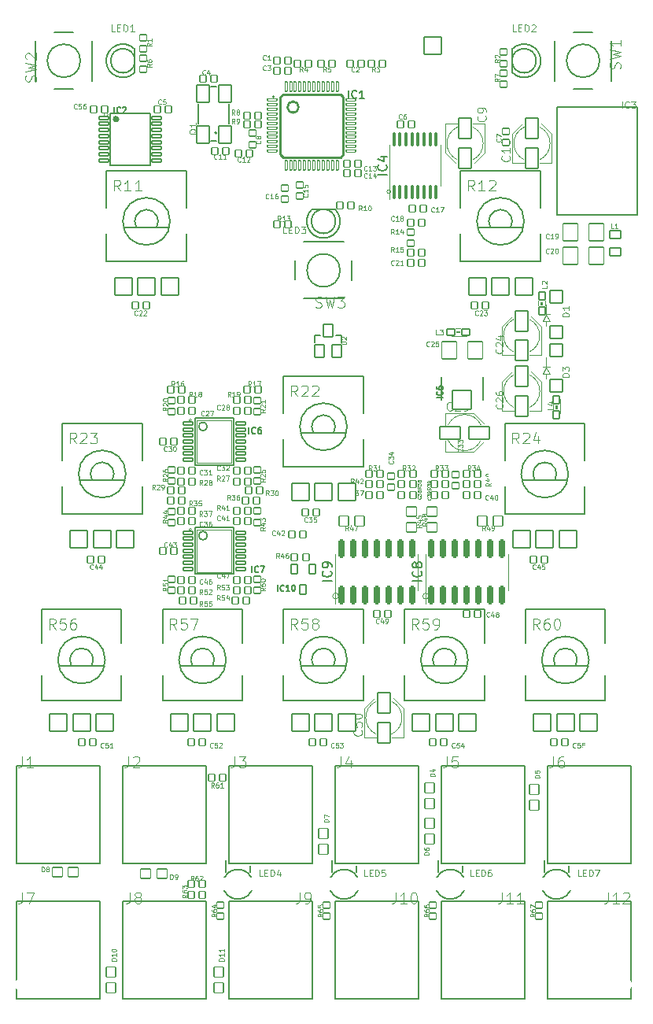
<source format=gbr>
%TF.GenerationSoftware,KiCad,Pcbnew,(6.0.11-0)*%
%TF.CreationDate,2023-05-29T14:43:09+02:00*%
%TF.ProjectId,tides,74696465-732e-46b6-9963-61645f706362,rev?*%
%TF.SameCoordinates,Original*%
%TF.FileFunction,Legend,Top*%
%TF.FilePolarity,Positive*%
%FSLAX46Y46*%
G04 Gerber Fmt 4.6, Leading zero omitted, Abs format (unit mm)*
G04 Created by KiCad (PCBNEW (6.0.11-0)) date 2023-05-29 14:43:09*
%MOMM*%
%LPD*%
G01*
G04 APERTURE LIST*
G04 Aperture macros list*
%AMRoundRect*
0 Rectangle with rounded corners*
0 $1 Rounding radius*
0 $2 $3 $4 $5 $6 $7 $8 $9 X,Y pos of 4 corners*
0 Add a 4 corners polygon primitive as box body*
4,1,4,$2,$3,$4,$5,$6,$7,$8,$9,$2,$3,0*
0 Add four circle primitives for the rounded corners*
1,1,$1+$1,$2,$3*
1,1,$1+$1,$4,$5*
1,1,$1+$1,$6,$7*
1,1,$1+$1,$8,$9*
0 Add four rect primitives between the rounded corners*
20,1,$1+$1,$2,$3,$4,$5,0*
20,1,$1+$1,$4,$5,$6,$7,0*
20,1,$1+$1,$6,$7,$8,$9,0*
20,1,$1+$1,$8,$9,$2,$3,0*%
%AMFreePoly0*
4,1,25,0.391885,0.667973,0.396787,0.663482,0.753882,0.306387,0.775910,0.259146,0.776200,0.252505,0.776200,-0.252505,0.758373,-0.301485,0.753882,-0.306387,0.396787,-0.663482,0.349546,-0.685510,0.342905,-0.685800,-0.342905,-0.685800,-0.391885,-0.667973,-0.396787,-0.663482,-0.753882,-0.306387,-0.775910,-0.259146,-0.776200,-0.252505,-0.776200,0.252505,-0.758373,0.301485,-0.753882,0.306387,
-0.396787,0.663482,-0.349546,0.685510,-0.342905,0.685800,0.342905,0.685800,0.391885,0.667973,0.391885,0.667973,$1*%
%AMFreePoly1*
4,1,25,0.706544,1.645873,0.711446,1.641382,1.641382,0.711446,1.663410,0.664205,1.663700,0.657564,1.663700,-0.657564,1.645873,-0.706544,1.641382,-0.711446,0.711446,-1.641382,0.664205,-1.663410,0.657564,-1.663700,-0.657564,-1.663700,-0.706544,-1.645873,-0.711446,-1.641382,-1.641382,-0.711446,-1.663410,-0.664205,-1.663700,-0.657564,-1.663700,0.657564,-1.645873,0.706544,-1.641382,0.711446,
-0.711446,1.641382,-0.664205,1.663410,-0.657564,1.663700,0.657564,1.663700,0.706544,1.645873,0.706544,1.645873,$1*%
%AMFreePoly2*
4,1,25,0.575031,1.328373,0.579933,1.323882,1.323882,0.579933,1.345910,0.532692,1.346200,0.526051,1.346200,-0.526051,1.328373,-0.575031,1.323882,-0.579933,0.579933,-1.323882,0.532692,-1.345910,0.526051,-1.346200,-0.526051,-1.346200,-0.575031,-1.328373,-0.579933,-1.323882,-1.323882,-0.579933,-1.345910,-0.532692,-1.346200,-0.526051,-1.346200,0.526051,-1.328373,0.575031,-1.323882,0.579933,
-0.579933,1.323882,-0.532692,1.345910,-0.526051,1.346200,0.526051,1.346200,0.575031,1.328373,0.575031,1.328373,$1*%
%AMFreePoly3*
4,1,25,0.417216,0.947373,0.422118,0.942882,0.942882,0.422118,0.964910,0.374877,0.965200,0.368236,0.965200,-0.368236,0.947373,-0.417216,0.942882,-0.422118,0.422118,-0.942882,0.374877,-0.964910,0.368236,-0.965200,-0.368236,-0.965200,-0.417216,-0.947373,-0.422118,-0.942882,-0.942882,-0.422118,-0.964910,-0.374877,-0.965200,-0.368236,-0.965200,0.368236,-0.947373,0.417216,-0.942882,0.422118,
-0.422118,0.942882,-0.374877,0.964910,-0.368236,0.965200,0.368236,0.965200,0.417216,0.947373,0.417216,0.947373,$1*%
%AMFreePoly4*
4,1,25,0.448779,1.023573,0.453681,1.019082,1.019082,0.453681,1.041110,0.406440,1.041400,0.399799,1.041400,-0.399799,1.023573,-0.448779,1.019082,-0.453681,0.453681,-1.019082,0.406440,-1.041110,0.399799,-1.041400,-0.399799,-1.041400,-0.448779,-1.023573,-0.453681,-1.019082,-1.019082,-0.453681,-1.041110,-0.406440,-1.041400,-0.399799,-1.041400,0.399799,-1.023573,0.448779,-1.019082,0.453681,
-0.453681,1.019082,-0.406440,1.041110,-0.399799,1.041400,0.399799,1.041400,0.448779,1.023573,0.448779,1.023573,$1*%
%AMFreePoly5*
4,1,25,0.438258,0.998173,0.443160,0.993682,0.993682,0.443160,1.015710,0.395919,1.016000,0.389278,1.016000,-0.389278,0.998173,-0.438258,0.993682,-0.443160,0.443160,-0.993682,0.395919,-1.015710,0.389278,-1.016000,-0.389278,-1.016000,-0.438258,-0.998173,-0.443160,-0.993682,-0.993682,-0.443160,-1.015710,-0.395919,-1.016000,-0.389278,-1.016000,0.389278,-0.998173,0.438258,-0.993682,0.443160,
-0.443160,0.993682,-0.395919,1.015710,-0.389278,1.016000,0.389278,1.016000,0.438258,0.998173,0.438258,0.998173,$1*%
G04 Aperture macros list end*
%ADD10C,0.114300*%
%ADD11C,0.150000*%
%ADD12C,0.137160*%
%ADD13C,0.093472*%
%ADD14C,0.081280*%
%ADD15C,0.159385*%
%ADD16C,0.175260*%
%ADD17C,0.090932*%
%ADD18C,0.059822*%
%ADD19C,0.074778*%
%ADD20C,0.044867*%
%ADD21C,0.103632*%
%ADD22C,0.127000*%
%ADD23C,0.120000*%
%ADD24C,0.050800*%
%ADD25C,0.152400*%
%ADD26C,0.101600*%
%ADD27C,0.203200*%
%ADD28C,0.375000*%
%ADD29C,0.254000*%
%ADD30C,0.070000*%
%ADD31C,0.182000*%
%ADD32C,0.571500*%
%ADD33FreePoly0,180.000000*%
%ADD34RoundRect,0.150000X0.150000X-0.825000X0.150000X0.825000X-0.150000X0.825000X-0.150000X-0.825000X0*%
%ADD35RoundRect,0.076200X-0.500000X0.175000X-0.500000X-0.175000X0.500000X-0.175000X0.500000X0.175000X0*%
%ADD36RoundRect,0.076200X-0.700000X0.700000X-0.700000X-0.700000X0.700000X-0.700000X0.700000X0.700000X0*%
%ADD37RoundRect,0.076200X0.700000X-1.100000X0.700000X1.100000X-0.700000X1.100000X-0.700000X-1.100000X0*%
%ADD38RoundRect,0.076200X-1.100000X-0.700000X1.100000X-0.700000X1.100000X0.700000X-1.100000X0.700000X0*%
%ADD39RoundRect,0.076200X-0.700000X1.100000X-0.700000X-1.100000X0.700000X-1.100000X0.700000X1.100000X0*%
%ADD40RoundRect,0.100000X0.100000X-0.637500X0.100000X0.637500X-0.100000X0.637500X-0.100000X-0.637500X0*%
%ADD41RoundRect,0.076200X0.500000X-0.175000X0.500000X0.175000X-0.500000X0.175000X-0.500000X-0.175000X0*%
%ADD42RoundRect,0.076200X-0.500000X0.127000X-0.500000X-0.127000X0.500000X-0.127000X0.500000X0.127000X0*%
%ADD43RoundRect,0.076200X-0.127000X0.500000X-0.127000X-0.500000X0.127000X-0.500000X0.127000X0.500000X0*%
%ADD44RoundRect,0.076200X0.625000X-0.450000X0.625000X0.450000X-0.625000X0.450000X-0.625000X-0.450000X0*%
%ADD45RoundRect,0.076200X-0.375000X0.325000X-0.375000X-0.325000X0.375000X-0.325000X0.375000X0.325000X0*%
%ADD46RoundRect,0.076200X0.325000X0.375000X-0.325000X0.375000X-0.325000X-0.375000X0.325000X-0.375000X0*%
%ADD47RoundRect,0.076200X-0.325000X-0.375000X0.325000X-0.375000X0.325000X0.375000X-0.325000X0.375000X0*%
%ADD48C,1.258800*%
%ADD49RoundRect,0.076200X0.800000X0.900000X-0.800000X0.900000X-0.800000X-0.900000X0.800000X-0.900000X0*%
%ADD50RoundRect,0.076200X0.375000X-0.325000X0.375000X0.325000X-0.375000X0.325000X-0.375000X-0.325000X0*%
%ADD51RoundRect,0.076200X0.939800X-0.939800X0.939800X0.939800X-0.939800X0.939800X-0.939800X-0.939800X0*%
%ADD52FreePoly1,90.000000*%
%ADD53FreePoly2,90.000000*%
%ADD54RoundRect,0.076200X-0.425000X-0.350000X0.425000X-0.350000X0.425000X0.350000X-0.425000X0.350000X0*%
%ADD55RoundRect,0.576200X0.000000X0.000000X0.000000X0.000000X0.000000X0.000000X0.000000X0.000000X0*%
%ADD56C,2.032000*%
%ADD57C,2.200000*%
%ADD58FreePoly3,180.000000*%
%ADD59RoundRect,0.076200X0.700000X-0.950000X0.700000X0.950000X-0.700000X0.950000X-0.700000X-0.950000X0*%
%ADD60RoundRect,0.076200X-0.500000X0.550000X-0.500000X-0.550000X0.500000X-0.550000X0.500000X0.550000X0*%
%ADD61RoundRect,0.076200X0.500000X0.550000X-0.500000X0.550000X-0.500000X-0.550000X0.500000X-0.550000X0*%
%ADD62RoundRect,0.076200X0.550000X0.500000X-0.550000X0.500000X-0.550000X-0.500000X0.550000X-0.500000X0*%
%ADD63RoundRect,0.076200X-0.500000X-0.550000X0.500000X-0.550000X0.500000X0.550000X-0.500000X0.550000X0*%
%ADD64RoundRect,0.076200X-1.000000X1.000000X-1.000000X-1.000000X1.000000X-1.000000X1.000000X1.000000X0*%
%ADD65RoundRect,0.076200X-0.550000X0.500000X-0.550000X-0.500000X0.550000X-0.500000X0.550000X0.500000X0*%
%ADD66RoundRect,0.076200X0.350000X0.500000X-0.350000X0.500000X-0.350000X-0.500000X0.350000X-0.500000X0*%
%ADD67RoundRect,0.076200X-0.500000X-0.700000X0.500000X-0.700000X0.500000X0.700000X-0.500000X0.700000X0*%
%ADD68RoundRect,0.076200X-0.800000X-0.900000X0.800000X-0.900000X0.800000X0.900000X-0.800000X0.900000X0*%
%ADD69RoundRect,0.076200X0.350000X-0.425000X0.350000X0.425000X-0.350000X0.425000X-0.350000X-0.425000X0*%
%ADD70RoundRect,0.076200X-0.550000X-0.500000X0.550000X-0.500000X0.550000X0.500000X-0.550000X0.500000X0*%
%ADD71FreePoly4,180.000000*%
%ADD72FreePoly5,90.000000*%
G04 APERTURE END LIST*
D10*
%TO.C,LED6*%
X164636823Y-144943538D02*
X164304204Y-144943538D01*
X164304204Y-144245038D01*
X164869656Y-144577657D02*
X165102490Y-144577657D01*
X165202275Y-144943538D02*
X164869656Y-144943538D01*
X164869656Y-144245038D01*
X165202275Y-144245038D01*
X165501633Y-144943538D02*
X165501633Y-144245038D01*
X165667942Y-144245038D01*
X165767728Y-144278300D01*
X165834252Y-144344823D01*
X165867514Y-144411347D01*
X165900775Y-144544395D01*
X165900775Y-144644180D01*
X165867514Y-144777228D01*
X165834252Y-144843752D01*
X165767728Y-144910276D01*
X165667942Y-144943538D01*
X165501633Y-144943538D01*
X166499490Y-144245038D02*
X166366442Y-144245038D01*
X166299918Y-144278300D01*
X166266656Y-144311561D01*
X166200133Y-144411347D01*
X166166871Y-144544395D01*
X166166871Y-144810490D01*
X166200133Y-144877014D01*
X166233395Y-144910276D01*
X166299918Y-144943538D01*
X166432966Y-144943538D01*
X166499490Y-144910276D01*
X166532752Y-144877014D01*
X166566014Y-144810490D01*
X166566014Y-144644180D01*
X166532752Y-144577657D01*
X166499490Y-144544395D01*
X166432966Y-144511133D01*
X166299918Y-144511133D01*
X166233395Y-144544395D01*
X166200133Y-144577657D01*
X166166871Y-144644180D01*
%TO.C,LED7*%
X176225623Y-144943538D02*
X175893004Y-144943538D01*
X175893004Y-144245038D01*
X176458456Y-144577657D02*
X176691290Y-144577657D01*
X176791075Y-144943538D02*
X176458456Y-144943538D01*
X176458456Y-144245038D01*
X176791075Y-144245038D01*
X177090433Y-144943538D02*
X177090433Y-144245038D01*
X177256742Y-144245038D01*
X177356528Y-144278300D01*
X177423052Y-144344823D01*
X177456314Y-144411347D01*
X177489575Y-144544395D01*
X177489575Y-144644180D01*
X177456314Y-144777228D01*
X177423052Y-144843752D01*
X177356528Y-144910276D01*
X177256742Y-144943538D01*
X177090433Y-144943538D01*
X177722409Y-144245038D02*
X178188075Y-144245038D01*
X177888718Y-144943538D01*
%TO.C,LED5*%
X153206923Y-144943538D02*
X152874304Y-144943538D01*
X152874304Y-144245038D01*
X153439756Y-144577657D02*
X153672590Y-144577657D01*
X153772375Y-144943538D02*
X153439756Y-144943538D01*
X153439756Y-144245038D01*
X153772375Y-144245038D01*
X154071733Y-144943538D02*
X154071733Y-144245038D01*
X154238042Y-144245038D01*
X154337828Y-144278300D01*
X154404352Y-144344823D01*
X154437614Y-144411347D01*
X154470875Y-144544395D01*
X154470875Y-144644180D01*
X154437614Y-144777228D01*
X154404352Y-144843752D01*
X154337828Y-144910276D01*
X154238042Y-144943538D01*
X154071733Y-144943538D01*
X155102852Y-144245038D02*
X154770233Y-144245038D01*
X154736971Y-144577657D01*
X154770233Y-144544395D01*
X154836756Y-144511133D01*
X155003066Y-144511133D01*
X155069590Y-144544395D01*
X155102852Y-144577657D01*
X155136114Y-144644180D01*
X155136114Y-144810490D01*
X155102852Y-144877014D01*
X155069590Y-144910276D01*
X155003066Y-144943538D01*
X154836756Y-144943538D01*
X154770233Y-144910276D01*
X154736971Y-144877014D01*
%TO.C,LED4*%
X141935623Y-144943538D02*
X141603004Y-144943538D01*
X141603004Y-144245038D01*
X142168456Y-144577657D02*
X142401290Y-144577657D01*
X142501075Y-144943538D02*
X142168456Y-144943538D01*
X142168456Y-144245038D01*
X142501075Y-144245038D01*
X142800433Y-144943538D02*
X142800433Y-144245038D01*
X142966742Y-144245038D01*
X143066528Y-144278300D01*
X143133052Y-144344823D01*
X143166314Y-144411347D01*
X143199575Y-144544395D01*
X143199575Y-144644180D01*
X143166314Y-144777228D01*
X143133052Y-144843752D01*
X143066528Y-144910276D01*
X142966742Y-144943538D01*
X142800433Y-144943538D01*
X143798290Y-144477871D02*
X143798290Y-144943538D01*
X143631980Y-144211776D02*
X143465671Y-144710704D01*
X143898075Y-144710704D01*
D11*
%TO.C,IC8*%
X159072380Y-113176190D02*
X158072380Y-113176190D01*
X158977142Y-112128571D02*
X159024761Y-112176190D01*
X159072380Y-112319047D01*
X159072380Y-112414285D01*
X159024761Y-112557142D01*
X158929523Y-112652380D01*
X158834285Y-112700000D01*
X158643809Y-112747619D01*
X158500952Y-112747619D01*
X158310476Y-112700000D01*
X158215238Y-112652380D01*
X158120000Y-112557142D01*
X158072380Y-112414285D01*
X158072380Y-112319047D01*
X158120000Y-112176190D01*
X158167619Y-112128571D01*
X158500952Y-111557142D02*
X158453333Y-111652380D01*
X158405714Y-111700000D01*
X158310476Y-111747619D01*
X158262857Y-111747619D01*
X158167619Y-111700000D01*
X158120000Y-111652380D01*
X158072380Y-111557142D01*
X158072380Y-111366666D01*
X158120000Y-111271428D01*
X158167619Y-111223809D01*
X158262857Y-111176190D01*
X158310476Y-111176190D01*
X158405714Y-111223809D01*
X158453333Y-111271428D01*
X158500952Y-111366666D01*
X158500952Y-111557142D01*
X158548571Y-111652380D01*
X158596190Y-111700000D01*
X158691428Y-111747619D01*
X158881904Y-111747619D01*
X158977142Y-111700000D01*
X159024761Y-111652380D01*
X159072380Y-111557142D01*
X159072380Y-111366666D01*
X159024761Y-111271428D01*
X158977142Y-111223809D01*
X158881904Y-111176190D01*
X158691428Y-111176190D01*
X158596190Y-111223809D01*
X158548571Y-111271428D01*
X158500952Y-111366666D01*
%TO.C,IC9*%
X149372380Y-113176190D02*
X148372380Y-113176190D01*
X149277142Y-112128571D02*
X149324761Y-112176190D01*
X149372380Y-112319047D01*
X149372380Y-112414285D01*
X149324761Y-112557142D01*
X149229523Y-112652380D01*
X149134285Y-112700000D01*
X148943809Y-112747619D01*
X148800952Y-112747619D01*
X148610476Y-112700000D01*
X148515238Y-112652380D01*
X148420000Y-112557142D01*
X148372380Y-112414285D01*
X148372380Y-112319047D01*
X148420000Y-112176190D01*
X148467619Y-112128571D01*
X149372380Y-111652380D02*
X149372380Y-111461904D01*
X149324761Y-111366666D01*
X149277142Y-111319047D01*
X149134285Y-111223809D01*
X148943809Y-111176190D01*
X148562857Y-111176190D01*
X148467619Y-111223809D01*
X148420000Y-111271428D01*
X148372380Y-111366666D01*
X148372380Y-111557142D01*
X148420000Y-111652380D01*
X148467619Y-111700000D01*
X148562857Y-111747619D01*
X148800952Y-111747619D01*
X148896190Y-111700000D01*
X148943809Y-111652380D01*
X148991428Y-111557142D01*
X148991428Y-111366666D01*
X148943809Y-111271428D01*
X148896190Y-111223809D01*
X148800952Y-111176190D01*
D12*
%TO.C,IC7*%
X140784420Y-112256096D02*
X140784420Y-111580456D01*
X141492234Y-112191750D02*
X141460060Y-112223923D01*
X141363540Y-112256096D01*
X141299194Y-112256096D01*
X141202674Y-112223923D01*
X141138327Y-112159576D01*
X141106154Y-112095230D01*
X141073980Y-111966536D01*
X141073980Y-111870016D01*
X141106154Y-111741323D01*
X141138327Y-111676976D01*
X141202674Y-111612630D01*
X141299194Y-111580456D01*
X141363540Y-111580456D01*
X141460060Y-111612630D01*
X141492234Y-111644803D01*
X141717447Y-111580456D02*
X142167874Y-111580456D01*
X141878314Y-112256096D01*
%TO.C,IC6*%
X140467020Y-97333596D02*
X140467020Y-96657956D01*
X141174834Y-97269250D02*
X141142660Y-97301423D01*
X141046140Y-97333596D01*
X140981794Y-97333596D01*
X140885274Y-97301423D01*
X140820927Y-97237076D01*
X140788754Y-97172730D01*
X140756580Y-97044036D01*
X140756580Y-96947516D01*
X140788754Y-96818823D01*
X140820927Y-96754476D01*
X140885274Y-96690130D01*
X140981794Y-96657956D01*
X141046140Y-96657956D01*
X141142660Y-96690130D01*
X141174834Y-96722303D01*
X141753954Y-96657956D02*
X141625260Y-96657956D01*
X141560914Y-96690130D01*
X141528740Y-96722303D01*
X141464394Y-96818823D01*
X141432220Y-96947516D01*
X141432220Y-97204903D01*
X141464394Y-97269250D01*
X141496567Y-97301423D01*
X141560914Y-97333596D01*
X141689607Y-97333596D01*
X141753954Y-97301423D01*
X141786127Y-97269250D01*
X141818300Y-97204903D01*
X141818300Y-97044036D01*
X141786127Y-96979690D01*
X141753954Y-96947516D01*
X141689607Y-96915343D01*
X141560914Y-96915343D01*
X141496567Y-96947516D01*
X141464394Y-96979690D01*
X141432220Y-97044036D01*
D13*
%TO.C,D1*%
X174899010Y-84718640D02*
X174179682Y-84718640D01*
X174179682Y-84547371D01*
X174213936Y-84444610D01*
X174282443Y-84376103D01*
X174350950Y-84341849D01*
X174487965Y-84307595D01*
X174590726Y-84307595D01*
X174727741Y-84341849D01*
X174796249Y-84376103D01*
X174864756Y-84444610D01*
X174899010Y-84547371D01*
X174899010Y-84718640D01*
X174899010Y-83622521D02*
X174899010Y-84033566D01*
X174899010Y-83828043D02*
X174179682Y-83828043D01*
X174282443Y-83896551D01*
X174350950Y-83965058D01*
X174385204Y-84033566D01*
%TO.C,D3*%
X174899010Y-91227540D02*
X174179682Y-91227540D01*
X174179682Y-91056271D01*
X174213936Y-90953510D01*
X174282443Y-90885003D01*
X174350950Y-90850749D01*
X174487965Y-90816495D01*
X174590726Y-90816495D01*
X174727741Y-90850749D01*
X174796249Y-90885003D01*
X174864756Y-90953510D01*
X174899010Y-91056271D01*
X174899010Y-91227540D01*
X174179682Y-90576719D02*
X174179682Y-90131421D01*
X174453712Y-90371197D01*
X174453712Y-90268436D01*
X174487965Y-90199929D01*
X174522219Y-90165675D01*
X174590726Y-90131421D01*
X174761995Y-90131421D01*
X174830502Y-90165675D01*
X174864756Y-90199929D01*
X174899010Y-90268436D01*
X174899010Y-90473958D01*
X174864756Y-90542466D01*
X174830502Y-90576719D01*
D14*
%TO.C,C50*%
X152556468Y-129230489D02*
X152600979Y-129275000D01*
X152645489Y-129408531D01*
X152645489Y-129497552D01*
X152600979Y-129631084D01*
X152511958Y-129720105D01*
X152422937Y-129764615D01*
X152244895Y-129809126D01*
X152111363Y-129809126D01*
X151933321Y-129764615D01*
X151844300Y-129720105D01*
X151755280Y-129631084D01*
X151710769Y-129497552D01*
X151710769Y-129408531D01*
X151755280Y-129275000D01*
X151799790Y-129230489D01*
X151710769Y-128384790D02*
X151710769Y-128829895D01*
X152155874Y-128874406D01*
X152111363Y-128829895D01*
X152066853Y-128740874D01*
X152066853Y-128518322D01*
X152111363Y-128429301D01*
X152155874Y-128384790D01*
X152244895Y-128340280D01*
X152467447Y-128340280D01*
X152556468Y-128384790D01*
X152600979Y-128429301D01*
X152645489Y-128518322D01*
X152645489Y-128740874D01*
X152600979Y-128829895D01*
X152556468Y-128874406D01*
X151710769Y-127761644D02*
X151710769Y-127672623D01*
X151755280Y-127583602D01*
X151799790Y-127539091D01*
X151888811Y-127494581D01*
X152066853Y-127450070D01*
X152289405Y-127450070D01*
X152467447Y-127494581D01*
X152556468Y-127539091D01*
X152600979Y-127583602D01*
X152645489Y-127672623D01*
X152645489Y-127761644D01*
X152600979Y-127850665D01*
X152556468Y-127895175D01*
X152467447Y-127939686D01*
X152289405Y-127984196D01*
X152066853Y-127984196D01*
X151888811Y-127939686D01*
X151799790Y-127895175D01*
X151755280Y-127850665D01*
X151710769Y-127761644D01*
%TO.C,C29*%
X162329510Y-94786468D02*
X162284999Y-94830979D01*
X162151468Y-94875489D01*
X162062447Y-94875489D01*
X161928915Y-94830979D01*
X161839894Y-94741958D01*
X161795384Y-94652937D01*
X161750873Y-94474895D01*
X161750873Y-94341363D01*
X161795384Y-94163321D01*
X161839894Y-94074300D01*
X161928915Y-93985280D01*
X162062447Y-93940769D01*
X162151468Y-93940769D01*
X162284999Y-93985280D01*
X162329510Y-94029790D01*
X162685593Y-94029790D02*
X162730104Y-93985280D01*
X162819125Y-93940769D01*
X163041677Y-93940769D01*
X163130698Y-93985280D01*
X163175209Y-94029790D01*
X163219719Y-94118811D01*
X163219719Y-94207832D01*
X163175209Y-94341363D01*
X162641083Y-94875489D01*
X163219719Y-94875489D01*
X163664824Y-94875489D02*
X163842866Y-94875489D01*
X163931887Y-94830979D01*
X163976397Y-94786468D01*
X164065418Y-94652937D01*
X164109929Y-94474895D01*
X164109929Y-94118811D01*
X164065418Y-94029790D01*
X164020908Y-93985280D01*
X163931887Y-93940769D01*
X163753845Y-93940769D01*
X163664824Y-93985280D01*
X163620313Y-94029790D01*
X163575803Y-94118811D01*
X163575803Y-94341363D01*
X163620313Y-94430384D01*
X163664824Y-94474895D01*
X163753845Y-94519405D01*
X163931887Y-94519405D01*
X164020908Y-94474895D01*
X164065418Y-94430384D01*
X164109929Y-94341363D01*
%TO.C,C10*%
X168496468Y-67450339D02*
X168540979Y-67494850D01*
X168585489Y-67628381D01*
X168585489Y-67717402D01*
X168540979Y-67850934D01*
X168451958Y-67939955D01*
X168362937Y-67984465D01*
X168184895Y-68028976D01*
X168051363Y-68028976D01*
X167873321Y-67984465D01*
X167784300Y-67939955D01*
X167695280Y-67850934D01*
X167650769Y-67717402D01*
X167650769Y-67628381D01*
X167695280Y-67494850D01*
X167739790Y-67450339D01*
X168585489Y-66560130D02*
X168585489Y-67094256D01*
X168585489Y-66827193D02*
X167650769Y-66827193D01*
X167784300Y-66916214D01*
X167873321Y-67005235D01*
X167917832Y-67094256D01*
X167650769Y-65981494D02*
X167650769Y-65892473D01*
X167695280Y-65803452D01*
X167739790Y-65758941D01*
X167828811Y-65714431D01*
X168006853Y-65669920D01*
X168229405Y-65669920D01*
X168407447Y-65714431D01*
X168496468Y-65758941D01*
X168540979Y-65803452D01*
X168585489Y-65892473D01*
X168585489Y-65981494D01*
X168540979Y-66070515D01*
X168496468Y-66115025D01*
X168407447Y-66159536D01*
X168229405Y-66204046D01*
X168006853Y-66204046D01*
X167828811Y-66159536D01*
X167739790Y-66115025D01*
X167695280Y-66070515D01*
X167650769Y-65981494D01*
%TO.C,C9*%
X165897568Y-63150239D02*
X165942079Y-63194750D01*
X165986589Y-63328281D01*
X165986589Y-63417302D01*
X165942079Y-63550834D01*
X165853058Y-63639855D01*
X165764037Y-63684365D01*
X165585995Y-63728876D01*
X165452463Y-63728876D01*
X165274421Y-63684365D01*
X165185400Y-63639855D01*
X165096380Y-63550834D01*
X165051869Y-63417302D01*
X165051869Y-63328281D01*
X165096380Y-63194750D01*
X165140890Y-63150239D01*
X165986589Y-62705135D02*
X165986589Y-62527093D01*
X165942079Y-62438072D01*
X165897568Y-62393561D01*
X165764037Y-62304540D01*
X165585995Y-62260030D01*
X165229911Y-62260030D01*
X165140890Y-62304540D01*
X165096380Y-62349051D01*
X165051869Y-62438072D01*
X165051869Y-62616114D01*
X165096380Y-62705135D01*
X165140890Y-62749645D01*
X165229911Y-62794156D01*
X165452463Y-62794156D01*
X165541484Y-62749645D01*
X165585995Y-62705135D01*
X165630505Y-62616114D01*
X165630505Y-62438072D01*
X165585995Y-62349051D01*
X165541484Y-62304540D01*
X165452463Y-62260030D01*
D11*
%TO.C,IC4*%
X155335980Y-69467340D02*
X154335980Y-69467340D01*
X155240742Y-68419721D02*
X155288361Y-68467340D01*
X155335980Y-68610197D01*
X155335980Y-68705435D01*
X155288361Y-68848292D01*
X155193123Y-68943530D01*
X155097885Y-68991150D01*
X154907409Y-69038769D01*
X154764552Y-69038769D01*
X154574076Y-68991150D01*
X154478838Y-68943530D01*
X154383600Y-68848292D01*
X154335980Y-68705435D01*
X154335980Y-68610197D01*
X154383600Y-68467340D01*
X154431219Y-68419721D01*
X154669314Y-67562578D02*
X155335980Y-67562578D01*
X154288361Y-67800673D02*
X155002647Y-68038769D01*
X155002647Y-67419721D01*
D15*
%TO.C,IC2*%
X125985395Y-62845760D02*
X125985395Y-62208220D01*
X126653294Y-62785042D02*
X126622935Y-62815401D01*
X126531858Y-62845760D01*
X126471140Y-62845760D01*
X126380063Y-62815401D01*
X126319345Y-62754683D01*
X126288985Y-62693965D01*
X126258626Y-62572529D01*
X126258626Y-62481452D01*
X126288985Y-62360016D01*
X126319345Y-62299298D01*
X126380063Y-62238580D01*
X126471140Y-62208220D01*
X126531858Y-62208220D01*
X126622935Y-62238580D01*
X126653294Y-62268939D01*
X126896166Y-62268939D02*
X126926525Y-62238580D01*
X126987244Y-62208220D01*
X127139039Y-62208220D01*
X127199757Y-62238580D01*
X127230116Y-62268939D01*
X127260475Y-62329657D01*
X127260475Y-62390375D01*
X127230116Y-62481452D01*
X126865807Y-62845760D01*
X127260475Y-62845760D01*
D16*
%TO.C,IC1*%
X151186495Y-61251484D02*
X151186495Y-60410744D01*
X152067270Y-61171414D02*
X152027235Y-61211449D01*
X151907129Y-61251484D01*
X151827059Y-61251484D01*
X151706953Y-61211449D01*
X151626882Y-61131379D01*
X151586847Y-61051308D01*
X151546812Y-60891167D01*
X151546812Y-60771061D01*
X151586847Y-60610920D01*
X151626882Y-60530850D01*
X151706953Y-60450780D01*
X151827059Y-60410744D01*
X151907129Y-60410744D01*
X152027235Y-60450780D01*
X152067270Y-60490815D01*
X152867975Y-61251484D02*
X152387552Y-61251484D01*
X152627763Y-61251484D02*
X152627763Y-60410744D01*
X152547693Y-60530850D01*
X152467622Y-60610920D01*
X152387552Y-60650956D01*
D13*
%TO.C,L1*%
X179718019Y-75233336D02*
X179472244Y-75233336D01*
X179472244Y-74717208D01*
X180160415Y-75233336D02*
X179865484Y-75233336D01*
X180012949Y-75233336D02*
X180012949Y-74717208D01*
X179963794Y-74790941D01*
X179914639Y-74840096D01*
X179865484Y-74864673D01*
%TO.C,R66*%
X159837086Y-148974975D02*
X159591311Y-149147017D01*
X159837086Y-149269905D02*
X159320958Y-149269905D01*
X159320958Y-149073285D01*
X159345536Y-149024130D01*
X159370113Y-148999552D01*
X159419268Y-148974975D01*
X159493001Y-148974975D01*
X159542156Y-148999552D01*
X159566733Y-149024130D01*
X159591311Y-149073285D01*
X159591311Y-149269905D01*
X159320958Y-148532579D02*
X159320958Y-148630889D01*
X159345536Y-148680045D01*
X159370113Y-148704622D01*
X159443846Y-148753777D01*
X159542156Y-148778355D01*
X159738776Y-148778355D01*
X159787931Y-148753777D01*
X159812508Y-148729200D01*
X159837086Y-148680045D01*
X159837086Y-148581734D01*
X159812508Y-148532579D01*
X159787931Y-148508002D01*
X159738776Y-148483424D01*
X159615888Y-148483424D01*
X159566733Y-148508002D01*
X159542156Y-148532579D01*
X159517578Y-148581734D01*
X159517578Y-148680045D01*
X159542156Y-148729200D01*
X159566733Y-148753777D01*
X159615888Y-148778355D01*
X159320958Y-148041029D02*
X159320958Y-148139339D01*
X159345536Y-148188494D01*
X159370113Y-148213072D01*
X159443846Y-148262227D01*
X159542156Y-148286804D01*
X159738776Y-148286804D01*
X159787931Y-148262227D01*
X159812508Y-148237649D01*
X159837086Y-148188494D01*
X159837086Y-148090184D01*
X159812508Y-148041029D01*
X159787931Y-148016451D01*
X159738776Y-147991874D01*
X159615888Y-147991874D01*
X159566733Y-148016451D01*
X159542156Y-148041029D01*
X159517578Y-148090184D01*
X159517578Y-148188494D01*
X159542156Y-148237649D01*
X159566733Y-148262227D01*
X159615888Y-148286804D01*
%TO.C,R15*%
X156080132Y-77773336D02*
X155908089Y-77527561D01*
X155785201Y-77773336D02*
X155785201Y-77257208D01*
X155981822Y-77257208D01*
X156030977Y-77281786D01*
X156055554Y-77306363D01*
X156080132Y-77355518D01*
X156080132Y-77429251D01*
X156055554Y-77478406D01*
X156030977Y-77502983D01*
X155981822Y-77527561D01*
X155785201Y-77527561D01*
X156571682Y-77773336D02*
X156276752Y-77773336D01*
X156424217Y-77773336D02*
X156424217Y-77257208D01*
X156375062Y-77330941D01*
X156325907Y-77380096D01*
X156276752Y-77404673D01*
X157038655Y-77257208D02*
X156792880Y-77257208D01*
X156768302Y-77502983D01*
X156792880Y-77478406D01*
X156842035Y-77453828D01*
X156964923Y-77453828D01*
X157014078Y-77478406D01*
X157038655Y-77502983D01*
X157063233Y-77552138D01*
X157063233Y-77675026D01*
X157038655Y-77724181D01*
X157014078Y-77748758D01*
X156964923Y-77773336D01*
X156842035Y-77773336D01*
X156792880Y-77748758D01*
X156768302Y-77724181D01*
%TO.C,C30*%
X131632532Y-99155381D02*
X131607954Y-99179958D01*
X131534222Y-99204536D01*
X131485067Y-99204536D01*
X131411334Y-99179958D01*
X131362179Y-99130803D01*
X131337601Y-99081648D01*
X131313024Y-98983338D01*
X131313024Y-98909606D01*
X131337601Y-98811296D01*
X131362179Y-98762141D01*
X131411334Y-98712986D01*
X131485067Y-98688408D01*
X131534222Y-98688408D01*
X131607954Y-98712986D01*
X131632532Y-98737563D01*
X131804574Y-98688408D02*
X132124082Y-98688408D01*
X131952039Y-98885028D01*
X132025772Y-98885028D01*
X132074927Y-98909606D01*
X132099505Y-98934183D01*
X132124082Y-98983338D01*
X132124082Y-99106226D01*
X132099505Y-99155381D01*
X132074927Y-99179958D01*
X132025772Y-99204536D01*
X131878307Y-99204536D01*
X131829152Y-99179958D01*
X131804574Y-99155381D01*
X132443590Y-98688408D02*
X132492745Y-98688408D01*
X132541900Y-98712986D01*
X132566478Y-98737563D01*
X132591055Y-98786718D01*
X132615633Y-98885028D01*
X132615633Y-99007916D01*
X132591055Y-99106226D01*
X132566478Y-99155381D01*
X132541900Y-99179958D01*
X132492745Y-99204536D01*
X132443590Y-99204536D01*
X132394435Y-99179958D01*
X132369857Y-99155381D01*
X132345280Y-99106226D01*
X132320702Y-99007916D01*
X132320702Y-98885028D01*
X132345280Y-98786718D01*
X132369857Y-98737563D01*
X132394435Y-98712986D01*
X132443590Y-98688408D01*
D17*
%TO.C,C38*%
X158929902Y-104123947D02*
X158947223Y-104141268D01*
X158964543Y-104193229D01*
X158964543Y-104227870D01*
X158947223Y-104279831D01*
X158912582Y-104314471D01*
X158877941Y-104331792D01*
X158808660Y-104349112D01*
X158756699Y-104349112D01*
X158687417Y-104331792D01*
X158652776Y-104314471D01*
X158618136Y-104279831D01*
X158600815Y-104227870D01*
X158600815Y-104193229D01*
X158618136Y-104141268D01*
X158635456Y-104123947D01*
X158600815Y-104002705D02*
X158600815Y-103777540D01*
X158739378Y-103898782D01*
X158739378Y-103846821D01*
X158756699Y-103812180D01*
X158774019Y-103794860D01*
X158808660Y-103777540D01*
X158895262Y-103777540D01*
X158929902Y-103794860D01*
X158947223Y-103812180D01*
X158964543Y-103846821D01*
X158964543Y-103950743D01*
X158947223Y-103985384D01*
X158929902Y-104002705D01*
X158756699Y-103569695D02*
X158739378Y-103604336D01*
X158722058Y-103621656D01*
X158687417Y-103638977D01*
X158670097Y-103638977D01*
X158635456Y-103621656D01*
X158618136Y-103604336D01*
X158600815Y-103569695D01*
X158600815Y-103500414D01*
X158618136Y-103465773D01*
X158635456Y-103448452D01*
X158670097Y-103431132D01*
X158687417Y-103431132D01*
X158722058Y-103448452D01*
X158739378Y-103465773D01*
X158756699Y-103500414D01*
X158756699Y-103569695D01*
X158774019Y-103604336D01*
X158791339Y-103621656D01*
X158825980Y-103638977D01*
X158895262Y-103638977D01*
X158929902Y-103621656D01*
X158947223Y-103604336D01*
X158964543Y-103569695D01*
X158964543Y-103500414D01*
X158947223Y-103465773D01*
X158929902Y-103448452D01*
X158895262Y-103431132D01*
X158825980Y-103431132D01*
X158791339Y-103448452D01*
X158774019Y-103465773D01*
X158756699Y-103500414D01*
D18*
%TO.C,LED2*%
X169229125Y-54067882D02*
X168870564Y-54067882D01*
X168870564Y-53314904D01*
X169480118Y-53673465D02*
X169731111Y-53673465D01*
X169838679Y-54067882D02*
X169480118Y-54067882D01*
X169480118Y-53314904D01*
X169838679Y-53314904D01*
X170161384Y-54067882D02*
X170161384Y-53314904D01*
X170340664Y-53314904D01*
X170448232Y-53350761D01*
X170519945Y-53422473D01*
X170555801Y-53494185D01*
X170591657Y-53637609D01*
X170591657Y-53745178D01*
X170555801Y-53888602D01*
X170519945Y-53960314D01*
X170448232Y-54032026D01*
X170340664Y-54067882D01*
X170161384Y-54067882D01*
X170878506Y-53386617D02*
X170914362Y-53350761D01*
X170986074Y-53314904D01*
X171165354Y-53314904D01*
X171237067Y-53350761D01*
X171272923Y-53386617D01*
X171308779Y-53458329D01*
X171308779Y-53530041D01*
X171272923Y-53637609D01*
X170842650Y-54067882D01*
X171308779Y-54067882D01*
D13*
%TO.C,C19*%
X172748932Y-76295281D02*
X172724354Y-76319858D01*
X172650622Y-76344436D01*
X172601467Y-76344436D01*
X172527734Y-76319858D01*
X172478579Y-76270703D01*
X172454001Y-76221548D01*
X172429424Y-76123238D01*
X172429424Y-76049506D01*
X172454001Y-75951196D01*
X172478579Y-75902041D01*
X172527734Y-75852886D01*
X172601467Y-75828308D01*
X172650622Y-75828308D01*
X172724354Y-75852886D01*
X172748932Y-75877463D01*
X173240482Y-76344436D02*
X172945552Y-76344436D01*
X173093017Y-76344436D02*
X173093017Y-75828308D01*
X173043862Y-75902041D01*
X172994707Y-75951196D01*
X172945552Y-75975773D01*
X173486257Y-76344436D02*
X173584567Y-76344436D01*
X173633723Y-76319858D01*
X173658300Y-76295281D01*
X173707455Y-76221548D01*
X173732033Y-76123238D01*
X173732033Y-75926618D01*
X173707455Y-75877463D01*
X173682878Y-75852886D01*
X173633723Y-75828308D01*
X173535412Y-75828308D01*
X173486257Y-75852886D01*
X173461680Y-75877463D01*
X173437102Y-75926618D01*
X173437102Y-76049506D01*
X173461680Y-76098661D01*
X173486257Y-76123238D01*
X173535412Y-76147816D01*
X173633723Y-76147816D01*
X173682878Y-76123238D01*
X173707455Y-76098661D01*
X173732033Y-76049506D01*
%TO.C,R2*%
X167457086Y-57058775D02*
X167211311Y-57230817D01*
X167457086Y-57353705D02*
X166940958Y-57353705D01*
X166940958Y-57157085D01*
X166965536Y-57107930D01*
X166990113Y-57083352D01*
X167039268Y-57058775D01*
X167113001Y-57058775D01*
X167162156Y-57083352D01*
X167186733Y-57107930D01*
X167211311Y-57157085D01*
X167211311Y-57353705D01*
X166990113Y-56862155D02*
X166965536Y-56837577D01*
X166940958Y-56788422D01*
X166940958Y-56665534D01*
X166965536Y-56616379D01*
X166990113Y-56591802D01*
X167039268Y-56567224D01*
X167088423Y-56567224D01*
X167162156Y-56591802D01*
X167457086Y-56886732D01*
X167457086Y-56567224D01*
%TO.C,R9*%
X138950282Y-63962136D02*
X138778239Y-63716361D01*
X138655352Y-63962136D02*
X138655352Y-63446008D01*
X138851972Y-63446008D01*
X138901127Y-63470586D01*
X138925705Y-63495163D01*
X138950282Y-63544318D01*
X138950282Y-63618051D01*
X138925705Y-63667206D01*
X138901127Y-63691783D01*
X138851972Y-63716361D01*
X138655352Y-63716361D01*
X139196057Y-63962136D02*
X139294367Y-63962136D01*
X139343523Y-63937558D01*
X139368100Y-63912981D01*
X139417255Y-63839248D01*
X139441833Y-63740938D01*
X139441833Y-63544318D01*
X139417255Y-63495163D01*
X139392678Y-63470586D01*
X139343523Y-63446008D01*
X139245212Y-63446008D01*
X139196057Y-63470586D01*
X139171480Y-63495163D01*
X139146902Y-63544318D01*
X139146902Y-63667206D01*
X139171480Y-63716361D01*
X139196057Y-63740938D01*
X139245212Y-63765516D01*
X139343523Y-63765516D01*
X139392678Y-63740938D01*
X139417255Y-63716361D01*
X139441833Y-63667206D01*
%TO.C,R17*%
X140714674Y-92219736D02*
X140542632Y-91973961D01*
X140419744Y-92219736D02*
X140419744Y-91703608D01*
X140616364Y-91703608D01*
X140665519Y-91728186D01*
X140690097Y-91752763D01*
X140714674Y-91801918D01*
X140714674Y-91875651D01*
X140690097Y-91924806D01*
X140665519Y-91949383D01*
X140616364Y-91973961D01*
X140419744Y-91973961D01*
X141206225Y-92219736D02*
X140911294Y-92219736D01*
X141058760Y-92219736D02*
X141058760Y-91703608D01*
X141009604Y-91777341D01*
X140960449Y-91826496D01*
X140911294Y-91851073D01*
X141378267Y-91703608D02*
X141722353Y-91703608D01*
X141501155Y-92219736D01*
D17*
%TO.C,R39*%
X160053243Y-103098702D02*
X159880039Y-103219945D01*
X160053243Y-103306547D02*
X159689515Y-103306547D01*
X159689515Y-103167984D01*
X159706836Y-103133343D01*
X159724156Y-103116022D01*
X159758797Y-103098702D01*
X159810758Y-103098702D01*
X159845399Y-103116022D01*
X159862719Y-103133343D01*
X159880039Y-103167984D01*
X159880039Y-103306547D01*
X159689515Y-102977459D02*
X159689515Y-102752294D01*
X159828078Y-102873537D01*
X159828078Y-102821576D01*
X159845399Y-102786935D01*
X159862719Y-102769615D01*
X159897360Y-102752294D01*
X159983962Y-102752294D01*
X160018602Y-102769615D01*
X160035923Y-102786935D01*
X160053243Y-102821576D01*
X160053243Y-102925498D01*
X160035923Y-102960139D01*
X160018602Y-102977459D01*
X160053243Y-102579091D02*
X160053243Y-102509809D01*
X160035923Y-102475168D01*
X160018602Y-102457848D01*
X159966641Y-102423207D01*
X159897360Y-102405887D01*
X159758797Y-102405887D01*
X159724156Y-102423207D01*
X159706836Y-102440528D01*
X159689515Y-102475168D01*
X159689515Y-102544450D01*
X159706836Y-102579091D01*
X159724156Y-102596411D01*
X159758797Y-102613731D01*
X159845399Y-102613731D01*
X159880039Y-102596411D01*
X159897360Y-102579091D01*
X159914680Y-102544450D01*
X159914680Y-102475168D01*
X159897360Y-102440528D01*
X159880039Y-102423207D01*
X159845399Y-102405887D01*
D13*
%TO.C,C11*%
X137030032Y-67722981D02*
X137005454Y-67747558D01*
X136931722Y-67772136D01*
X136882567Y-67772136D01*
X136808834Y-67747558D01*
X136759679Y-67698403D01*
X136735101Y-67649248D01*
X136710524Y-67550938D01*
X136710524Y-67477206D01*
X136735101Y-67378896D01*
X136759679Y-67329741D01*
X136808834Y-67280586D01*
X136882567Y-67256008D01*
X136931722Y-67256008D01*
X137005454Y-67280586D01*
X137030032Y-67305163D01*
X137521582Y-67772136D02*
X137226652Y-67772136D01*
X137374117Y-67772136D02*
X137374117Y-67256008D01*
X137324962Y-67329741D01*
X137275807Y-67378896D01*
X137226652Y-67403473D01*
X138013133Y-67772136D02*
X137718202Y-67772136D01*
X137865667Y-67772136D02*
X137865667Y-67256008D01*
X137816512Y-67329741D01*
X137767357Y-67378896D01*
X137718202Y-67403473D01*
D19*
%TO.C,C24*%
X167692279Y-88207547D02*
X167727423Y-88242691D01*
X167762567Y-88348123D01*
X167762567Y-88418411D01*
X167727423Y-88523843D01*
X167657135Y-88594130D01*
X167586847Y-88629274D01*
X167446271Y-88664418D01*
X167340840Y-88664418D01*
X167200264Y-88629274D01*
X167129976Y-88594130D01*
X167059689Y-88523843D01*
X167024545Y-88418411D01*
X167024545Y-88348123D01*
X167059689Y-88242691D01*
X167094832Y-88207547D01*
X167094832Y-87926396D02*
X167059689Y-87891252D01*
X167024545Y-87820964D01*
X167024545Y-87645245D01*
X167059689Y-87574957D01*
X167094832Y-87539813D01*
X167165120Y-87504669D01*
X167235408Y-87504669D01*
X167340840Y-87539813D01*
X167762567Y-87961540D01*
X167762567Y-87504669D01*
X167270552Y-86872079D02*
X167762567Y-86872079D01*
X166989401Y-87047799D02*
X167516559Y-87223518D01*
X167516559Y-86766647D01*
D13*
%TO.C,R58*%
X145694284Y-118394588D02*
X145302108Y-117834337D01*
X145021982Y-118394588D02*
X145021982Y-117218060D01*
X145470183Y-117218060D01*
X145582233Y-117274086D01*
X145638259Y-117330111D01*
X145694284Y-117442161D01*
X145694284Y-117610236D01*
X145638259Y-117722287D01*
X145582233Y-117778312D01*
X145470183Y-117834337D01*
X145021982Y-117834337D01*
X146758761Y-117218060D02*
X146198510Y-117218060D01*
X146142485Y-117778312D01*
X146198510Y-117722287D01*
X146310560Y-117666262D01*
X146590686Y-117666262D01*
X146702736Y-117722287D01*
X146758761Y-117778312D01*
X146814787Y-117890362D01*
X146814787Y-118170488D01*
X146758761Y-118282538D01*
X146702736Y-118338563D01*
X146590686Y-118394588D01*
X146310560Y-118394588D01*
X146198510Y-118338563D01*
X146142485Y-118282538D01*
X147487088Y-117722287D02*
X147375038Y-117666262D01*
X147319013Y-117610236D01*
X147262988Y-117498186D01*
X147262988Y-117442161D01*
X147319013Y-117330111D01*
X147375038Y-117274086D01*
X147487088Y-117218060D01*
X147711189Y-117218060D01*
X147823239Y-117274086D01*
X147879264Y-117330111D01*
X147935289Y-117442161D01*
X147935289Y-117498186D01*
X147879264Y-117610236D01*
X147823239Y-117666262D01*
X147711189Y-117722287D01*
X147487088Y-117722287D01*
X147375038Y-117778312D01*
X147319013Y-117834337D01*
X147262988Y-117946387D01*
X147262988Y-118170488D01*
X147319013Y-118282538D01*
X147375038Y-118338563D01*
X147487088Y-118394588D01*
X147711189Y-118394588D01*
X147823239Y-118338563D01*
X147879264Y-118282538D01*
X147935289Y-118170488D01*
X147935289Y-117946387D01*
X147879264Y-117834337D01*
X147823239Y-117778312D01*
X147711189Y-117722287D01*
%TO.C,R35*%
X134364674Y-105078136D02*
X134192632Y-104832361D01*
X134069744Y-105078136D02*
X134069744Y-104562008D01*
X134266364Y-104562008D01*
X134315519Y-104586586D01*
X134340097Y-104611163D01*
X134364674Y-104660318D01*
X134364674Y-104734051D01*
X134340097Y-104783206D01*
X134315519Y-104807783D01*
X134266364Y-104832361D01*
X134069744Y-104832361D01*
X134536717Y-104562008D02*
X134856225Y-104562008D01*
X134684182Y-104758628D01*
X134757915Y-104758628D01*
X134807070Y-104783206D01*
X134831647Y-104807783D01*
X134856225Y-104856938D01*
X134856225Y-104979826D01*
X134831647Y-105028981D01*
X134807070Y-105053558D01*
X134757915Y-105078136D01*
X134610449Y-105078136D01*
X134561294Y-105053558D01*
X134536717Y-105028981D01*
X135323198Y-104562008D02*
X135077422Y-104562008D01*
X135052845Y-104807783D01*
X135077422Y-104783206D01*
X135126577Y-104758628D01*
X135249465Y-104758628D01*
X135298620Y-104783206D01*
X135323198Y-104807783D01*
X135347775Y-104856938D01*
X135347775Y-104979826D01*
X135323198Y-105028981D01*
X135298620Y-105053558D01*
X135249465Y-105078136D01*
X135126577Y-105078136D01*
X135077422Y-105053558D01*
X135052845Y-105028981D01*
%TO.C,R41*%
X137347832Y-105554536D02*
X137175789Y-105308761D01*
X137052901Y-105554536D02*
X137052901Y-105038408D01*
X137249522Y-105038408D01*
X137298677Y-105062986D01*
X137323254Y-105087563D01*
X137347832Y-105136718D01*
X137347832Y-105210451D01*
X137323254Y-105259606D01*
X137298677Y-105284183D01*
X137249522Y-105308761D01*
X137052901Y-105308761D01*
X137790227Y-105210451D02*
X137790227Y-105554536D01*
X137667339Y-105013830D02*
X137544452Y-105382493D01*
X137863960Y-105382493D01*
X138330933Y-105554536D02*
X138036002Y-105554536D01*
X138183467Y-105554536D02*
X138183467Y-105038408D01*
X138134312Y-105112141D01*
X138085157Y-105161296D01*
X138036002Y-105185873D01*
D17*
%TO.C,C39*%
X160018702Y-104198702D02*
X160036023Y-104216022D01*
X160053343Y-104267984D01*
X160053343Y-104302624D01*
X160036023Y-104354585D01*
X160001382Y-104389226D01*
X159966741Y-104406547D01*
X159897460Y-104423867D01*
X159845499Y-104423867D01*
X159776217Y-104406547D01*
X159741576Y-104389226D01*
X159706936Y-104354585D01*
X159689615Y-104302624D01*
X159689615Y-104267984D01*
X159706936Y-104216022D01*
X159724256Y-104198702D01*
X159689615Y-104077459D02*
X159689615Y-103852294D01*
X159828178Y-103973537D01*
X159828178Y-103921576D01*
X159845499Y-103886935D01*
X159862819Y-103869615D01*
X159897460Y-103852294D01*
X159984062Y-103852294D01*
X160018702Y-103869615D01*
X160036023Y-103886935D01*
X160053343Y-103921576D01*
X160053343Y-104025498D01*
X160036023Y-104060139D01*
X160018702Y-104077459D01*
X160053343Y-103679091D02*
X160053343Y-103609809D01*
X160036023Y-103575168D01*
X160018702Y-103557848D01*
X159966741Y-103523207D01*
X159897460Y-103505887D01*
X159758897Y-103505887D01*
X159724256Y-103523207D01*
X159706936Y-103540528D01*
X159689615Y-103575168D01*
X159689615Y-103644450D01*
X159706936Y-103679091D01*
X159724256Y-103696411D01*
X159758897Y-103713731D01*
X159845499Y-103713731D01*
X159880139Y-103696411D01*
X159897460Y-103679091D01*
X159914780Y-103644450D01*
X159914780Y-103575168D01*
X159897460Y-103540528D01*
X159880139Y-103523207D01*
X159845499Y-103505887D01*
D13*
%TO.C,R22*%
X145694284Y-93312088D02*
X145302108Y-92751837D01*
X145021982Y-93312088D02*
X145021982Y-92135560D01*
X145470183Y-92135560D01*
X145582233Y-92191586D01*
X145638259Y-92247611D01*
X145694284Y-92359661D01*
X145694284Y-92527736D01*
X145638259Y-92639787D01*
X145582233Y-92695812D01*
X145470183Y-92751837D01*
X145021982Y-92751837D01*
X146142485Y-92247611D02*
X146198510Y-92191586D01*
X146310560Y-92135560D01*
X146590686Y-92135560D01*
X146702736Y-92191586D01*
X146758761Y-92247611D01*
X146814787Y-92359661D01*
X146814787Y-92471711D01*
X146758761Y-92639787D01*
X146086460Y-93312088D01*
X146814787Y-93312088D01*
X147262988Y-92247611D02*
X147319013Y-92191586D01*
X147431063Y-92135560D01*
X147711189Y-92135560D01*
X147823239Y-92191586D01*
X147879264Y-92247611D01*
X147935289Y-92359661D01*
X147935289Y-92471711D01*
X147879264Y-92639787D01*
X147206963Y-93312088D01*
X147935289Y-93312088D01*
%TO.C,C5*%
X131031074Y-61848981D02*
X131006497Y-61873558D01*
X130932764Y-61898136D01*
X130883609Y-61898136D01*
X130809876Y-61873558D01*
X130760721Y-61824403D01*
X130736144Y-61775248D01*
X130711566Y-61676938D01*
X130711566Y-61603206D01*
X130736144Y-61504896D01*
X130760721Y-61455741D01*
X130809876Y-61406586D01*
X130883609Y-61382008D01*
X130932764Y-61382008D01*
X131006497Y-61406586D01*
X131031074Y-61431163D01*
X131498047Y-61382008D02*
X131252272Y-61382008D01*
X131227694Y-61627783D01*
X131252272Y-61603206D01*
X131301427Y-61578628D01*
X131424315Y-61578628D01*
X131473470Y-61603206D01*
X131498047Y-61627783D01*
X131522625Y-61676938D01*
X131522625Y-61799826D01*
X131498047Y-61848981D01*
X131473470Y-61873558D01*
X131424315Y-61898136D01*
X131301427Y-61898136D01*
X131252272Y-61873558D01*
X131227694Y-61848981D01*
D20*
%TO.C,L3*%
X160887911Y-86685224D02*
X160618990Y-86685224D01*
X160618990Y-86120491D01*
X161022371Y-86120491D02*
X161371968Y-86120491D01*
X161183723Y-86335627D01*
X161264400Y-86335627D01*
X161318184Y-86362519D01*
X161345076Y-86389411D01*
X161371968Y-86443196D01*
X161371968Y-86577656D01*
X161345076Y-86631440D01*
X161318184Y-86658332D01*
X161264400Y-86685224D01*
X161103047Y-86685224D01*
X161049263Y-86658332D01*
X161022371Y-86631440D01*
D13*
%TO.C,C32*%
X137347732Y-101219281D02*
X137323154Y-101243858D01*
X137249422Y-101268436D01*
X137200267Y-101268436D01*
X137126534Y-101243858D01*
X137077379Y-101194703D01*
X137052801Y-101145548D01*
X137028224Y-101047238D01*
X137028224Y-100973506D01*
X137052801Y-100875196D01*
X137077379Y-100826041D01*
X137126534Y-100776886D01*
X137200267Y-100752308D01*
X137249422Y-100752308D01*
X137323154Y-100776886D01*
X137347732Y-100801463D01*
X137519774Y-100752308D02*
X137839282Y-100752308D01*
X137667239Y-100948928D01*
X137740972Y-100948928D01*
X137790127Y-100973506D01*
X137814705Y-100998083D01*
X137839282Y-101047238D01*
X137839282Y-101170126D01*
X137814705Y-101219281D01*
X137790127Y-101243858D01*
X137740972Y-101268436D01*
X137593507Y-101268436D01*
X137544352Y-101243858D01*
X137519774Y-101219281D01*
X138035902Y-100801463D02*
X138060480Y-100776886D01*
X138109635Y-100752308D01*
X138232523Y-100752308D01*
X138281678Y-100776886D01*
X138306255Y-100801463D01*
X138330833Y-100850618D01*
X138330833Y-100899773D01*
X138306255Y-100973506D01*
X138011325Y-101268436D01*
X138330833Y-101268436D01*
%TO.C,C22*%
X128457632Y-84550481D02*
X128433054Y-84575058D01*
X128359322Y-84599636D01*
X128310167Y-84599636D01*
X128236434Y-84575058D01*
X128187279Y-84525903D01*
X128162701Y-84476748D01*
X128138124Y-84378438D01*
X128138124Y-84304706D01*
X128162701Y-84206396D01*
X128187279Y-84157241D01*
X128236434Y-84108086D01*
X128310167Y-84083508D01*
X128359322Y-84083508D01*
X128433054Y-84108086D01*
X128457632Y-84132663D01*
X128654252Y-84132663D02*
X128678829Y-84108086D01*
X128727984Y-84083508D01*
X128850872Y-84083508D01*
X128900027Y-84108086D01*
X128924605Y-84132663D01*
X128949182Y-84181818D01*
X128949182Y-84230973D01*
X128924605Y-84304706D01*
X128629674Y-84599636D01*
X128949182Y-84599636D01*
X129145802Y-84132663D02*
X129170380Y-84108086D01*
X129219535Y-84083508D01*
X129342423Y-84083508D01*
X129391578Y-84108086D01*
X129416155Y-84132663D01*
X129440733Y-84181818D01*
X129440733Y-84230973D01*
X129416155Y-84304706D01*
X129121225Y-84599636D01*
X129440733Y-84599636D01*
%TO.C,C45*%
X171320132Y-111855481D02*
X171295554Y-111880058D01*
X171221822Y-111904636D01*
X171172667Y-111904636D01*
X171098934Y-111880058D01*
X171049779Y-111830903D01*
X171025201Y-111781748D01*
X171000624Y-111683438D01*
X171000624Y-111609706D01*
X171025201Y-111511396D01*
X171049779Y-111462241D01*
X171098934Y-111413086D01*
X171172667Y-111388508D01*
X171221822Y-111388508D01*
X171295554Y-111413086D01*
X171320132Y-111437663D01*
X171762527Y-111560551D02*
X171762527Y-111904636D01*
X171639639Y-111363930D02*
X171516752Y-111732593D01*
X171836260Y-111732593D01*
X172278655Y-111388508D02*
X172032880Y-111388508D01*
X172008302Y-111634283D01*
X172032880Y-111609706D01*
X172082035Y-111585128D01*
X172204923Y-111585128D01*
X172254078Y-111609706D01*
X172278655Y-111634283D01*
X172303233Y-111683438D01*
X172303233Y-111806326D01*
X172278655Y-111855481D01*
X172254078Y-111880058D01*
X172204923Y-111904636D01*
X172082035Y-111904636D01*
X172032880Y-111880058D01*
X172008302Y-111855481D01*
%TO.C,C53*%
X149604774Y-131064181D02*
X149580197Y-131088758D01*
X149506464Y-131113336D01*
X149457309Y-131113336D01*
X149383576Y-131088758D01*
X149334421Y-131039603D01*
X149309844Y-130990448D01*
X149285266Y-130892138D01*
X149285266Y-130818406D01*
X149309844Y-130720096D01*
X149334421Y-130670941D01*
X149383576Y-130621786D01*
X149457309Y-130597208D01*
X149506464Y-130597208D01*
X149580197Y-130621786D01*
X149604774Y-130646363D01*
X150071747Y-130597208D02*
X149825972Y-130597208D01*
X149801394Y-130842983D01*
X149825972Y-130818406D01*
X149875127Y-130793828D01*
X149998015Y-130793828D01*
X150047170Y-130818406D01*
X150071747Y-130842983D01*
X150096325Y-130892138D01*
X150096325Y-131015026D01*
X150071747Y-131064181D01*
X150047170Y-131088758D01*
X149998015Y-131113336D01*
X149875127Y-131113336D01*
X149825972Y-131088758D01*
X149801394Y-131064181D01*
X150268367Y-130597208D02*
X150587875Y-130597208D01*
X150415832Y-130793828D01*
X150489565Y-130793828D01*
X150538720Y-130818406D01*
X150563298Y-130842983D01*
X150587875Y-130892138D01*
X150587875Y-131015026D01*
X150563298Y-131064181D01*
X150538720Y-131088758D01*
X150489565Y-131113336D01*
X150342100Y-131113336D01*
X150292945Y-131088758D01*
X150268367Y-131064181D01*
%TO.C,R21*%
X142215886Y-94715617D02*
X141970111Y-94887660D01*
X142215886Y-95010548D02*
X141699758Y-95010548D01*
X141699758Y-94813927D01*
X141724336Y-94764772D01*
X141748913Y-94740195D01*
X141798068Y-94715617D01*
X141871801Y-94715617D01*
X141920956Y-94740195D01*
X141945533Y-94764772D01*
X141970111Y-94813927D01*
X141970111Y-95010548D01*
X141748913Y-94518997D02*
X141724336Y-94494420D01*
X141699758Y-94445265D01*
X141699758Y-94322377D01*
X141724336Y-94273222D01*
X141748913Y-94248644D01*
X141798068Y-94224067D01*
X141847223Y-94224067D01*
X141920956Y-94248644D01*
X142215886Y-94543575D01*
X142215886Y-94224067D01*
X142215886Y-93732516D02*
X142215886Y-94027447D01*
X142215886Y-93879982D02*
X141699758Y-93879982D01*
X141773491Y-93929137D01*
X141822646Y-93978292D01*
X141847223Y-94027447D01*
%TO.C,C42*%
X143287932Y-108225031D02*
X143263354Y-108249608D01*
X143189622Y-108274186D01*
X143140467Y-108274186D01*
X143066734Y-108249608D01*
X143017579Y-108200453D01*
X142993001Y-108151298D01*
X142968424Y-108052988D01*
X142968424Y-107979256D01*
X142993001Y-107880946D01*
X143017579Y-107831791D01*
X143066734Y-107782636D01*
X143140467Y-107758058D01*
X143189622Y-107758058D01*
X143263354Y-107782636D01*
X143287932Y-107807213D01*
X143730327Y-107930101D02*
X143730327Y-108274186D01*
X143607439Y-107733480D02*
X143484552Y-108102143D01*
X143804060Y-108102143D01*
X143976102Y-107807213D02*
X144000680Y-107782636D01*
X144049835Y-107758058D01*
X144172723Y-107758058D01*
X144221878Y-107782636D01*
X144246455Y-107807213D01*
X144271033Y-107856368D01*
X144271033Y-107905523D01*
X144246455Y-107979256D01*
X143951525Y-108274186D01*
X144271033Y-108274186D01*
%TO.C,C1*%
X142284282Y-57086681D02*
X142259705Y-57111258D01*
X142185972Y-57135836D01*
X142136817Y-57135836D01*
X142063084Y-57111258D01*
X142013929Y-57062103D01*
X141989352Y-57012948D01*
X141964774Y-56914638D01*
X141964774Y-56840906D01*
X141989352Y-56742596D01*
X142013929Y-56693441D01*
X142063084Y-56644286D01*
X142136817Y-56619708D01*
X142185972Y-56619708D01*
X142259705Y-56644286D01*
X142284282Y-56668863D01*
X142775833Y-57135836D02*
X142480902Y-57135836D01*
X142628367Y-57135836D02*
X142628367Y-56619708D01*
X142579212Y-56693441D01*
X142530057Y-56742596D01*
X142480902Y-56767173D01*
%TO.C,R57*%
X132676784Y-118394588D02*
X132284608Y-117834337D01*
X132004482Y-118394588D02*
X132004482Y-117218060D01*
X132452683Y-117218060D01*
X132564733Y-117274086D01*
X132620759Y-117330111D01*
X132676784Y-117442161D01*
X132676784Y-117610236D01*
X132620759Y-117722287D01*
X132564733Y-117778312D01*
X132452683Y-117834337D01*
X132004482Y-117834337D01*
X133741261Y-117218060D02*
X133181010Y-117218060D01*
X133124985Y-117778312D01*
X133181010Y-117722287D01*
X133293060Y-117666262D01*
X133573186Y-117666262D01*
X133685236Y-117722287D01*
X133741261Y-117778312D01*
X133797287Y-117890362D01*
X133797287Y-118170488D01*
X133741261Y-118282538D01*
X133685236Y-118338563D01*
X133573186Y-118394588D01*
X133293060Y-118394588D01*
X133181010Y-118338563D01*
X133124985Y-118282538D01*
X134189463Y-117218060D02*
X134973815Y-117218060D01*
X134469588Y-118394588D01*
%TO.C,R65*%
X148407186Y-148974975D02*
X148161411Y-149147017D01*
X148407186Y-149269905D02*
X147891058Y-149269905D01*
X147891058Y-149073285D01*
X147915636Y-149024130D01*
X147940213Y-148999552D01*
X147989368Y-148974975D01*
X148063101Y-148974975D01*
X148112256Y-148999552D01*
X148136833Y-149024130D01*
X148161411Y-149073285D01*
X148161411Y-149269905D01*
X147891058Y-148532579D02*
X147891058Y-148630889D01*
X147915636Y-148680045D01*
X147940213Y-148704622D01*
X148013946Y-148753777D01*
X148112256Y-148778355D01*
X148308876Y-148778355D01*
X148358031Y-148753777D01*
X148382608Y-148729200D01*
X148407186Y-148680045D01*
X148407186Y-148581734D01*
X148382608Y-148532579D01*
X148358031Y-148508002D01*
X148308876Y-148483424D01*
X148185988Y-148483424D01*
X148136833Y-148508002D01*
X148112256Y-148532579D01*
X148087678Y-148581734D01*
X148087678Y-148680045D01*
X148112256Y-148729200D01*
X148136833Y-148753777D01*
X148185988Y-148778355D01*
X147891058Y-148016451D02*
X147891058Y-148262227D01*
X148136833Y-148286804D01*
X148112256Y-148262227D01*
X148087678Y-148213072D01*
X148087678Y-148090184D01*
X148112256Y-148041029D01*
X148136833Y-148016451D01*
X148185988Y-147991874D01*
X148308876Y-147991874D01*
X148358031Y-148016451D01*
X148382608Y-148041029D01*
X148407186Y-148090184D01*
X148407186Y-148213072D01*
X148382608Y-148262227D01*
X148358031Y-148286804D01*
%TO.C,C46*%
X135475874Y-113443081D02*
X135451297Y-113467658D01*
X135377564Y-113492236D01*
X135328409Y-113492236D01*
X135254676Y-113467658D01*
X135205521Y-113418503D01*
X135180944Y-113369348D01*
X135156366Y-113271038D01*
X135156366Y-113197306D01*
X135180944Y-113098996D01*
X135205521Y-113049841D01*
X135254676Y-113000686D01*
X135328409Y-112976108D01*
X135377564Y-112976108D01*
X135451297Y-113000686D01*
X135475874Y-113025263D01*
X135918270Y-113148151D02*
X135918270Y-113492236D01*
X135795382Y-112951530D02*
X135672494Y-113320193D01*
X135992002Y-113320193D01*
X136409820Y-112976108D02*
X136311510Y-112976108D01*
X136262355Y-113000686D01*
X136237777Y-113025263D01*
X136188622Y-113098996D01*
X136164045Y-113197306D01*
X136164045Y-113393926D01*
X136188622Y-113443081D01*
X136213200Y-113467658D01*
X136262355Y-113492236D01*
X136360665Y-113492236D01*
X136409820Y-113467658D01*
X136434398Y-113443081D01*
X136458975Y-113393926D01*
X136458975Y-113271038D01*
X136434398Y-113221883D01*
X136409820Y-113197306D01*
X136360665Y-113172728D01*
X136262355Y-113172728D01*
X136213200Y-113197306D01*
X136188622Y-113221883D01*
X136164045Y-113271038D01*
%TO.C,C33*%
X163406831Y-98976425D02*
X163431408Y-99001002D01*
X163455986Y-99074735D01*
X163455986Y-99123890D01*
X163431408Y-99197623D01*
X163382253Y-99246778D01*
X163333098Y-99271355D01*
X163234788Y-99295933D01*
X163161056Y-99295933D01*
X163062746Y-99271355D01*
X163013591Y-99246778D01*
X162964436Y-99197623D01*
X162939858Y-99123890D01*
X162939858Y-99074735D01*
X162964436Y-99001002D01*
X162989013Y-98976425D01*
X162939858Y-98804382D02*
X162939858Y-98484874D01*
X163136478Y-98656917D01*
X163136478Y-98583184D01*
X163161056Y-98534029D01*
X163185633Y-98509452D01*
X163234788Y-98484874D01*
X163357676Y-98484874D01*
X163406831Y-98509452D01*
X163431408Y-98534029D01*
X163455986Y-98583184D01*
X163455986Y-98730650D01*
X163431408Y-98779805D01*
X163406831Y-98804382D01*
X162939858Y-98312832D02*
X162939858Y-97993324D01*
X163136478Y-98165367D01*
X163136478Y-98091634D01*
X163161056Y-98042479D01*
X163185633Y-98017901D01*
X163234788Y-97993324D01*
X163357676Y-97993324D01*
X163406831Y-98017901D01*
X163431408Y-98042479D01*
X163455986Y-98091634D01*
X163455986Y-98239099D01*
X163431408Y-98288254D01*
X163406831Y-98312832D01*
D10*
%TO.C,SW3*%
X147654805Y-83722633D02*
X147819905Y-83777666D01*
X148095071Y-83777666D01*
X148205138Y-83722633D01*
X148260171Y-83667600D01*
X148315205Y-83557533D01*
X148315205Y-83447466D01*
X148260171Y-83337400D01*
X148205138Y-83282366D01*
X148095071Y-83227333D01*
X147874938Y-83172300D01*
X147764871Y-83117266D01*
X147709838Y-83062233D01*
X147654805Y-82952166D01*
X147654805Y-82842100D01*
X147709838Y-82732033D01*
X147764871Y-82677000D01*
X147874938Y-82621966D01*
X148150105Y-82621966D01*
X148315205Y-82677000D01*
X148700438Y-82621966D02*
X148975605Y-83777666D01*
X149195738Y-82952166D01*
X149415871Y-83777666D01*
X149691038Y-82621966D01*
X150021238Y-82621966D02*
X150736671Y-82621966D01*
X150351438Y-83062233D01*
X150516538Y-83062233D01*
X150626605Y-83117266D01*
X150681638Y-83172300D01*
X150736671Y-83282366D01*
X150736671Y-83557533D01*
X150681638Y-83667600D01*
X150626605Y-83722633D01*
X150516538Y-83777666D01*
X150186338Y-83777666D01*
X150076271Y-83722633D01*
X150021238Y-83667600D01*
D13*
%TO.C,C55*%
X175639774Y-131064181D02*
X175615197Y-131088758D01*
X175541464Y-131113336D01*
X175492309Y-131113336D01*
X175418576Y-131088758D01*
X175369421Y-131039603D01*
X175344844Y-130990448D01*
X175320266Y-130892138D01*
X175320266Y-130818406D01*
X175344844Y-130720096D01*
X175369421Y-130670941D01*
X175418576Y-130621786D01*
X175492309Y-130597208D01*
X175541464Y-130597208D01*
X175615197Y-130621786D01*
X175639774Y-130646363D01*
X176106747Y-130597208D02*
X175860972Y-130597208D01*
X175836394Y-130842983D01*
X175860972Y-130818406D01*
X175910127Y-130793828D01*
X176033015Y-130793828D01*
X176082170Y-130818406D01*
X176106747Y-130842983D01*
X176131325Y-130892138D01*
X176131325Y-131015026D01*
X176106747Y-131064181D01*
X176082170Y-131088758D01*
X176033015Y-131113336D01*
X175910127Y-131113336D01*
X175860972Y-131088758D01*
X175836394Y-131064181D01*
X176598298Y-130597208D02*
X176352522Y-130597208D01*
X176327945Y-130842983D01*
X176352522Y-130818406D01*
X176401677Y-130793828D01*
X176524565Y-130793828D01*
X176573720Y-130818406D01*
X176598298Y-130842983D01*
X176622875Y-130892138D01*
X176622875Y-131015026D01*
X176598298Y-131064181D01*
X176573720Y-131088758D01*
X176524565Y-131113336D01*
X176401677Y-131113336D01*
X176352522Y-131088758D01*
X176327945Y-131064181D01*
%TO.C,C47*%
X137347532Y-112808381D02*
X137322954Y-112832958D01*
X137249222Y-112857536D01*
X137200067Y-112857536D01*
X137126334Y-112832958D01*
X137077179Y-112783803D01*
X137052601Y-112734648D01*
X137028024Y-112636338D01*
X137028024Y-112562606D01*
X137052601Y-112464296D01*
X137077179Y-112415141D01*
X137126334Y-112365986D01*
X137200067Y-112341408D01*
X137249222Y-112341408D01*
X137322954Y-112365986D01*
X137347532Y-112390563D01*
X137789927Y-112513451D02*
X137789927Y-112857536D01*
X137667039Y-112316830D02*
X137544152Y-112685493D01*
X137863660Y-112685493D01*
X138011125Y-112341408D02*
X138355210Y-112341408D01*
X138134012Y-112857536D01*
%TO.C,C41*%
X137347932Y-106616781D02*
X137323354Y-106641358D01*
X137249622Y-106665936D01*
X137200467Y-106665936D01*
X137126734Y-106641358D01*
X137077579Y-106592203D01*
X137053001Y-106543048D01*
X137028424Y-106444738D01*
X137028424Y-106371006D01*
X137053001Y-106272696D01*
X137077579Y-106223541D01*
X137126734Y-106174386D01*
X137200467Y-106149808D01*
X137249622Y-106149808D01*
X137323354Y-106174386D01*
X137347932Y-106198963D01*
X137790327Y-106321851D02*
X137790327Y-106665936D01*
X137667439Y-106125230D02*
X137544552Y-106493893D01*
X137864060Y-106493893D01*
X138331033Y-106665936D02*
X138036102Y-106665936D01*
X138183567Y-106665936D02*
X138183567Y-106149808D01*
X138134412Y-106223541D01*
X138085257Y-106272696D01*
X138036102Y-106297273D01*
%TO.C,R32*%
X157343573Y-101275987D02*
X157171531Y-101030212D01*
X157048643Y-101275987D02*
X157048643Y-100759859D01*
X157245263Y-100759859D01*
X157294418Y-100784437D01*
X157318996Y-100809014D01*
X157343573Y-100858169D01*
X157343573Y-100931902D01*
X157318996Y-100981057D01*
X157294418Y-101005634D01*
X157245263Y-101030212D01*
X157048643Y-101030212D01*
X157515616Y-100759859D02*
X157835124Y-100759859D01*
X157663081Y-100956479D01*
X157736814Y-100956479D01*
X157785969Y-100981057D01*
X157810546Y-101005634D01*
X157835124Y-101054789D01*
X157835124Y-101177677D01*
X157810546Y-101226832D01*
X157785969Y-101251409D01*
X157736814Y-101275987D01*
X157589348Y-101275987D01*
X157540193Y-101251409D01*
X157515616Y-101226832D01*
X158031744Y-100809014D02*
X158056321Y-100784437D01*
X158105476Y-100759859D01*
X158228364Y-100759859D01*
X158277519Y-100784437D01*
X158302097Y-100809014D01*
X158326674Y-100858169D01*
X158326674Y-100907324D01*
X158302097Y-100981057D01*
X158007166Y-101275987D01*
X158326674Y-101275987D01*
%TO.C,R28*%
X135475974Y-102855736D02*
X135303932Y-102609961D01*
X135181044Y-102855736D02*
X135181044Y-102339608D01*
X135377664Y-102339608D01*
X135426819Y-102364186D01*
X135451397Y-102388763D01*
X135475974Y-102437918D01*
X135475974Y-102511651D01*
X135451397Y-102560806D01*
X135426819Y-102585383D01*
X135377664Y-102609961D01*
X135181044Y-102609961D01*
X135672594Y-102388763D02*
X135697172Y-102364186D01*
X135746327Y-102339608D01*
X135869215Y-102339608D01*
X135918370Y-102364186D01*
X135942947Y-102388763D01*
X135967525Y-102437918D01*
X135967525Y-102487073D01*
X135942947Y-102560806D01*
X135648017Y-102855736D01*
X135967525Y-102855736D01*
X136262455Y-102560806D02*
X136213300Y-102536228D01*
X136188722Y-102511651D01*
X136164145Y-102462496D01*
X136164145Y-102437918D01*
X136188722Y-102388763D01*
X136213300Y-102364186D01*
X136262455Y-102339608D01*
X136360765Y-102339608D01*
X136409920Y-102364186D01*
X136434498Y-102388763D01*
X136459075Y-102437918D01*
X136459075Y-102462496D01*
X136434498Y-102511651D01*
X136409920Y-102536228D01*
X136360765Y-102560806D01*
X136262455Y-102560806D01*
X136213300Y-102585383D01*
X136188722Y-102609961D01*
X136164145Y-102659116D01*
X136164145Y-102757426D01*
X136188722Y-102806581D01*
X136213300Y-102831158D01*
X136262455Y-102855736D01*
X136360765Y-102855736D01*
X136409920Y-102831158D01*
X136434498Y-102806581D01*
X136459075Y-102757426D01*
X136459075Y-102659116D01*
X136434498Y-102609961D01*
X136409920Y-102585383D01*
X136360765Y-102560806D01*
%TO.C,C23*%
X165128832Y-84550381D02*
X165104254Y-84574958D01*
X165030522Y-84599536D01*
X164981367Y-84599536D01*
X164907634Y-84574958D01*
X164858479Y-84525803D01*
X164833901Y-84476648D01*
X164809324Y-84378338D01*
X164809324Y-84304606D01*
X164833901Y-84206296D01*
X164858479Y-84157141D01*
X164907634Y-84107986D01*
X164981367Y-84083408D01*
X165030522Y-84083408D01*
X165104254Y-84107986D01*
X165128832Y-84132563D01*
X165325452Y-84132563D02*
X165350029Y-84107986D01*
X165399184Y-84083408D01*
X165522072Y-84083408D01*
X165571227Y-84107986D01*
X165595805Y-84132563D01*
X165620382Y-84181718D01*
X165620382Y-84230873D01*
X165595805Y-84304606D01*
X165300874Y-84599536D01*
X165620382Y-84599536D01*
X165792425Y-84083408D02*
X166111933Y-84083408D01*
X165939890Y-84280028D01*
X166013623Y-84280028D01*
X166062778Y-84304606D01*
X166087355Y-84329183D01*
X166111933Y-84378338D01*
X166111933Y-84501226D01*
X166087355Y-84550381D01*
X166062778Y-84574958D01*
X166013623Y-84599536D01*
X165866157Y-84599536D01*
X165817002Y-84574958D01*
X165792425Y-84550381D01*
%TO.C,R26*%
X131738486Y-102143875D02*
X131492711Y-102315917D01*
X131738486Y-102438805D02*
X131222358Y-102438805D01*
X131222358Y-102242185D01*
X131246936Y-102193030D01*
X131271513Y-102168452D01*
X131320668Y-102143875D01*
X131394401Y-102143875D01*
X131443556Y-102168452D01*
X131468133Y-102193030D01*
X131492711Y-102242185D01*
X131492711Y-102438805D01*
X131271513Y-101947255D02*
X131246936Y-101922677D01*
X131222358Y-101873522D01*
X131222358Y-101750634D01*
X131246936Y-101701479D01*
X131271513Y-101676902D01*
X131320668Y-101652324D01*
X131369823Y-101652324D01*
X131443556Y-101676902D01*
X131738486Y-101971832D01*
X131738486Y-101652324D01*
X131222358Y-101209929D02*
X131222358Y-101308239D01*
X131246936Y-101357394D01*
X131271513Y-101381972D01*
X131345246Y-101431127D01*
X131443556Y-101455704D01*
X131640176Y-101455704D01*
X131689331Y-101431127D01*
X131713908Y-101406549D01*
X131738486Y-101357394D01*
X131738486Y-101259084D01*
X131713908Y-101209929D01*
X131689331Y-101185351D01*
X131640176Y-101160774D01*
X131517288Y-101160774D01*
X131468133Y-101185351D01*
X131443556Y-101209929D01*
X131418978Y-101259084D01*
X131418978Y-101357394D01*
X131443556Y-101406549D01*
X131468133Y-101431127D01*
X131517288Y-101455704D01*
%TO.C,R51*%
X131738186Y-113891575D02*
X131492411Y-114063617D01*
X131738186Y-114186505D02*
X131222058Y-114186505D01*
X131222058Y-113989885D01*
X131246636Y-113940730D01*
X131271213Y-113916152D01*
X131320368Y-113891575D01*
X131394101Y-113891575D01*
X131443256Y-113916152D01*
X131467833Y-113940730D01*
X131492411Y-113989885D01*
X131492411Y-114186505D01*
X131222058Y-113424602D02*
X131222058Y-113670377D01*
X131467833Y-113694955D01*
X131443256Y-113670377D01*
X131418678Y-113621222D01*
X131418678Y-113498334D01*
X131443256Y-113449179D01*
X131467833Y-113424602D01*
X131516988Y-113400024D01*
X131639876Y-113400024D01*
X131689031Y-113424602D01*
X131713608Y-113449179D01*
X131738186Y-113498334D01*
X131738186Y-113621222D01*
X131713608Y-113670377D01*
X131689031Y-113694955D01*
X131738186Y-112908474D02*
X131738186Y-113203404D01*
X131738186Y-113055939D02*
X131222058Y-113055939D01*
X131295791Y-113105094D01*
X131344946Y-113154249D01*
X131369523Y-113203404D01*
%TO.C,R61*%
X136712732Y-135399536D02*
X136540689Y-135153761D01*
X136417801Y-135399536D02*
X136417801Y-134883408D01*
X136614422Y-134883408D01*
X136663577Y-134907986D01*
X136688154Y-134932563D01*
X136712732Y-134981718D01*
X136712732Y-135055451D01*
X136688154Y-135104606D01*
X136663577Y-135129183D01*
X136614422Y-135153761D01*
X136417801Y-135153761D01*
X137155127Y-134883408D02*
X137056817Y-134883408D01*
X137007662Y-134907986D01*
X136983084Y-134932563D01*
X136933929Y-135006296D01*
X136909352Y-135104606D01*
X136909352Y-135301226D01*
X136933929Y-135350381D01*
X136958507Y-135374958D01*
X137007662Y-135399536D01*
X137105972Y-135399536D01*
X137155127Y-135374958D01*
X137179705Y-135350381D01*
X137204282Y-135301226D01*
X137204282Y-135178338D01*
X137179705Y-135129183D01*
X137155127Y-135104606D01*
X137105972Y-135080028D01*
X137007662Y-135080028D01*
X136958507Y-135104606D01*
X136933929Y-135129183D01*
X136909352Y-135178338D01*
X137695833Y-135399536D02*
X137400902Y-135399536D01*
X137548367Y-135399536D02*
X137548367Y-134883408D01*
X137499212Y-134957141D01*
X137450057Y-135006296D01*
X137400902Y-135030873D01*
%TO.C,J8*%
X127681933Y-146666760D02*
X127681933Y-147507138D01*
X127625908Y-147675213D01*
X127513857Y-147787263D01*
X127345782Y-147843288D01*
X127233732Y-147843288D01*
X128410260Y-147170987D02*
X128298209Y-147114962D01*
X128242184Y-147058936D01*
X128186159Y-146946886D01*
X128186159Y-146890861D01*
X128242184Y-146778811D01*
X128298209Y-146722786D01*
X128410260Y-146666760D01*
X128634360Y-146666760D01*
X128746411Y-146722786D01*
X128802436Y-146778811D01*
X128858461Y-146890861D01*
X128858461Y-146946886D01*
X128802436Y-147058936D01*
X128746411Y-147114962D01*
X128634360Y-147170987D01*
X128410260Y-147170987D01*
X128298209Y-147227012D01*
X128242184Y-147283037D01*
X128186159Y-147395087D01*
X128186159Y-147619188D01*
X128242184Y-147731238D01*
X128298209Y-147787263D01*
X128410260Y-147843288D01*
X128634360Y-147843288D01*
X128746411Y-147787263D01*
X128802436Y-147731238D01*
X128858461Y-147619188D01*
X128858461Y-147395087D01*
X128802436Y-147283037D01*
X128746411Y-147227012D01*
X128634360Y-147170987D01*
%TO.C,R13*%
X143889874Y-74439536D02*
X143717832Y-74193761D01*
X143594944Y-74439536D02*
X143594944Y-73923408D01*
X143791564Y-73923408D01*
X143840719Y-73947986D01*
X143865297Y-73972563D01*
X143889874Y-74021718D01*
X143889874Y-74095451D01*
X143865297Y-74144606D01*
X143840719Y-74169183D01*
X143791564Y-74193761D01*
X143594944Y-74193761D01*
X144381425Y-74439536D02*
X144086494Y-74439536D01*
X144233960Y-74439536D02*
X144233960Y-73923408D01*
X144184804Y-73997141D01*
X144135649Y-74046296D01*
X144086494Y-74070873D01*
X144553467Y-73923408D02*
X144872975Y-73923408D01*
X144700932Y-74120028D01*
X144774665Y-74120028D01*
X144823820Y-74144606D01*
X144848398Y-74169183D01*
X144872975Y-74218338D01*
X144872975Y-74341226D01*
X144848398Y-74390381D01*
X144823820Y-74414958D01*
X144774665Y-74439536D01*
X144627200Y-74439536D01*
X144578045Y-74414958D01*
X144553467Y-74390381D01*
%TO.C,C27*%
X135634774Y-95345481D02*
X135610197Y-95370058D01*
X135536464Y-95394636D01*
X135487309Y-95394636D01*
X135413576Y-95370058D01*
X135364421Y-95320903D01*
X135339844Y-95271748D01*
X135315266Y-95173438D01*
X135315266Y-95099706D01*
X135339844Y-95001396D01*
X135364421Y-94952241D01*
X135413576Y-94903086D01*
X135487309Y-94878508D01*
X135536464Y-94878508D01*
X135610197Y-94903086D01*
X135634774Y-94927663D01*
X135831394Y-94927663D02*
X135855972Y-94903086D01*
X135905127Y-94878508D01*
X136028015Y-94878508D01*
X136077170Y-94903086D01*
X136101747Y-94927663D01*
X136126325Y-94976818D01*
X136126325Y-95025973D01*
X136101747Y-95099706D01*
X135806817Y-95394636D01*
X136126325Y-95394636D01*
X136298367Y-94878508D02*
X136642453Y-94878508D01*
X136421255Y-95394636D01*
D17*
%TO.C,R38*%
X158964543Y-103023947D02*
X158791339Y-103145190D01*
X158964543Y-103231792D02*
X158600815Y-103231792D01*
X158600815Y-103093229D01*
X158618136Y-103058588D01*
X158635456Y-103041268D01*
X158670097Y-103023947D01*
X158722058Y-103023947D01*
X158756699Y-103041268D01*
X158774019Y-103058588D01*
X158791339Y-103093229D01*
X158791339Y-103231792D01*
X158600815Y-102902705D02*
X158600815Y-102677540D01*
X158739378Y-102798782D01*
X158739378Y-102746821D01*
X158756699Y-102712180D01*
X158774019Y-102694860D01*
X158808660Y-102677540D01*
X158895262Y-102677540D01*
X158929902Y-102694860D01*
X158947223Y-102712180D01*
X158964543Y-102746821D01*
X158964543Y-102850743D01*
X158947223Y-102885384D01*
X158929902Y-102902705D01*
X158756699Y-102469695D02*
X158739378Y-102504336D01*
X158722058Y-102521656D01*
X158687417Y-102538977D01*
X158670097Y-102538977D01*
X158635456Y-102521656D01*
X158618136Y-102504336D01*
X158600815Y-102469695D01*
X158600815Y-102400414D01*
X158618136Y-102365773D01*
X158635456Y-102348452D01*
X158670097Y-102331132D01*
X158687417Y-102331132D01*
X158722058Y-102348452D01*
X158739378Y-102365773D01*
X158756699Y-102400414D01*
X158756699Y-102469695D01*
X158774019Y-102504336D01*
X158791339Y-102521656D01*
X158825980Y-102538977D01*
X158895262Y-102538977D01*
X158929902Y-102521656D01*
X158947223Y-102504336D01*
X158964543Y-102469695D01*
X158964543Y-102400414D01*
X158947223Y-102365773D01*
X158929902Y-102348452D01*
X158895262Y-102331132D01*
X158825980Y-102331132D01*
X158791339Y-102348452D01*
X158774019Y-102365773D01*
X158756699Y-102400414D01*
D19*
%TO.C,C26*%
X167712379Y-94177647D02*
X167747523Y-94212791D01*
X167782667Y-94318223D01*
X167782667Y-94388511D01*
X167747523Y-94493943D01*
X167677235Y-94564230D01*
X167606947Y-94599374D01*
X167466371Y-94634518D01*
X167360940Y-94634518D01*
X167220364Y-94599374D01*
X167150076Y-94564230D01*
X167079789Y-94493943D01*
X167044645Y-94388511D01*
X167044645Y-94318223D01*
X167079789Y-94212791D01*
X167114932Y-94177647D01*
X167114932Y-93896496D02*
X167079789Y-93861352D01*
X167044645Y-93791064D01*
X167044645Y-93615345D01*
X167079789Y-93545057D01*
X167114932Y-93509913D01*
X167185220Y-93474769D01*
X167255508Y-93474769D01*
X167360940Y-93509913D01*
X167782667Y-93931640D01*
X167782667Y-93474769D01*
X167044645Y-92842179D02*
X167044645Y-92982755D01*
X167079789Y-93053042D01*
X167114932Y-93088186D01*
X167220364Y-93158474D01*
X167360940Y-93193618D01*
X167642091Y-93193618D01*
X167712379Y-93158474D01*
X167747523Y-93123330D01*
X167782667Y-93053042D01*
X167782667Y-92912467D01*
X167747523Y-92842179D01*
X167712379Y-92807035D01*
X167642091Y-92771891D01*
X167466371Y-92771891D01*
X167396084Y-92807035D01*
X167360940Y-92842179D01*
X167325796Y-92912467D01*
X167325796Y-93053042D01*
X167360940Y-93123330D01*
X167396084Y-93158474D01*
X167466371Y-93193618D01*
D13*
%TO.C,Q1*%
X134847317Y-64558272D02*
X134813064Y-64626780D01*
X134744556Y-64695287D01*
X134641795Y-64798048D01*
X134607541Y-64866556D01*
X134607541Y-64935063D01*
X134778810Y-64900809D02*
X134744556Y-64969317D01*
X134676049Y-65037824D01*
X134539034Y-65072078D01*
X134299258Y-65072078D01*
X134162243Y-65037824D01*
X134093736Y-64969317D01*
X134059482Y-64900809D01*
X134059482Y-64763794D01*
X134093736Y-64695287D01*
X134162243Y-64626780D01*
X134299258Y-64592526D01*
X134539034Y-64592526D01*
X134676049Y-64626780D01*
X134744556Y-64695287D01*
X134778810Y-64763794D01*
X134778810Y-64900809D01*
X134778810Y-63907452D02*
X134778810Y-64318496D01*
X134778810Y-64112974D02*
X134059482Y-64112974D01*
X134162243Y-64181481D01*
X134230750Y-64249989D01*
X134265004Y-64318496D01*
%TO.C,C7*%
X167540431Y-65586525D02*
X167565008Y-65611102D01*
X167589586Y-65684835D01*
X167589586Y-65733990D01*
X167565008Y-65807723D01*
X167515853Y-65856878D01*
X167466698Y-65881455D01*
X167368388Y-65906033D01*
X167294656Y-65906033D01*
X167196346Y-65881455D01*
X167147191Y-65856878D01*
X167098036Y-65807723D01*
X167073458Y-65733990D01*
X167073458Y-65684835D01*
X167098036Y-65611102D01*
X167122613Y-65586525D01*
X167073458Y-65414482D02*
X167073458Y-65070397D01*
X167589586Y-65291595D01*
%TO.C,R6*%
X129992086Y-57552967D02*
X129746311Y-57725010D01*
X129992086Y-57847897D02*
X129475958Y-57847897D01*
X129475958Y-57651277D01*
X129500536Y-57602122D01*
X129525113Y-57577544D01*
X129574268Y-57552967D01*
X129648001Y-57552967D01*
X129697156Y-57577544D01*
X129721733Y-57602122D01*
X129746311Y-57651277D01*
X129746311Y-57847897D01*
X129475958Y-57110571D02*
X129475958Y-57208882D01*
X129500536Y-57258037D01*
X129525113Y-57282614D01*
X129598846Y-57331769D01*
X129697156Y-57356347D01*
X129893776Y-57356347D01*
X129942931Y-57331769D01*
X129967508Y-57307192D01*
X129992086Y-57258037D01*
X129992086Y-57159726D01*
X129967508Y-57110571D01*
X129942931Y-57085994D01*
X129893776Y-57061416D01*
X129770888Y-57061416D01*
X129721733Y-57085994D01*
X129697156Y-57110571D01*
X129672578Y-57159726D01*
X129672578Y-57258037D01*
X129697156Y-57307192D01*
X129721733Y-57331769D01*
X129770888Y-57356347D01*
%TO.C,D7*%
X149042086Y-139109905D02*
X148525958Y-139109905D01*
X148525958Y-138987017D01*
X148550536Y-138913285D01*
X148599691Y-138864130D01*
X148648846Y-138839552D01*
X148747156Y-138814975D01*
X148820888Y-138814975D01*
X148919198Y-138839552D01*
X148968353Y-138864130D01*
X149017508Y-138913285D01*
X149042086Y-138987017D01*
X149042086Y-139109905D01*
X148525958Y-138642932D02*
X148525958Y-138298847D01*
X149042086Y-138520045D01*
%TO.C,C15*%
X146770431Y-71538317D02*
X146795008Y-71562895D01*
X146819586Y-71636627D01*
X146819586Y-71685782D01*
X146795008Y-71759515D01*
X146745853Y-71808670D01*
X146696698Y-71833248D01*
X146598388Y-71857825D01*
X146524656Y-71857825D01*
X146426346Y-71833248D01*
X146377191Y-71808670D01*
X146328036Y-71759515D01*
X146303458Y-71685782D01*
X146303458Y-71636627D01*
X146328036Y-71562895D01*
X146352613Y-71538317D01*
X146819586Y-71046767D02*
X146819586Y-71341697D01*
X146819586Y-71194232D02*
X146303458Y-71194232D01*
X146377191Y-71243387D01*
X146426346Y-71292542D01*
X146450923Y-71341697D01*
X146303458Y-70579794D02*
X146303458Y-70825569D01*
X146549233Y-70850147D01*
X146524656Y-70825569D01*
X146500078Y-70776414D01*
X146500078Y-70653526D01*
X146524656Y-70604371D01*
X146549233Y-70579794D01*
X146598388Y-70555216D01*
X146721276Y-70555216D01*
X146770431Y-70579794D01*
X146795008Y-70604371D01*
X146819586Y-70653526D01*
X146819586Y-70776414D01*
X146795008Y-70825569D01*
X146770431Y-70850147D01*
%TO.C,J9*%
X145938133Y-146666760D02*
X145938133Y-147507138D01*
X145882108Y-147675213D01*
X145770057Y-147787263D01*
X145601982Y-147843288D01*
X145489932Y-147843288D01*
X146554409Y-147843288D02*
X146778510Y-147843288D01*
X146890560Y-147787263D01*
X146946585Y-147731238D01*
X147058636Y-147563163D01*
X147114661Y-147339062D01*
X147114661Y-146890861D01*
X147058636Y-146778811D01*
X147002611Y-146722786D01*
X146890560Y-146666760D01*
X146666460Y-146666760D01*
X146554409Y-146722786D01*
X146498384Y-146778811D01*
X146442359Y-146890861D01*
X146442359Y-147170987D01*
X146498384Y-147283037D01*
X146554409Y-147339062D01*
X146666460Y-147395087D01*
X146890560Y-147395087D01*
X147002611Y-147339062D01*
X147058636Y-147283037D01*
X147114661Y-147170987D01*
%TO.C,C14*%
X153173274Y-69786681D02*
X153148697Y-69811258D01*
X153074964Y-69835836D01*
X153025809Y-69835836D01*
X152952076Y-69811258D01*
X152902921Y-69762103D01*
X152878344Y-69712948D01*
X152853766Y-69614638D01*
X152853766Y-69540906D01*
X152878344Y-69442596D01*
X152902921Y-69393441D01*
X152952076Y-69344286D01*
X153025809Y-69319708D01*
X153074964Y-69319708D01*
X153148697Y-69344286D01*
X153173274Y-69368863D01*
X153664825Y-69835836D02*
X153369894Y-69835836D01*
X153517360Y-69835836D02*
X153517360Y-69319708D01*
X153468204Y-69393441D01*
X153419049Y-69442596D01*
X153369894Y-69467173D01*
X154107220Y-69491751D02*
X154107220Y-69835836D01*
X153984332Y-69295130D02*
X153861445Y-69663793D01*
X154180953Y-69663793D01*
%TO.C,R49*%
X165894228Y-107711303D02*
X165722185Y-107465528D01*
X165599297Y-107711303D02*
X165599297Y-107195175D01*
X165795918Y-107195175D01*
X165845073Y-107219753D01*
X165869650Y-107244330D01*
X165894228Y-107293485D01*
X165894228Y-107367218D01*
X165869650Y-107416373D01*
X165845073Y-107440950D01*
X165795918Y-107465528D01*
X165599297Y-107465528D01*
X166336623Y-107367218D02*
X166336623Y-107711303D01*
X166213735Y-107170597D02*
X166090848Y-107539260D01*
X166410356Y-107539260D01*
X166631553Y-107711303D02*
X166729863Y-107711303D01*
X166779019Y-107686725D01*
X166803596Y-107662148D01*
X166852751Y-107588415D01*
X166877329Y-107490105D01*
X166877329Y-107293485D01*
X166852751Y-107244330D01*
X166828174Y-107219753D01*
X166779019Y-107195175D01*
X166680708Y-107195175D01*
X166631553Y-107219753D01*
X166606976Y-107244330D01*
X166582398Y-107293485D01*
X166582398Y-107416373D01*
X166606976Y-107465528D01*
X166631553Y-107490105D01*
X166680708Y-107514683D01*
X166779019Y-107514683D01*
X166828174Y-107490105D01*
X166852751Y-107465528D01*
X166877329Y-107416373D01*
%TO.C,D5*%
X171743386Y-134347405D02*
X171227258Y-134347405D01*
X171227258Y-134224517D01*
X171251836Y-134150785D01*
X171300991Y-134101630D01*
X171350146Y-134077052D01*
X171448456Y-134052475D01*
X171522188Y-134052475D01*
X171620498Y-134077052D01*
X171669653Y-134101630D01*
X171718808Y-134150785D01*
X171743386Y-134224517D01*
X171743386Y-134347405D01*
X171227258Y-133585502D02*
X171227258Y-133831277D01*
X171473033Y-133855855D01*
X171448456Y-133831277D01*
X171423878Y-133782122D01*
X171423878Y-133659234D01*
X171448456Y-133610079D01*
X171473033Y-133585502D01*
X171522188Y-133560924D01*
X171645076Y-133560924D01*
X171694231Y-133585502D01*
X171718808Y-133610079D01*
X171743386Y-133659234D01*
X171743386Y-133782122D01*
X171718808Y-133831277D01*
X171694231Y-133855855D01*
%TO.C,R62*%
X134523474Y-145400836D02*
X134351432Y-145155061D01*
X134228544Y-145400836D02*
X134228544Y-144884708D01*
X134425164Y-144884708D01*
X134474319Y-144909286D01*
X134498897Y-144933863D01*
X134523474Y-144983018D01*
X134523474Y-145056751D01*
X134498897Y-145105906D01*
X134474319Y-145130483D01*
X134425164Y-145155061D01*
X134228544Y-145155061D01*
X134965870Y-144884708D02*
X134867560Y-144884708D01*
X134818404Y-144909286D01*
X134793827Y-144933863D01*
X134744672Y-145007596D01*
X134720094Y-145105906D01*
X134720094Y-145302526D01*
X134744672Y-145351681D01*
X134769249Y-145376258D01*
X134818404Y-145400836D01*
X134916715Y-145400836D01*
X134965870Y-145376258D01*
X134990447Y-145351681D01*
X135015025Y-145302526D01*
X135015025Y-145179638D01*
X134990447Y-145130483D01*
X134965870Y-145105906D01*
X134916715Y-145081328D01*
X134818404Y-145081328D01*
X134769249Y-145105906D01*
X134744672Y-145130483D01*
X134720094Y-145179638D01*
X135211645Y-144933863D02*
X135236222Y-144909286D01*
X135285377Y-144884708D01*
X135408265Y-144884708D01*
X135457420Y-144909286D01*
X135481998Y-144933863D01*
X135506575Y-144983018D01*
X135506575Y-145032173D01*
X135481998Y-145105906D01*
X135187067Y-145400836D01*
X135506575Y-145400836D01*
%TO.C,R5*%
X148792882Y-58405736D02*
X148620839Y-58159961D01*
X148497952Y-58405736D02*
X148497952Y-57889608D01*
X148694572Y-57889608D01*
X148743727Y-57914186D01*
X148768305Y-57938763D01*
X148792882Y-57987918D01*
X148792882Y-58061651D01*
X148768305Y-58110806D01*
X148743727Y-58135383D01*
X148694572Y-58159961D01*
X148497952Y-58159961D01*
X149259855Y-57889608D02*
X149014080Y-57889608D01*
X148989502Y-58135383D01*
X149014080Y-58110806D01*
X149063235Y-58086228D01*
X149186123Y-58086228D01*
X149235278Y-58110806D01*
X149259855Y-58135383D01*
X149284433Y-58184538D01*
X149284433Y-58307426D01*
X149259855Y-58356581D01*
X149235278Y-58381158D01*
X149186123Y-58405736D01*
X149063235Y-58405736D01*
X149014080Y-58381158D01*
X148989502Y-58356581D01*
%TO.C,R30*%
X142619774Y-103967036D02*
X142447732Y-103721261D01*
X142324844Y-103967036D02*
X142324844Y-103450908D01*
X142521464Y-103450908D01*
X142570619Y-103475486D01*
X142595197Y-103500063D01*
X142619774Y-103549218D01*
X142619774Y-103622951D01*
X142595197Y-103672106D01*
X142570619Y-103696683D01*
X142521464Y-103721261D01*
X142324844Y-103721261D01*
X142791817Y-103450908D02*
X143111325Y-103450908D01*
X142939282Y-103647528D01*
X143013015Y-103647528D01*
X143062170Y-103672106D01*
X143086747Y-103696683D01*
X143111325Y-103745838D01*
X143111325Y-103868726D01*
X143086747Y-103917881D01*
X143062170Y-103942458D01*
X143013015Y-103967036D01*
X142865549Y-103967036D01*
X142816394Y-103942458D01*
X142791817Y-103917881D01*
X143430832Y-103450908D02*
X143479988Y-103450908D01*
X143529143Y-103475486D01*
X143553720Y-103500063D01*
X143578298Y-103549218D01*
X143602875Y-103647528D01*
X143602875Y-103770416D01*
X143578298Y-103868726D01*
X143553720Y-103917881D01*
X143529143Y-103942458D01*
X143479988Y-103967036D01*
X143430832Y-103967036D01*
X143381677Y-103942458D01*
X143357100Y-103917881D01*
X143332522Y-103868726D01*
X143307945Y-103770416D01*
X143307945Y-103647528D01*
X143332522Y-103549218D01*
X143357100Y-103500063D01*
X143381677Y-103475486D01*
X143430832Y-103450908D01*
%TO.C,R42*%
X151754132Y-102704586D02*
X151582089Y-102458811D01*
X151459201Y-102704586D02*
X151459201Y-102188458D01*
X151655822Y-102188458D01*
X151704977Y-102213036D01*
X151729554Y-102237613D01*
X151754132Y-102286768D01*
X151754132Y-102360501D01*
X151729554Y-102409656D01*
X151704977Y-102434233D01*
X151655822Y-102458811D01*
X151459201Y-102458811D01*
X152196527Y-102360501D02*
X152196527Y-102704586D01*
X152073639Y-102163880D02*
X151950752Y-102532543D01*
X152270260Y-102532543D01*
X152442302Y-102237613D02*
X152466880Y-102213036D01*
X152516035Y-102188458D01*
X152638923Y-102188458D01*
X152688078Y-102213036D01*
X152712655Y-102237613D01*
X152737233Y-102286768D01*
X152737233Y-102335923D01*
X152712655Y-102409656D01*
X152417725Y-102704586D01*
X152737233Y-102704586D01*
%TO.C,C56*%
X121949032Y-62325281D02*
X121924454Y-62349858D01*
X121850722Y-62374436D01*
X121801567Y-62374436D01*
X121727834Y-62349858D01*
X121678679Y-62300703D01*
X121654101Y-62251548D01*
X121629524Y-62153238D01*
X121629524Y-62079506D01*
X121654101Y-61981196D01*
X121678679Y-61932041D01*
X121727834Y-61882886D01*
X121801567Y-61858308D01*
X121850722Y-61858308D01*
X121924454Y-61882886D01*
X121949032Y-61907463D01*
X122416005Y-61858308D02*
X122170229Y-61858308D01*
X122145652Y-62104083D01*
X122170229Y-62079506D01*
X122219384Y-62054928D01*
X122342272Y-62054928D01*
X122391427Y-62079506D01*
X122416005Y-62104083D01*
X122440582Y-62153238D01*
X122440582Y-62276126D01*
X122416005Y-62325281D01*
X122391427Y-62349858D01*
X122342272Y-62374436D01*
X122219384Y-62374436D01*
X122170229Y-62349858D01*
X122145652Y-62325281D01*
X122882978Y-61858308D02*
X122784667Y-61858308D01*
X122735512Y-61882886D01*
X122710935Y-61907463D01*
X122661780Y-61981196D01*
X122637202Y-62079506D01*
X122637202Y-62276126D01*
X122661780Y-62325281D01*
X122686357Y-62349858D01*
X122735512Y-62374436D01*
X122833823Y-62374436D01*
X122882978Y-62349858D01*
X122907555Y-62325281D01*
X122932133Y-62276126D01*
X122932133Y-62153238D01*
X122907555Y-62104083D01*
X122882978Y-62079506D01*
X122833823Y-62054928D01*
X122735512Y-62054928D01*
X122686357Y-62079506D01*
X122661780Y-62104083D01*
X122637202Y-62153238D01*
%TO.C,R44*%
X131738086Y-106589075D02*
X131492311Y-106761117D01*
X131738086Y-106884005D02*
X131221958Y-106884005D01*
X131221958Y-106687385D01*
X131246536Y-106638230D01*
X131271113Y-106613652D01*
X131320268Y-106589075D01*
X131394001Y-106589075D01*
X131443156Y-106613652D01*
X131467733Y-106638230D01*
X131492311Y-106687385D01*
X131492311Y-106884005D01*
X131394001Y-106146679D02*
X131738086Y-106146679D01*
X131197380Y-106269567D02*
X131566043Y-106392455D01*
X131566043Y-106072947D01*
X131394001Y-105655129D02*
X131738086Y-105655129D01*
X131197380Y-105778017D02*
X131566043Y-105900904D01*
X131566043Y-105581396D01*
%TO.C,D8*%
X118176752Y-144448336D02*
X118176752Y-143932208D01*
X118299639Y-143932208D01*
X118373372Y-143956786D01*
X118422527Y-144005941D01*
X118447105Y-144055096D01*
X118471682Y-144153406D01*
X118471682Y-144227138D01*
X118447105Y-144325448D01*
X118422527Y-144374603D01*
X118373372Y-144423758D01*
X118299639Y-144448336D01*
X118176752Y-144448336D01*
X118766612Y-144153406D02*
X118717457Y-144128828D01*
X118692880Y-144104251D01*
X118668302Y-144055096D01*
X118668302Y-144030518D01*
X118692880Y-143981363D01*
X118717457Y-143956786D01*
X118766612Y-143932208D01*
X118864923Y-143932208D01*
X118914078Y-143956786D01*
X118938655Y-143981363D01*
X118963233Y-144030518D01*
X118963233Y-144055096D01*
X118938655Y-144104251D01*
X118914078Y-144128828D01*
X118864923Y-144153406D01*
X118766612Y-144153406D01*
X118717457Y-144177983D01*
X118692880Y-144202561D01*
X118668302Y-144251716D01*
X118668302Y-144350026D01*
X118692880Y-144399181D01*
X118717457Y-144423758D01*
X118766612Y-144448336D01*
X118864923Y-144448336D01*
X118914078Y-144423758D01*
X118938655Y-144399181D01*
X118963233Y-144350026D01*
X118963233Y-144251716D01*
X118938655Y-144202561D01*
X118914078Y-144177983D01*
X118864923Y-144153406D01*
%TO.C,R47*%
X151151532Y-107727186D02*
X150979489Y-107481411D01*
X150856601Y-107727186D02*
X150856601Y-107211058D01*
X151053222Y-107211058D01*
X151102377Y-107235636D01*
X151126954Y-107260213D01*
X151151532Y-107309368D01*
X151151532Y-107383101D01*
X151126954Y-107432256D01*
X151102377Y-107456833D01*
X151053222Y-107481411D01*
X150856601Y-107481411D01*
X151593927Y-107383101D02*
X151593927Y-107727186D01*
X151471039Y-107186480D02*
X151348152Y-107555143D01*
X151667660Y-107555143D01*
X151815125Y-107211058D02*
X152159210Y-107211058D01*
X151938012Y-107727186D01*
%TO.C,C17*%
X160399674Y-73438081D02*
X160375097Y-73462658D01*
X160301364Y-73487236D01*
X160252209Y-73487236D01*
X160178476Y-73462658D01*
X160129321Y-73413503D01*
X160104744Y-73364348D01*
X160080166Y-73266038D01*
X160080166Y-73192306D01*
X160104744Y-73093996D01*
X160129321Y-73044841D01*
X160178476Y-72995686D01*
X160252209Y-72971108D01*
X160301364Y-72971108D01*
X160375097Y-72995686D01*
X160399674Y-73020263D01*
X160891225Y-73487236D02*
X160596294Y-73487236D01*
X160743760Y-73487236D02*
X160743760Y-72971108D01*
X160694604Y-73044841D01*
X160645449Y-73093996D01*
X160596294Y-73118573D01*
X161063267Y-72971108D02*
X161407353Y-72971108D01*
X161186155Y-73487236D01*
%TO.C,C54*%
X162622274Y-131064181D02*
X162597697Y-131088758D01*
X162523964Y-131113336D01*
X162474809Y-131113336D01*
X162401076Y-131088758D01*
X162351921Y-131039603D01*
X162327344Y-130990448D01*
X162302766Y-130892138D01*
X162302766Y-130818406D01*
X162327344Y-130720096D01*
X162351921Y-130670941D01*
X162401076Y-130621786D01*
X162474809Y-130597208D01*
X162523964Y-130597208D01*
X162597697Y-130621786D01*
X162622274Y-130646363D01*
X163089247Y-130597208D02*
X162843472Y-130597208D01*
X162818894Y-130842983D01*
X162843472Y-130818406D01*
X162892627Y-130793828D01*
X163015515Y-130793828D01*
X163064670Y-130818406D01*
X163089247Y-130842983D01*
X163113825Y-130892138D01*
X163113825Y-131015026D01*
X163089247Y-131064181D01*
X163064670Y-131088758D01*
X163015515Y-131113336D01*
X162892627Y-131113336D01*
X162843472Y-131088758D01*
X162818894Y-131064181D01*
X163556220Y-130769251D02*
X163556220Y-131113336D01*
X163433332Y-130572630D02*
X163310445Y-130941293D01*
X163629953Y-130941293D01*
%TO.C,J12*%
X179116933Y-146666860D02*
X179116933Y-147507238D01*
X179060908Y-147675313D01*
X178948857Y-147787363D01*
X178780782Y-147843388D01*
X178668732Y-147843388D01*
X180293461Y-147843388D02*
X179621159Y-147843388D01*
X179957310Y-147843388D02*
X179957310Y-146666860D01*
X179845260Y-146834936D01*
X179733209Y-146946986D01*
X179621159Y-147003011D01*
X180741662Y-146778911D02*
X180797687Y-146722886D01*
X180909737Y-146666860D01*
X181189863Y-146666860D01*
X181301913Y-146722886D01*
X181357939Y-146778911D01*
X181413964Y-146890961D01*
X181413964Y-147003011D01*
X181357939Y-147171087D01*
X180685637Y-147843388D01*
X181413964Y-147843388D01*
D15*
%TO.C,IC5*%
X161321010Y-93476954D02*
X160683470Y-93476954D01*
X161260292Y-92809055D02*
X161290651Y-92839414D01*
X161321010Y-92930491D01*
X161321010Y-92991209D01*
X161290651Y-93082286D01*
X161229933Y-93143004D01*
X161169215Y-93173364D01*
X161047779Y-93203723D01*
X160956702Y-93203723D01*
X160835266Y-93173364D01*
X160774548Y-93143004D01*
X160713830Y-93082286D01*
X160683470Y-92991209D01*
X160683470Y-92930491D01*
X160713830Y-92839414D01*
X160744189Y-92809055D01*
X160683470Y-92232233D02*
X160683470Y-92535824D01*
X160987061Y-92566183D01*
X160956702Y-92535824D01*
X160926343Y-92475105D01*
X160926343Y-92323310D01*
X160956702Y-92262592D01*
X160987061Y-92232233D01*
X161047779Y-92201874D01*
X161199574Y-92201874D01*
X161260292Y-92232233D01*
X161290651Y-92262592D01*
X161321010Y-92323310D01*
X161321010Y-92475105D01*
X161290651Y-92535824D01*
X161260292Y-92566183D01*
D13*
%TO.C,J3*%
X138953133Y-132061760D02*
X138953133Y-132902138D01*
X138897108Y-133070213D01*
X138785057Y-133182263D01*
X138616982Y-133238288D01*
X138504932Y-133238288D01*
X139401334Y-132061760D02*
X140129661Y-132061760D01*
X139737485Y-132509962D01*
X139905560Y-132509962D01*
X140017611Y-132565987D01*
X140073636Y-132622012D01*
X140129661Y-132734062D01*
X140129661Y-133014188D01*
X140073636Y-133126238D01*
X140017611Y-133182263D01*
X139905560Y-133238288D01*
X139569409Y-133238288D01*
X139457359Y-133182263D01*
X139401334Y-133126238D01*
%TO.C,J11*%
X167686933Y-146666860D02*
X167686933Y-147507238D01*
X167630908Y-147675313D01*
X167518857Y-147787363D01*
X167350782Y-147843388D01*
X167238732Y-147843388D01*
X168863461Y-147843388D02*
X168191159Y-147843388D01*
X168527310Y-147843388D02*
X168527310Y-146666860D01*
X168415260Y-146834936D01*
X168303209Y-146946986D01*
X168191159Y-147003011D01*
X169983964Y-147843388D02*
X169311662Y-147843388D01*
X169647813Y-147843388D02*
X169647813Y-146666860D01*
X169535763Y-146834936D01*
X169423712Y-146946986D01*
X169311662Y-147003011D01*
%TO.C,C37*%
X151754032Y-103925531D02*
X151729454Y-103950108D01*
X151655722Y-103974686D01*
X151606567Y-103974686D01*
X151532834Y-103950108D01*
X151483679Y-103900953D01*
X151459101Y-103851798D01*
X151434524Y-103753488D01*
X151434524Y-103679756D01*
X151459101Y-103581446D01*
X151483679Y-103532291D01*
X151532834Y-103483136D01*
X151606567Y-103458558D01*
X151655722Y-103458558D01*
X151729454Y-103483136D01*
X151754032Y-103507713D01*
X151926074Y-103458558D02*
X152245582Y-103458558D01*
X152073539Y-103655178D01*
X152147272Y-103655178D01*
X152196427Y-103679756D01*
X152221005Y-103704333D01*
X152245582Y-103753488D01*
X152245582Y-103876376D01*
X152221005Y-103925531D01*
X152196427Y-103950108D01*
X152147272Y-103974686D01*
X151999807Y-103974686D01*
X151950652Y-103950108D01*
X151926074Y-103925531D01*
X152417625Y-103458558D02*
X152761710Y-103458558D01*
X152540512Y-103974686D01*
%TO.C,C52*%
X136587374Y-131064181D02*
X136562797Y-131088758D01*
X136489064Y-131113336D01*
X136439909Y-131113336D01*
X136366176Y-131088758D01*
X136317021Y-131039603D01*
X136292444Y-130990448D01*
X136267866Y-130892138D01*
X136267866Y-130818406D01*
X136292444Y-130720096D01*
X136317021Y-130670941D01*
X136366176Y-130621786D01*
X136439909Y-130597208D01*
X136489064Y-130597208D01*
X136562797Y-130621786D01*
X136587374Y-130646363D01*
X137054347Y-130597208D02*
X136808572Y-130597208D01*
X136783994Y-130842983D01*
X136808572Y-130818406D01*
X136857727Y-130793828D01*
X136980615Y-130793828D01*
X137029770Y-130818406D01*
X137054347Y-130842983D01*
X137078925Y-130892138D01*
X137078925Y-131015026D01*
X137054347Y-131064181D01*
X137029770Y-131088758D01*
X136980615Y-131113336D01*
X136857727Y-131113336D01*
X136808572Y-131088758D01*
X136783994Y-131064181D01*
X137275545Y-130646363D02*
X137300122Y-130621786D01*
X137349277Y-130597208D01*
X137472165Y-130597208D01*
X137521320Y-130621786D01*
X137545898Y-130646363D01*
X137570475Y-130695518D01*
X137570475Y-130744673D01*
X137545898Y-130818406D01*
X137250967Y-131113336D01*
X137570475Y-131113336D01*
%TO.C,J2*%
X127523133Y-132061860D02*
X127523133Y-132902238D01*
X127467108Y-133070313D01*
X127355057Y-133182363D01*
X127186982Y-133238388D01*
X127074932Y-133238388D01*
X128027359Y-132173911D02*
X128083384Y-132117886D01*
X128195435Y-132061860D01*
X128475560Y-132061860D01*
X128587611Y-132117886D01*
X128643636Y-132173911D01*
X128699661Y-132285961D01*
X128699661Y-132398011D01*
X128643636Y-132566087D01*
X127971334Y-133238388D01*
X128699661Y-133238388D01*
%TO.C,D4*%
X160472086Y-134188705D02*
X159955958Y-134188705D01*
X159955958Y-134065817D01*
X159980536Y-133992085D01*
X160029691Y-133942930D01*
X160078846Y-133918352D01*
X160177156Y-133893775D01*
X160250888Y-133893775D01*
X160349198Y-133918352D01*
X160398353Y-133942930D01*
X160447508Y-133992085D01*
X160472086Y-134065817D01*
X160472086Y-134188705D01*
X160128001Y-133451379D02*
X160472086Y-133451379D01*
X159931380Y-133574267D02*
X160300043Y-133697155D01*
X160300043Y-133377647D01*
%TO.C,C13*%
X153173274Y-68993181D02*
X153148697Y-69017758D01*
X153074964Y-69042336D01*
X153025809Y-69042336D01*
X152952076Y-69017758D01*
X152902921Y-68968603D01*
X152878344Y-68919448D01*
X152853766Y-68821138D01*
X152853766Y-68747406D01*
X152878344Y-68649096D01*
X152902921Y-68599941D01*
X152952076Y-68550786D01*
X153025809Y-68526208D01*
X153074964Y-68526208D01*
X153148697Y-68550786D01*
X153173274Y-68575363D01*
X153664825Y-69042336D02*
X153369894Y-69042336D01*
X153517360Y-69042336D02*
X153517360Y-68526208D01*
X153468204Y-68599941D01*
X153419049Y-68649096D01*
X153369894Y-68673673D01*
X153836867Y-68526208D02*
X154156375Y-68526208D01*
X153984332Y-68722828D01*
X154058065Y-68722828D01*
X154107220Y-68747406D01*
X154131798Y-68771983D01*
X154156375Y-68821138D01*
X154156375Y-68944026D01*
X154131798Y-68993181D01*
X154107220Y-69017758D01*
X154058065Y-69042336D01*
X153910600Y-69042336D01*
X153861445Y-69017758D01*
X153836867Y-68993181D01*
%TO.C,C20*%
X172748932Y-77882981D02*
X172724354Y-77907558D01*
X172650622Y-77932136D01*
X172601467Y-77932136D01*
X172527734Y-77907558D01*
X172478579Y-77858403D01*
X172454001Y-77809248D01*
X172429424Y-77710938D01*
X172429424Y-77637206D01*
X172454001Y-77538896D01*
X172478579Y-77489741D01*
X172527734Y-77440586D01*
X172601467Y-77416008D01*
X172650622Y-77416008D01*
X172724354Y-77440586D01*
X172748932Y-77465163D01*
X172945552Y-77465163D02*
X172970129Y-77440586D01*
X173019284Y-77416008D01*
X173142172Y-77416008D01*
X173191327Y-77440586D01*
X173215905Y-77465163D01*
X173240482Y-77514318D01*
X173240482Y-77563473D01*
X173215905Y-77637206D01*
X172920974Y-77932136D01*
X173240482Y-77932136D01*
X173559990Y-77416008D02*
X173609145Y-77416008D01*
X173658300Y-77440586D01*
X173682878Y-77465163D01*
X173707455Y-77514318D01*
X173732033Y-77612628D01*
X173732033Y-77735516D01*
X173707455Y-77833826D01*
X173682878Y-77882981D01*
X173658300Y-77907558D01*
X173609145Y-77932136D01*
X173559990Y-77932136D01*
X173510835Y-77907558D01*
X173486257Y-77882981D01*
X173461680Y-77833826D01*
X173437102Y-77735516D01*
X173437102Y-77612628D01*
X173461680Y-77514318D01*
X173486257Y-77465163D01*
X173510835Y-77440586D01*
X173559990Y-77416008D01*
%TO.C,C8*%
X141690431Y-65807767D02*
X141715008Y-65832344D01*
X141739586Y-65906077D01*
X141739586Y-65955232D01*
X141715008Y-66028965D01*
X141665853Y-66078120D01*
X141616698Y-66102697D01*
X141518388Y-66127275D01*
X141444656Y-66127275D01*
X141346346Y-66102697D01*
X141297191Y-66078120D01*
X141248036Y-66028965D01*
X141223458Y-65955232D01*
X141223458Y-65906077D01*
X141248036Y-65832344D01*
X141272613Y-65807767D01*
X141444656Y-65512837D02*
X141420078Y-65561992D01*
X141395501Y-65586569D01*
X141346346Y-65611147D01*
X141321768Y-65611147D01*
X141272613Y-65586569D01*
X141248036Y-65561992D01*
X141223458Y-65512837D01*
X141223458Y-65414526D01*
X141248036Y-65365371D01*
X141272613Y-65340794D01*
X141321768Y-65316216D01*
X141346346Y-65316216D01*
X141395501Y-65340794D01*
X141420078Y-65365371D01*
X141444656Y-65414526D01*
X141444656Y-65512837D01*
X141469233Y-65561992D01*
X141493811Y-65586569D01*
X141542966Y-65611147D01*
X141641276Y-65611147D01*
X141690431Y-65586569D01*
X141715008Y-65561992D01*
X141739586Y-65512837D01*
X141739586Y-65414526D01*
X141715008Y-65365371D01*
X141690431Y-65340794D01*
X141641276Y-65316216D01*
X141542966Y-65316216D01*
X141493811Y-65340794D01*
X141469233Y-65365371D01*
X141444656Y-65414526D01*
%TO.C,C18*%
X156080232Y-74390381D02*
X156055654Y-74414958D01*
X155981922Y-74439536D01*
X155932767Y-74439536D01*
X155859034Y-74414958D01*
X155809879Y-74365803D01*
X155785301Y-74316648D01*
X155760724Y-74218338D01*
X155760724Y-74144606D01*
X155785301Y-74046296D01*
X155809879Y-73997141D01*
X155859034Y-73947986D01*
X155932767Y-73923408D01*
X155981922Y-73923408D01*
X156055654Y-73947986D01*
X156080232Y-73972563D01*
X156571782Y-74439536D02*
X156276852Y-74439536D01*
X156424317Y-74439536D02*
X156424317Y-73923408D01*
X156375162Y-73997141D01*
X156326007Y-74046296D01*
X156276852Y-74070873D01*
X156866712Y-74144606D02*
X156817557Y-74120028D01*
X156792980Y-74095451D01*
X156768402Y-74046296D01*
X156768402Y-74021718D01*
X156792980Y-73972563D01*
X156817557Y-73947986D01*
X156866712Y-73923408D01*
X156965023Y-73923408D01*
X157014178Y-73947986D01*
X157038755Y-73972563D01*
X157063333Y-74021718D01*
X157063333Y-74046296D01*
X157038755Y-74095451D01*
X157014178Y-74120028D01*
X156965023Y-74144606D01*
X156866712Y-74144606D01*
X156817557Y-74169183D01*
X156792980Y-74193761D01*
X156768402Y-74242916D01*
X156768402Y-74341226D01*
X156792980Y-74390381D01*
X156817557Y-74414958D01*
X156866712Y-74439536D01*
X156965023Y-74439536D01*
X157014178Y-74414958D01*
X157038755Y-74390381D01*
X157063333Y-74341226D01*
X157063333Y-74242916D01*
X157038755Y-74193761D01*
X157014178Y-74169183D01*
X156965023Y-74144606D01*
%TO.C,R20*%
X131738486Y-94523775D02*
X131492711Y-94695817D01*
X131738486Y-94818705D02*
X131222358Y-94818705D01*
X131222358Y-94622085D01*
X131246936Y-94572930D01*
X131271513Y-94548352D01*
X131320668Y-94523775D01*
X131394401Y-94523775D01*
X131443556Y-94548352D01*
X131468133Y-94572930D01*
X131492711Y-94622085D01*
X131492711Y-94818705D01*
X131271513Y-94327155D02*
X131246936Y-94302577D01*
X131222358Y-94253422D01*
X131222358Y-94130534D01*
X131246936Y-94081379D01*
X131271513Y-94056802D01*
X131320668Y-94032224D01*
X131369823Y-94032224D01*
X131443556Y-94056802D01*
X131738486Y-94351732D01*
X131738486Y-94032224D01*
X131222358Y-93712717D02*
X131222358Y-93663561D01*
X131246936Y-93614406D01*
X131271513Y-93589829D01*
X131320668Y-93565251D01*
X131418978Y-93540674D01*
X131541866Y-93540674D01*
X131640176Y-93565251D01*
X131689331Y-93589829D01*
X131713908Y-93614406D01*
X131738486Y-93663561D01*
X131738486Y-93712717D01*
X131713908Y-93761872D01*
X131689331Y-93786449D01*
X131640176Y-93811027D01*
X131541866Y-93835604D01*
X131418978Y-93835604D01*
X131320668Y-93811027D01*
X131271513Y-93786449D01*
X131246936Y-93761872D01*
X131222358Y-93712717D01*
%TO.C,R54*%
X137348032Y-115238336D02*
X137175989Y-114992561D01*
X137053101Y-115238336D02*
X137053101Y-114722208D01*
X137249722Y-114722208D01*
X137298877Y-114746786D01*
X137323454Y-114771363D01*
X137348032Y-114820518D01*
X137348032Y-114894251D01*
X137323454Y-114943406D01*
X137298877Y-114967983D01*
X137249722Y-114992561D01*
X137053101Y-114992561D01*
X137815005Y-114722208D02*
X137569229Y-114722208D01*
X137544652Y-114967983D01*
X137569229Y-114943406D01*
X137618384Y-114918828D01*
X137741272Y-114918828D01*
X137790427Y-114943406D01*
X137815005Y-114967983D01*
X137839582Y-115017138D01*
X137839582Y-115140026D01*
X137815005Y-115189181D01*
X137790427Y-115213758D01*
X137741272Y-115238336D01*
X137618384Y-115238336D01*
X137569229Y-115213758D01*
X137544652Y-115189181D01*
X138281978Y-114894251D02*
X138281978Y-115238336D01*
X138159090Y-114697630D02*
X138036202Y-115066293D01*
X138355710Y-115066293D01*
%TO.C,C4*%
X135793274Y-58674181D02*
X135768697Y-58698758D01*
X135694964Y-58723336D01*
X135645809Y-58723336D01*
X135572076Y-58698758D01*
X135522921Y-58649603D01*
X135498344Y-58600448D01*
X135473766Y-58502138D01*
X135473766Y-58428406D01*
X135498344Y-58330096D01*
X135522921Y-58280941D01*
X135572076Y-58231786D01*
X135645809Y-58207208D01*
X135694964Y-58207208D01*
X135768697Y-58231786D01*
X135793274Y-58256363D01*
X136235670Y-58379251D02*
X136235670Y-58723336D01*
X136112782Y-58182630D02*
X135989894Y-58551293D01*
X136309402Y-58551293D01*
%TO.C,R14*%
X156080132Y-75868336D02*
X155908089Y-75622561D01*
X155785201Y-75868336D02*
X155785201Y-75352208D01*
X155981822Y-75352208D01*
X156030977Y-75376786D01*
X156055554Y-75401363D01*
X156080132Y-75450518D01*
X156080132Y-75524251D01*
X156055554Y-75573406D01*
X156030977Y-75597983D01*
X155981822Y-75622561D01*
X155785201Y-75622561D01*
X156571682Y-75868336D02*
X156276752Y-75868336D01*
X156424217Y-75868336D02*
X156424217Y-75352208D01*
X156375062Y-75425941D01*
X156325907Y-75475096D01*
X156276752Y-75499673D01*
X157014078Y-75524251D02*
X157014078Y-75868336D01*
X156891190Y-75327630D02*
X156768302Y-75696293D01*
X157087810Y-75696293D01*
%TO.C,J1*%
X116093233Y-132061760D02*
X116093233Y-132902138D01*
X116037208Y-133070213D01*
X115925157Y-133182263D01*
X115757082Y-133238288D01*
X115645032Y-133238288D01*
X117269761Y-133238288D02*
X116597459Y-133238288D01*
X116933610Y-133238288D02*
X116933610Y-132061760D01*
X116821560Y-132229836D01*
X116709509Y-132341886D01*
X116597459Y-132397911D01*
%TO.C,R27*%
X137347832Y-102379436D02*
X137175789Y-102133661D01*
X137052901Y-102379436D02*
X137052901Y-101863308D01*
X137249522Y-101863308D01*
X137298677Y-101887886D01*
X137323254Y-101912463D01*
X137347832Y-101961618D01*
X137347832Y-102035351D01*
X137323254Y-102084506D01*
X137298677Y-102109083D01*
X137249522Y-102133661D01*
X137052901Y-102133661D01*
X137544452Y-101912463D02*
X137569029Y-101887886D01*
X137618184Y-101863308D01*
X137741072Y-101863308D01*
X137790227Y-101887886D01*
X137814805Y-101912463D01*
X137839382Y-101961618D01*
X137839382Y-102010773D01*
X137814805Y-102084506D01*
X137519874Y-102379436D01*
X137839382Y-102379436D01*
X138011425Y-101863308D02*
X138355510Y-101863308D01*
X138134312Y-102379436D01*
%TO.C,R40*%
X166472286Y-102627525D02*
X166226511Y-102799567D01*
X166472286Y-102922455D02*
X165956158Y-102922455D01*
X165956158Y-102725835D01*
X165980736Y-102676680D01*
X166005313Y-102652102D01*
X166054468Y-102627525D01*
X166128201Y-102627525D01*
X166177356Y-102652102D01*
X166201933Y-102676680D01*
X166226511Y-102725835D01*
X166226511Y-102922455D01*
X166128201Y-102185129D02*
X166472286Y-102185129D01*
X165931580Y-102308017D02*
X166300243Y-102430905D01*
X166300243Y-102111397D01*
X165956158Y-101816467D02*
X165956158Y-101767311D01*
X165980736Y-101718156D01*
X166005313Y-101693579D01*
X166054468Y-101669001D01*
X166152778Y-101644424D01*
X166275666Y-101644424D01*
X166373976Y-101669001D01*
X166423131Y-101693579D01*
X166447708Y-101718156D01*
X166472286Y-101767311D01*
X166472286Y-101816467D01*
X166447708Y-101865622D01*
X166423131Y-101890199D01*
X166373976Y-101914777D01*
X166275666Y-101939354D01*
X166152778Y-101939354D01*
X166054468Y-101914777D01*
X166005313Y-101890199D01*
X165980736Y-101865622D01*
X165956158Y-101816467D01*
%TO.C,C34*%
X155960531Y-100271625D02*
X155985108Y-100296202D01*
X156009686Y-100369935D01*
X156009686Y-100419090D01*
X155985108Y-100492823D01*
X155935953Y-100541978D01*
X155886798Y-100566555D01*
X155788488Y-100591133D01*
X155714756Y-100591133D01*
X155616446Y-100566555D01*
X155567291Y-100541978D01*
X155518136Y-100492823D01*
X155493558Y-100419090D01*
X155493558Y-100369935D01*
X155518136Y-100296202D01*
X155542713Y-100271625D01*
X155493558Y-100099582D02*
X155493558Y-99780074D01*
X155690178Y-99952117D01*
X155690178Y-99878384D01*
X155714756Y-99829229D01*
X155739333Y-99804652D01*
X155788488Y-99780074D01*
X155911376Y-99780074D01*
X155960531Y-99804652D01*
X155985108Y-99829229D01*
X156009686Y-99878384D01*
X156009686Y-100025850D01*
X155985108Y-100075005D01*
X155960531Y-100099582D01*
X155665601Y-99337679D02*
X156009686Y-99337679D01*
X155468980Y-99460567D02*
X155837643Y-99583454D01*
X155837643Y-99263946D01*
%TO.C,J10*%
X156256933Y-146666860D02*
X156256933Y-147507238D01*
X156200908Y-147675313D01*
X156088857Y-147787363D01*
X155920782Y-147843388D01*
X155808732Y-147843388D01*
X157433461Y-147843388D02*
X156761159Y-147843388D01*
X157097310Y-147843388D02*
X157097310Y-146666860D01*
X156985260Y-146834936D01*
X156873209Y-146946986D01*
X156761159Y-147003011D01*
X158161788Y-146666860D02*
X158273838Y-146666860D01*
X158385888Y-146722886D01*
X158441913Y-146778911D01*
X158497939Y-146890961D01*
X158553964Y-147115062D01*
X158553964Y-147395187D01*
X158497939Y-147619288D01*
X158441913Y-147731338D01*
X158385888Y-147787363D01*
X158273838Y-147843388D01*
X158161788Y-147843388D01*
X158049737Y-147787363D01*
X157993712Y-147731338D01*
X157937687Y-147619288D01*
X157881662Y-147395187D01*
X157881662Y-147115062D01*
X157937687Y-146890961D01*
X157993712Y-146778911D01*
X158049737Y-146722886D01*
X158161788Y-146666860D01*
%TO.C,J5*%
X161813233Y-132061760D02*
X161813233Y-132902138D01*
X161757208Y-133070213D01*
X161645157Y-133182263D01*
X161477082Y-133238288D01*
X161365032Y-133238288D01*
X162933736Y-132061760D02*
X162373484Y-132061760D01*
X162317459Y-132622012D01*
X162373484Y-132565987D01*
X162485535Y-132509962D01*
X162765660Y-132509962D01*
X162877711Y-132565987D01*
X162933736Y-132622012D01*
X162989761Y-132734062D01*
X162989761Y-133014188D01*
X162933736Y-133126238D01*
X162877711Y-133182263D01*
X162765660Y-133238288D01*
X162485535Y-133238288D01*
X162373484Y-133182263D01*
X162317459Y-133126238D01*
%TO.C,R60*%
X171729284Y-118394588D02*
X171337108Y-117834337D01*
X171056982Y-118394588D02*
X171056982Y-117218060D01*
X171505183Y-117218060D01*
X171617233Y-117274086D01*
X171673259Y-117330111D01*
X171729284Y-117442161D01*
X171729284Y-117610236D01*
X171673259Y-117722287D01*
X171617233Y-117778312D01*
X171505183Y-117834337D01*
X171056982Y-117834337D01*
X172737736Y-117218060D02*
X172513636Y-117218060D01*
X172401585Y-117274086D01*
X172345560Y-117330111D01*
X172233510Y-117498186D01*
X172177485Y-117722287D01*
X172177485Y-118170488D01*
X172233510Y-118282538D01*
X172289535Y-118338563D01*
X172401585Y-118394588D01*
X172625686Y-118394588D01*
X172737736Y-118338563D01*
X172793761Y-118282538D01*
X172849787Y-118170488D01*
X172849787Y-117890362D01*
X172793761Y-117778312D01*
X172737736Y-117722287D01*
X172625686Y-117666262D01*
X172401585Y-117666262D01*
X172289535Y-117722287D01*
X172233510Y-117778312D01*
X172177485Y-117890362D01*
X173578113Y-117218060D02*
X173690164Y-117218060D01*
X173802214Y-117274086D01*
X173858239Y-117330111D01*
X173914264Y-117442161D01*
X173970289Y-117666262D01*
X173970289Y-117946387D01*
X173914264Y-118170488D01*
X173858239Y-118282538D01*
X173802214Y-118338563D01*
X173690164Y-118394588D01*
X173578113Y-118394588D01*
X173466063Y-118338563D01*
X173410038Y-118282538D01*
X173354013Y-118170488D01*
X173297988Y-117946387D01*
X173297988Y-117666262D01*
X173354013Y-117442161D01*
X173410038Y-117330111D01*
X173466063Y-117274086D01*
X173578113Y-117218060D01*
%TO.C,C44*%
X123695232Y-111855481D02*
X123670654Y-111880058D01*
X123596922Y-111904636D01*
X123547767Y-111904636D01*
X123474034Y-111880058D01*
X123424879Y-111830903D01*
X123400301Y-111781748D01*
X123375724Y-111683438D01*
X123375724Y-111609706D01*
X123400301Y-111511396D01*
X123424879Y-111462241D01*
X123474034Y-111413086D01*
X123547767Y-111388508D01*
X123596922Y-111388508D01*
X123670654Y-111413086D01*
X123695232Y-111437663D01*
X124137627Y-111560551D02*
X124137627Y-111904636D01*
X124014739Y-111363930D02*
X123891852Y-111732593D01*
X124211360Y-111732593D01*
X124629178Y-111560551D02*
X124629178Y-111904636D01*
X124506290Y-111363930D02*
X124383402Y-111732593D01*
X124702910Y-111732593D01*
%TO.C,R45*%
X159027286Y-107107167D02*
X158781511Y-107279210D01*
X159027286Y-107402098D02*
X158511158Y-107402098D01*
X158511158Y-107205477D01*
X158535736Y-107156322D01*
X158560313Y-107131745D01*
X158609468Y-107107167D01*
X158683201Y-107107167D01*
X158732356Y-107131745D01*
X158756933Y-107156322D01*
X158781511Y-107205477D01*
X158781511Y-107402098D01*
X158683201Y-106664772D02*
X159027286Y-106664772D01*
X158486580Y-106787660D02*
X158855243Y-106910547D01*
X158855243Y-106591039D01*
X158511158Y-106148644D02*
X158511158Y-106394419D01*
X158756933Y-106418997D01*
X158732356Y-106394419D01*
X158707778Y-106345264D01*
X158707778Y-106222376D01*
X158732356Y-106173221D01*
X158756933Y-106148644D01*
X158806088Y-106124066D01*
X158928976Y-106124066D01*
X158978131Y-106148644D01*
X159002708Y-106173221D01*
X159027286Y-106222376D01*
X159027286Y-106345264D01*
X159002708Y-106394419D01*
X158978131Y-106418997D01*
%TO.C,R36*%
X138458932Y-104443536D02*
X138286889Y-104197761D01*
X138164001Y-104443536D02*
X138164001Y-103927408D01*
X138360622Y-103927408D01*
X138409777Y-103951986D01*
X138434354Y-103976563D01*
X138458932Y-104025718D01*
X138458932Y-104099451D01*
X138434354Y-104148606D01*
X138409777Y-104173183D01*
X138360622Y-104197761D01*
X138164001Y-104197761D01*
X138630974Y-103927408D02*
X138950482Y-103927408D01*
X138778439Y-104124028D01*
X138852172Y-104124028D01*
X138901327Y-104148606D01*
X138925905Y-104173183D01*
X138950482Y-104222338D01*
X138950482Y-104345226D01*
X138925905Y-104394381D01*
X138901327Y-104418958D01*
X138852172Y-104443536D01*
X138704707Y-104443536D01*
X138655552Y-104418958D01*
X138630974Y-104394381D01*
X139392878Y-103927408D02*
X139294567Y-103927408D01*
X139245412Y-103951986D01*
X139220835Y-103976563D01*
X139171680Y-104050296D01*
X139147102Y-104148606D01*
X139147102Y-104345226D01*
X139171680Y-104394381D01*
X139196257Y-104418958D01*
X139245412Y-104443536D01*
X139343723Y-104443536D01*
X139392878Y-104418958D01*
X139417455Y-104394381D01*
X139442033Y-104345226D01*
X139442033Y-104222338D01*
X139417455Y-104173183D01*
X139392878Y-104148606D01*
X139343723Y-104124028D01*
X139245412Y-104124028D01*
X139196257Y-104148606D01*
X139171680Y-104173183D01*
X139147102Y-104222338D01*
%TO.C,D6*%
X159837086Y-142620397D02*
X159320958Y-142620397D01*
X159320958Y-142497510D01*
X159345536Y-142423777D01*
X159394691Y-142374622D01*
X159443846Y-142350044D01*
X159542156Y-142325467D01*
X159615888Y-142325467D01*
X159714198Y-142350044D01*
X159763353Y-142374622D01*
X159812508Y-142423777D01*
X159837086Y-142497510D01*
X159837086Y-142620397D01*
X159320958Y-141883071D02*
X159320958Y-141981382D01*
X159345536Y-142030537D01*
X159370113Y-142055114D01*
X159443846Y-142104269D01*
X159542156Y-142128847D01*
X159738776Y-142128847D01*
X159787931Y-142104269D01*
X159812508Y-142079692D01*
X159837086Y-142030537D01*
X159837086Y-141932226D01*
X159812508Y-141883071D01*
X159787931Y-141858494D01*
X159738776Y-141833916D01*
X159615888Y-141833916D01*
X159566733Y-141858494D01*
X159542156Y-141883071D01*
X159517578Y-141932226D01*
X159517578Y-142030537D01*
X159542156Y-142079692D01*
X159566733Y-142104269D01*
X159615888Y-142128847D01*
%TO.C,R25*%
X142215786Y-102177317D02*
X141970011Y-102349360D01*
X142215786Y-102472248D02*
X141699658Y-102472248D01*
X141699658Y-102275627D01*
X141724236Y-102226472D01*
X141748813Y-102201895D01*
X141797968Y-102177317D01*
X141871701Y-102177317D01*
X141920856Y-102201895D01*
X141945433Y-102226472D01*
X141970011Y-102275627D01*
X141970011Y-102472248D01*
X141748813Y-101980697D02*
X141724236Y-101956120D01*
X141699658Y-101906965D01*
X141699658Y-101784077D01*
X141724236Y-101734922D01*
X141748813Y-101710344D01*
X141797968Y-101685767D01*
X141847123Y-101685767D01*
X141920856Y-101710344D01*
X142215786Y-102005275D01*
X142215786Y-101685767D01*
X141699658Y-101218794D02*
X141699658Y-101464569D01*
X141945433Y-101489147D01*
X141920856Y-101464569D01*
X141896278Y-101415414D01*
X141896278Y-101292526D01*
X141920856Y-101243371D01*
X141945433Y-101218794D01*
X141994588Y-101194216D01*
X142117476Y-101194216D01*
X142166631Y-101218794D01*
X142191208Y-101243371D01*
X142215786Y-101292526D01*
X142215786Y-101415414D01*
X142191208Y-101464569D01*
X142166631Y-101489147D01*
%TO.C,C48*%
X166357832Y-116984331D02*
X166333254Y-117008908D01*
X166259522Y-117033486D01*
X166210367Y-117033486D01*
X166136634Y-117008908D01*
X166087479Y-116959753D01*
X166062901Y-116910598D01*
X166038324Y-116812288D01*
X166038324Y-116738556D01*
X166062901Y-116640246D01*
X166087479Y-116591091D01*
X166136634Y-116541936D01*
X166210367Y-116517358D01*
X166259522Y-116517358D01*
X166333254Y-116541936D01*
X166357832Y-116566513D01*
X166800227Y-116689401D02*
X166800227Y-117033486D01*
X166677339Y-116492780D02*
X166554452Y-116861443D01*
X166873960Y-116861443D01*
X167144312Y-116738556D02*
X167095157Y-116713978D01*
X167070580Y-116689401D01*
X167046002Y-116640246D01*
X167046002Y-116615668D01*
X167070580Y-116566513D01*
X167095157Y-116541936D01*
X167144312Y-116517358D01*
X167242623Y-116517358D01*
X167291778Y-116541936D01*
X167316355Y-116566513D01*
X167340933Y-116615668D01*
X167340933Y-116640246D01*
X167316355Y-116689401D01*
X167291778Y-116713978D01*
X167242623Y-116738556D01*
X167144312Y-116738556D01*
X167095157Y-116763133D01*
X167070580Y-116787711D01*
X167046002Y-116836866D01*
X167046002Y-116935176D01*
X167070580Y-116984331D01*
X167095157Y-117008908D01*
X167144312Y-117033486D01*
X167242623Y-117033486D01*
X167291778Y-117008908D01*
X167316355Y-116984331D01*
X167340933Y-116935176D01*
X167340933Y-116836866D01*
X167316355Y-116787711D01*
X167291778Y-116763133D01*
X167242623Y-116738556D01*
%TO.C,R16*%
X132459774Y-92219636D02*
X132287732Y-91973861D01*
X132164844Y-92219636D02*
X132164844Y-91703508D01*
X132361464Y-91703508D01*
X132410619Y-91728086D01*
X132435197Y-91752663D01*
X132459774Y-91801818D01*
X132459774Y-91875551D01*
X132435197Y-91924706D01*
X132410619Y-91949283D01*
X132361464Y-91973861D01*
X132164844Y-91973861D01*
X132951325Y-92219636D02*
X132656394Y-92219636D01*
X132803860Y-92219636D02*
X132803860Y-91703508D01*
X132754704Y-91777241D01*
X132705549Y-91826396D01*
X132656394Y-91850973D01*
X133393720Y-91703508D02*
X133295410Y-91703508D01*
X133246255Y-91728086D01*
X133221677Y-91752663D01*
X133172522Y-91826396D01*
X133147945Y-91924706D01*
X133147945Y-92121326D01*
X133172522Y-92170481D01*
X133197100Y-92195058D01*
X133246255Y-92219636D01*
X133344565Y-92219636D01*
X133393720Y-92195058D01*
X133418298Y-92170481D01*
X133442875Y-92121326D01*
X133442875Y-91998438D01*
X133418298Y-91949283D01*
X133393720Y-91924706D01*
X133344565Y-91900128D01*
X133246255Y-91900128D01*
X133197100Y-91924706D01*
X133172522Y-91949283D01*
X133147945Y-91998438D01*
%TO.C,C40*%
X166241074Y-104401831D02*
X166216497Y-104426408D01*
X166142764Y-104450986D01*
X166093609Y-104450986D01*
X166019876Y-104426408D01*
X165970721Y-104377253D01*
X165946144Y-104328098D01*
X165921566Y-104229788D01*
X165921566Y-104156056D01*
X165946144Y-104057746D01*
X165970721Y-104008591D01*
X166019876Y-103959436D01*
X166093609Y-103934858D01*
X166142764Y-103934858D01*
X166216497Y-103959436D01*
X166241074Y-103984013D01*
X166683470Y-104106901D02*
X166683470Y-104450986D01*
X166560582Y-103910280D02*
X166437694Y-104278943D01*
X166757202Y-104278943D01*
X167052132Y-103934858D02*
X167101288Y-103934858D01*
X167150443Y-103959436D01*
X167175020Y-103984013D01*
X167199598Y-104033168D01*
X167224175Y-104131478D01*
X167224175Y-104254366D01*
X167199598Y-104352676D01*
X167175020Y-104401831D01*
X167150443Y-104426408D01*
X167101288Y-104450986D01*
X167052132Y-104450986D01*
X167002977Y-104426408D01*
X166978400Y-104401831D01*
X166953822Y-104352676D01*
X166929245Y-104254366D01*
X166929245Y-104131478D01*
X166953822Y-104033168D01*
X166978400Y-103984013D01*
X167002977Y-103959436D01*
X167052132Y-103934858D01*
D15*
%TO.C,IC10*%
X143563702Y-114259610D02*
X143563702Y-113622070D01*
X144231601Y-114198892D02*
X144201242Y-114229251D01*
X144110165Y-114259610D01*
X144049447Y-114259610D01*
X143958370Y-114229251D01*
X143897652Y-114168533D01*
X143867293Y-114107815D01*
X143836934Y-113986379D01*
X143836934Y-113895302D01*
X143867293Y-113773866D01*
X143897652Y-113713148D01*
X143958370Y-113652430D01*
X144049447Y-113622070D01*
X144110165Y-113622070D01*
X144201242Y-113652430D01*
X144231601Y-113682789D01*
X144838782Y-114259610D02*
X144474474Y-114259610D01*
X144656628Y-114259610D02*
X144656628Y-113622070D01*
X144595910Y-113713148D01*
X144535192Y-113773866D01*
X144474474Y-113804225D01*
X145233450Y-113622070D02*
X145294168Y-113622070D01*
X145354886Y-113652430D01*
X145385245Y-113682789D01*
X145415604Y-113743507D01*
X145445963Y-113864943D01*
X145445963Y-114016738D01*
X145415604Y-114138174D01*
X145385245Y-114198892D01*
X145354886Y-114229251D01*
X145294168Y-114259610D01*
X145233450Y-114259610D01*
X145172732Y-114229251D01*
X145142373Y-114198892D01*
X145112014Y-114138174D01*
X145081654Y-114016738D01*
X145081654Y-113864943D01*
X145112014Y-113743507D01*
X145142373Y-113682789D01*
X145172732Y-113652430D01*
X145233450Y-113622070D01*
D10*
%TO.C,SW2*%
X117526483Y-59465321D02*
X117581516Y-59300221D01*
X117581516Y-59025055D01*
X117526483Y-58914988D01*
X117471450Y-58859955D01*
X117361383Y-58804921D01*
X117251316Y-58804921D01*
X117141250Y-58859955D01*
X117086216Y-58914988D01*
X117031183Y-59025055D01*
X116976150Y-59245188D01*
X116921116Y-59355255D01*
X116866083Y-59410288D01*
X116756016Y-59465321D01*
X116645950Y-59465321D01*
X116535883Y-59410288D01*
X116480850Y-59355255D01*
X116425816Y-59245188D01*
X116425816Y-58970021D01*
X116480850Y-58804921D01*
X116425816Y-58419688D02*
X117581516Y-58144521D01*
X116756016Y-57924388D01*
X117581516Y-57704255D01*
X116425816Y-57429088D01*
X116535883Y-57043855D02*
X116480850Y-56988821D01*
X116425816Y-56878755D01*
X116425816Y-56603588D01*
X116480850Y-56493521D01*
X116535883Y-56438488D01*
X116645950Y-56383455D01*
X116756016Y-56383455D01*
X116921116Y-56438488D01*
X117581516Y-57098888D01*
X117581516Y-56383455D01*
D13*
%TO.C,R46*%
X143735432Y-110712186D02*
X143563389Y-110466411D01*
X143440501Y-110712186D02*
X143440501Y-110196058D01*
X143637122Y-110196058D01*
X143686277Y-110220636D01*
X143710854Y-110245213D01*
X143735432Y-110294368D01*
X143735432Y-110368101D01*
X143710854Y-110417256D01*
X143686277Y-110441833D01*
X143637122Y-110466411D01*
X143440501Y-110466411D01*
X144177827Y-110368101D02*
X144177827Y-110712186D01*
X144054939Y-110171480D02*
X143932052Y-110540143D01*
X144251560Y-110540143D01*
X144669378Y-110196058D02*
X144571067Y-110196058D01*
X144521912Y-110220636D01*
X144497335Y-110245213D01*
X144448180Y-110318946D01*
X144423602Y-110417256D01*
X144423602Y-110613876D01*
X144448180Y-110663031D01*
X144472757Y-110687608D01*
X144521912Y-110712186D01*
X144620223Y-110712186D01*
X144669378Y-110687608D01*
X144693955Y-110663031D01*
X144718533Y-110613876D01*
X144718533Y-110490988D01*
X144693955Y-110441833D01*
X144669378Y-110417256D01*
X144620223Y-110392678D01*
X144521912Y-110392678D01*
X144472757Y-110417256D01*
X144448180Y-110441833D01*
X144423602Y-110490988D01*
%TO.C,R7*%
X167457186Y-59122475D02*
X167211411Y-59294517D01*
X167457186Y-59417405D02*
X166941058Y-59417405D01*
X166941058Y-59220785D01*
X166965636Y-59171630D01*
X166990213Y-59147052D01*
X167039368Y-59122475D01*
X167113101Y-59122475D01*
X167162256Y-59147052D01*
X167186833Y-59171630D01*
X167211411Y-59220785D01*
X167211411Y-59417405D01*
X166941058Y-58950432D02*
X166941058Y-58606347D01*
X167457186Y-58827545D01*
D18*
%TO.C,LED3*%
X144482937Y-75784982D02*
X144124376Y-75784982D01*
X144124376Y-75032004D01*
X144733930Y-75390565D02*
X144984923Y-75390565D01*
X145092491Y-75784982D02*
X144733930Y-75784982D01*
X144733930Y-75032004D01*
X145092491Y-75032004D01*
X145415196Y-75784982D02*
X145415196Y-75032004D01*
X145594476Y-75032004D01*
X145702045Y-75067861D01*
X145773757Y-75139573D01*
X145809613Y-75211285D01*
X145845469Y-75354709D01*
X145845469Y-75462278D01*
X145809613Y-75605702D01*
X145773757Y-75677414D01*
X145702045Y-75749126D01*
X145594476Y-75784982D01*
X145415196Y-75784982D01*
X146096462Y-75032004D02*
X146562591Y-75032004D01*
X146311598Y-75318853D01*
X146419166Y-75318853D01*
X146490879Y-75354709D01*
X146526735Y-75390565D01*
X146562591Y-75462278D01*
X146562591Y-75641558D01*
X146526735Y-75713270D01*
X146490879Y-75749126D01*
X146419166Y-75784982D01*
X146204030Y-75784982D01*
X146132318Y-75749126D01*
X146096462Y-75713270D01*
D13*
%TO.C,D2*%
X150947186Y-87692997D02*
X150431058Y-87692997D01*
X150431058Y-87570110D01*
X150455636Y-87496377D01*
X150504791Y-87447222D01*
X150553946Y-87422644D01*
X150652256Y-87398067D01*
X150725988Y-87398067D01*
X150824298Y-87422644D01*
X150873453Y-87447222D01*
X150922608Y-87496377D01*
X150947186Y-87570110D01*
X150947186Y-87692997D01*
X150480213Y-87201447D02*
X150455636Y-87176869D01*
X150431058Y-87127714D01*
X150431058Y-87004826D01*
X150455636Y-86955671D01*
X150480213Y-86931094D01*
X150529368Y-86906516D01*
X150578523Y-86906516D01*
X150652256Y-86931094D01*
X150947186Y-87226024D01*
X150947186Y-86906516D01*
%TO.C,R4*%
X146252982Y-58405736D02*
X146080939Y-58159961D01*
X145958052Y-58405736D02*
X145958052Y-57889608D01*
X146154672Y-57889608D01*
X146203827Y-57914186D01*
X146228405Y-57938763D01*
X146252982Y-57987918D01*
X146252982Y-58061651D01*
X146228405Y-58110806D01*
X146203827Y-58135383D01*
X146154672Y-58159961D01*
X145958052Y-58159961D01*
X146695378Y-58061651D02*
X146695378Y-58405736D01*
X146572490Y-57865030D02*
X146449602Y-58233693D01*
X146769110Y-58233693D01*
%TO.C,C36*%
X135476274Y-107251481D02*
X135451697Y-107276058D01*
X135377964Y-107300636D01*
X135328809Y-107300636D01*
X135255076Y-107276058D01*
X135205921Y-107226903D01*
X135181344Y-107177748D01*
X135156766Y-107079438D01*
X135156766Y-107005706D01*
X135181344Y-106907396D01*
X135205921Y-106858241D01*
X135255076Y-106809086D01*
X135328809Y-106784508D01*
X135377964Y-106784508D01*
X135451697Y-106809086D01*
X135476274Y-106833663D01*
X135648317Y-106784508D02*
X135967825Y-106784508D01*
X135795782Y-106981128D01*
X135869515Y-106981128D01*
X135918670Y-107005706D01*
X135943247Y-107030283D01*
X135967825Y-107079438D01*
X135967825Y-107202326D01*
X135943247Y-107251481D01*
X135918670Y-107276058D01*
X135869515Y-107300636D01*
X135722049Y-107300636D01*
X135672894Y-107276058D01*
X135648317Y-107251481D01*
X136410220Y-106784508D02*
X136311910Y-106784508D01*
X136262755Y-106809086D01*
X136238177Y-106833663D01*
X136189022Y-106907396D01*
X136164445Y-107005706D01*
X136164445Y-107202326D01*
X136189022Y-107251481D01*
X136213600Y-107276058D01*
X136262755Y-107300636D01*
X136361065Y-107300636D01*
X136410220Y-107276058D01*
X136434798Y-107251481D01*
X136459375Y-107202326D01*
X136459375Y-107079438D01*
X136434798Y-107030283D01*
X136410220Y-107005706D01*
X136361065Y-106981128D01*
X136262755Y-106981128D01*
X136213600Y-107005706D01*
X136189022Y-107030283D01*
X136164445Y-107079438D01*
%TO.C,R48*%
X159639786Y-106915125D02*
X159394011Y-107087167D01*
X159639786Y-107210055D02*
X159123658Y-107210055D01*
X159123658Y-107013435D01*
X159148236Y-106964280D01*
X159172813Y-106939702D01*
X159221968Y-106915125D01*
X159295701Y-106915125D01*
X159344856Y-106939702D01*
X159369433Y-106964280D01*
X159394011Y-107013435D01*
X159394011Y-107210055D01*
X159295701Y-106472729D02*
X159639786Y-106472729D01*
X159099080Y-106595617D02*
X159467743Y-106718505D01*
X159467743Y-106398997D01*
X159344856Y-106128644D02*
X159320278Y-106177799D01*
X159295701Y-106202377D01*
X159246546Y-106226954D01*
X159221968Y-106226954D01*
X159172813Y-106202377D01*
X159148236Y-106177799D01*
X159123658Y-106128644D01*
X159123658Y-106030334D01*
X159148236Y-105981179D01*
X159172813Y-105956601D01*
X159221968Y-105932024D01*
X159246546Y-105932024D01*
X159295701Y-105956601D01*
X159320278Y-105981179D01*
X159344856Y-106030334D01*
X159344856Y-106128644D01*
X159369433Y-106177799D01*
X159394011Y-106202377D01*
X159443166Y-106226954D01*
X159541476Y-106226954D01*
X159590631Y-106202377D01*
X159615208Y-106177799D01*
X159639786Y-106128644D01*
X159639786Y-106030334D01*
X159615208Y-105981179D01*
X159590631Y-105956601D01*
X159541476Y-105932024D01*
X159443166Y-105932024D01*
X159394011Y-105956601D01*
X159369433Y-105981179D01*
X159344856Y-106030334D01*
%TO.C,R59*%
X158711784Y-118394588D02*
X158319608Y-117834337D01*
X158039482Y-118394588D02*
X158039482Y-117218060D01*
X158487683Y-117218060D01*
X158599733Y-117274086D01*
X158655759Y-117330111D01*
X158711784Y-117442161D01*
X158711784Y-117610236D01*
X158655759Y-117722287D01*
X158599733Y-117778312D01*
X158487683Y-117834337D01*
X158039482Y-117834337D01*
X159776261Y-117218060D02*
X159216010Y-117218060D01*
X159159985Y-117778312D01*
X159216010Y-117722287D01*
X159328060Y-117666262D01*
X159608186Y-117666262D01*
X159720236Y-117722287D01*
X159776261Y-117778312D01*
X159832287Y-117890362D01*
X159832287Y-118170488D01*
X159776261Y-118282538D01*
X159720236Y-118338563D01*
X159608186Y-118394588D01*
X159328060Y-118394588D01*
X159216010Y-118338563D01*
X159159985Y-118282538D01*
X160392538Y-118394588D02*
X160616639Y-118394588D01*
X160728689Y-118338563D01*
X160784714Y-118282538D01*
X160896764Y-118114463D01*
X160952789Y-117890362D01*
X160952789Y-117442161D01*
X160896764Y-117330111D01*
X160840739Y-117274086D01*
X160728689Y-117218060D01*
X160504588Y-117218060D01*
X160392538Y-117274086D01*
X160336513Y-117330111D01*
X160280488Y-117442161D01*
X160280488Y-117722287D01*
X160336513Y-117834337D01*
X160392538Y-117890362D01*
X160504588Y-117946387D01*
X160728689Y-117946387D01*
X160840739Y-117890362D01*
X160896764Y-117834337D01*
X160952789Y-117722287D01*
%TO.C,J7*%
X116093033Y-146666760D02*
X116093033Y-147507138D01*
X116037008Y-147675213D01*
X115924957Y-147787263D01*
X115756882Y-147843288D01*
X115644832Y-147843288D01*
X116541234Y-146666760D02*
X117325586Y-146666760D01*
X116821360Y-147843288D01*
D18*
%TO.C,LED1*%
X126049025Y-54067982D02*
X125690464Y-54067982D01*
X125690464Y-53315004D01*
X126300018Y-53673565D02*
X126551011Y-53673565D01*
X126658579Y-54067982D02*
X126300018Y-54067982D01*
X126300018Y-53315004D01*
X126658579Y-53315004D01*
X126981284Y-54067982D02*
X126981284Y-53315004D01*
X127160564Y-53315004D01*
X127268132Y-53350861D01*
X127339845Y-53422573D01*
X127375701Y-53494285D01*
X127411557Y-53637709D01*
X127411557Y-53745278D01*
X127375701Y-53888702D01*
X127339845Y-53960414D01*
X127268132Y-54032126D01*
X127160564Y-54067982D01*
X126981284Y-54067982D01*
X128128679Y-54067982D02*
X127698406Y-54067982D01*
X127913542Y-54067982D02*
X127913542Y-53315004D01*
X127841830Y-53422573D01*
X127770118Y-53494285D01*
X127698406Y-53530141D01*
D13*
%TO.C,C51*%
X124839674Y-131064281D02*
X124815097Y-131088858D01*
X124741364Y-131113436D01*
X124692209Y-131113436D01*
X124618476Y-131088858D01*
X124569321Y-131039703D01*
X124544744Y-130990548D01*
X124520166Y-130892238D01*
X124520166Y-130818506D01*
X124544744Y-130720196D01*
X124569321Y-130671041D01*
X124618476Y-130621886D01*
X124692209Y-130597308D01*
X124741364Y-130597308D01*
X124815097Y-130621886D01*
X124839674Y-130646463D01*
X125306647Y-130597308D02*
X125060872Y-130597308D01*
X125036294Y-130843083D01*
X125060872Y-130818506D01*
X125110027Y-130793928D01*
X125232915Y-130793928D01*
X125282070Y-130818506D01*
X125306647Y-130843083D01*
X125331225Y-130892238D01*
X125331225Y-131015126D01*
X125306647Y-131064281D01*
X125282070Y-131088858D01*
X125232915Y-131113436D01*
X125110027Y-131113436D01*
X125060872Y-131088858D01*
X125036294Y-131064281D01*
X125822775Y-131113436D02*
X125527845Y-131113436D01*
X125675310Y-131113436D02*
X125675310Y-130597308D01*
X125626155Y-130671041D01*
X125577000Y-130720196D01*
X125527845Y-130744773D01*
D10*
%TO.C,SW1*%
X180391483Y-58056045D02*
X180446516Y-57890945D01*
X180446516Y-57615778D01*
X180391483Y-57505711D01*
X180336450Y-57450678D01*
X180226383Y-57395645D01*
X180116316Y-57395645D01*
X180006250Y-57450678D01*
X179951216Y-57505711D01*
X179896183Y-57615778D01*
X179841150Y-57835911D01*
X179786116Y-57945978D01*
X179731083Y-58001011D01*
X179621016Y-58056045D01*
X179510950Y-58056045D01*
X179400883Y-58001011D01*
X179345850Y-57945978D01*
X179290816Y-57835911D01*
X179290816Y-57560745D01*
X179345850Y-57395645D01*
X179290816Y-57010411D02*
X180446516Y-56735245D01*
X179621016Y-56515111D01*
X180446516Y-56294978D01*
X179290816Y-56019811D01*
X180446516Y-54974178D02*
X180446516Y-55634578D01*
X180446516Y-55304378D02*
X179290816Y-55304378D01*
X179455916Y-55414445D01*
X179565983Y-55524511D01*
X179621016Y-55634578D01*
D13*
%TO.C,R29*%
X130362832Y-103332136D02*
X130190789Y-103086361D01*
X130067901Y-103332136D02*
X130067901Y-102816008D01*
X130264522Y-102816008D01*
X130313677Y-102840586D01*
X130338254Y-102865163D01*
X130362832Y-102914318D01*
X130362832Y-102988051D01*
X130338254Y-103037206D01*
X130313677Y-103061783D01*
X130264522Y-103086361D01*
X130067901Y-103086361D01*
X130559452Y-102865163D02*
X130584029Y-102840586D01*
X130633184Y-102816008D01*
X130756072Y-102816008D01*
X130805227Y-102840586D01*
X130829805Y-102865163D01*
X130854382Y-102914318D01*
X130854382Y-102963473D01*
X130829805Y-103037206D01*
X130534874Y-103332136D01*
X130854382Y-103332136D01*
X131100157Y-103332136D02*
X131198467Y-103332136D01*
X131247623Y-103307558D01*
X131272200Y-103282981D01*
X131321355Y-103209248D01*
X131345933Y-103110938D01*
X131345933Y-102914318D01*
X131321355Y-102865163D01*
X131296778Y-102840586D01*
X131247623Y-102816008D01*
X131149312Y-102816008D01*
X131100157Y-102840586D01*
X131075580Y-102865163D01*
X131051002Y-102914318D01*
X131051002Y-103037206D01*
X131075580Y-103086361D01*
X131100157Y-103110938D01*
X131149312Y-103135516D01*
X131247623Y-103135516D01*
X131296778Y-103110938D01*
X131321355Y-103086361D01*
X131345933Y-103037206D01*
%TO.C,R43*%
X142215886Y-107415717D02*
X141970111Y-107587760D01*
X142215886Y-107710648D02*
X141699758Y-107710648D01*
X141699758Y-107514027D01*
X141724336Y-107464872D01*
X141748913Y-107440295D01*
X141798068Y-107415717D01*
X141871801Y-107415717D01*
X141920956Y-107440295D01*
X141945533Y-107464872D01*
X141970111Y-107514027D01*
X141970111Y-107710648D01*
X141871801Y-106973322D02*
X142215886Y-106973322D01*
X141675180Y-107096210D02*
X142043843Y-107219097D01*
X142043843Y-106899589D01*
X141699758Y-106752124D02*
X141699758Y-106432616D01*
X141896378Y-106604659D01*
X141896378Y-106530926D01*
X141920956Y-106481771D01*
X141945533Y-106457194D01*
X141994688Y-106432616D01*
X142117576Y-106432616D01*
X142166731Y-106457194D01*
X142191308Y-106481771D01*
X142215886Y-106530926D01*
X142215886Y-106678392D01*
X142191308Y-106727547D01*
X142166731Y-106752124D01*
%TO.C,C28*%
X137347732Y-94710581D02*
X137323154Y-94735158D01*
X137249422Y-94759736D01*
X137200267Y-94759736D01*
X137126534Y-94735158D01*
X137077379Y-94686003D01*
X137052801Y-94636848D01*
X137028224Y-94538538D01*
X137028224Y-94464806D01*
X137052801Y-94366496D01*
X137077379Y-94317341D01*
X137126534Y-94268186D01*
X137200267Y-94243608D01*
X137249422Y-94243608D01*
X137323154Y-94268186D01*
X137347732Y-94292763D01*
X137544352Y-94292763D02*
X137568929Y-94268186D01*
X137618084Y-94243608D01*
X137740972Y-94243608D01*
X137790127Y-94268186D01*
X137814705Y-94292763D01*
X137839282Y-94341918D01*
X137839282Y-94391073D01*
X137814705Y-94464806D01*
X137519774Y-94759736D01*
X137839282Y-94759736D01*
X138134212Y-94464806D02*
X138085057Y-94440228D01*
X138060480Y-94415651D01*
X138035902Y-94366496D01*
X138035902Y-94341918D01*
X138060480Y-94292763D01*
X138085057Y-94268186D01*
X138134212Y-94243608D01*
X138232523Y-94243608D01*
X138281678Y-94268186D01*
X138306255Y-94292763D01*
X138330833Y-94341918D01*
X138330833Y-94366496D01*
X138306255Y-94415651D01*
X138281678Y-94440228D01*
X138232523Y-94464806D01*
X138134212Y-94464806D01*
X138085057Y-94489383D01*
X138060480Y-94513961D01*
X138035902Y-94563116D01*
X138035902Y-94661426D01*
X138060480Y-94710581D01*
X138085057Y-94735158D01*
X138134212Y-94759736D01*
X138232523Y-94759736D01*
X138281678Y-94735158D01*
X138306255Y-94710581D01*
X138330833Y-94661426D01*
X138330833Y-94563116D01*
X138306255Y-94513961D01*
X138281678Y-94489383D01*
X138232523Y-94464806D01*
%TO.C,R37*%
X135476174Y-106189436D02*
X135304132Y-105943661D01*
X135181244Y-106189436D02*
X135181244Y-105673308D01*
X135377864Y-105673308D01*
X135427019Y-105697886D01*
X135451597Y-105722463D01*
X135476174Y-105771618D01*
X135476174Y-105845351D01*
X135451597Y-105894506D01*
X135427019Y-105919083D01*
X135377864Y-105943661D01*
X135181244Y-105943661D01*
X135648217Y-105673308D02*
X135967725Y-105673308D01*
X135795682Y-105869928D01*
X135869415Y-105869928D01*
X135918570Y-105894506D01*
X135943147Y-105919083D01*
X135967725Y-105968238D01*
X135967725Y-106091126D01*
X135943147Y-106140281D01*
X135918570Y-106164858D01*
X135869415Y-106189436D01*
X135721949Y-106189436D01*
X135672794Y-106164858D01*
X135648217Y-106140281D01*
X136139767Y-105673308D02*
X136483853Y-105673308D01*
X136262655Y-106189436D01*
%TO.C,R11*%
X126644284Y-71214088D02*
X126252108Y-70653837D01*
X125971982Y-71214088D02*
X125971982Y-70037560D01*
X126420183Y-70037560D01*
X126532233Y-70093586D01*
X126588259Y-70149611D01*
X126644284Y-70261661D01*
X126644284Y-70429736D01*
X126588259Y-70541787D01*
X126532233Y-70597812D01*
X126420183Y-70653837D01*
X125971982Y-70653837D01*
X127764787Y-71214088D02*
X127092485Y-71214088D01*
X127428636Y-71214088D02*
X127428636Y-70037560D01*
X127316585Y-70205636D01*
X127204535Y-70317686D01*
X127092485Y-70373711D01*
X128885289Y-71214088D02*
X128212988Y-71214088D01*
X128549139Y-71214088D02*
X128549139Y-70037560D01*
X128437088Y-70205636D01*
X128325038Y-70317686D01*
X128212988Y-70373711D01*
%TO.C,R67*%
X171267186Y-148974975D02*
X171021411Y-149147017D01*
X171267186Y-149269905D02*
X170751058Y-149269905D01*
X170751058Y-149073285D01*
X170775636Y-149024130D01*
X170800213Y-148999552D01*
X170849368Y-148974975D01*
X170923101Y-148974975D01*
X170972256Y-148999552D01*
X170996833Y-149024130D01*
X171021411Y-149073285D01*
X171021411Y-149269905D01*
X170751058Y-148532579D02*
X170751058Y-148630889D01*
X170775636Y-148680045D01*
X170800213Y-148704622D01*
X170873946Y-148753777D01*
X170972256Y-148778355D01*
X171168876Y-148778355D01*
X171218031Y-148753777D01*
X171242608Y-148729200D01*
X171267186Y-148680045D01*
X171267186Y-148581734D01*
X171242608Y-148532579D01*
X171218031Y-148508002D01*
X171168876Y-148483424D01*
X171045988Y-148483424D01*
X170996833Y-148508002D01*
X170972256Y-148532579D01*
X170947678Y-148581734D01*
X170947678Y-148680045D01*
X170972256Y-148729200D01*
X170996833Y-148753777D01*
X171045988Y-148778355D01*
X170751058Y-148311382D02*
X170751058Y-147967296D01*
X171267186Y-148188494D01*
%TO.C,R8*%
X138950382Y-63009436D02*
X138778339Y-62763661D01*
X138655452Y-63009436D02*
X138655452Y-62493308D01*
X138852072Y-62493308D01*
X138901227Y-62517886D01*
X138925805Y-62542463D01*
X138950382Y-62591618D01*
X138950382Y-62665351D01*
X138925805Y-62714506D01*
X138901227Y-62739083D01*
X138852072Y-62763661D01*
X138655452Y-62763661D01*
X139245312Y-62714506D02*
X139196157Y-62689928D01*
X139171580Y-62665351D01*
X139147002Y-62616196D01*
X139147002Y-62591618D01*
X139171580Y-62542463D01*
X139196157Y-62517886D01*
X139245312Y-62493308D01*
X139343623Y-62493308D01*
X139392778Y-62517886D01*
X139417355Y-62542463D01*
X139441933Y-62591618D01*
X139441933Y-62616196D01*
X139417355Y-62665351D01*
X139392778Y-62689928D01*
X139343623Y-62714506D01*
X139245312Y-62714506D01*
X139196157Y-62739083D01*
X139171580Y-62763661D01*
X139147002Y-62812816D01*
X139147002Y-62911126D01*
X139171580Y-62960281D01*
X139196157Y-62984858D01*
X139245312Y-63009436D01*
X139343623Y-63009436D01*
X139392778Y-62984858D01*
X139417355Y-62960281D01*
X139441933Y-62911126D01*
X139441933Y-62812816D01*
X139417355Y-62763661D01*
X139392778Y-62739083D01*
X139343623Y-62714506D01*
%TO.C,R34*%
X164335974Y-101275987D02*
X164163932Y-101030212D01*
X164041044Y-101275987D02*
X164041044Y-100759859D01*
X164237664Y-100759859D01*
X164286819Y-100784437D01*
X164311397Y-100809014D01*
X164335974Y-100858169D01*
X164335974Y-100931902D01*
X164311397Y-100981057D01*
X164286819Y-101005634D01*
X164237664Y-101030212D01*
X164041044Y-101030212D01*
X164508017Y-100759859D02*
X164827525Y-100759859D01*
X164655482Y-100956479D01*
X164729215Y-100956479D01*
X164778370Y-100981057D01*
X164802947Y-101005634D01*
X164827525Y-101054789D01*
X164827525Y-101177677D01*
X164802947Y-101226832D01*
X164778370Y-101251409D01*
X164729215Y-101275987D01*
X164581749Y-101275987D01*
X164532594Y-101251409D01*
X164508017Y-101226832D01*
X165269920Y-100931902D02*
X165269920Y-101275987D01*
X165147032Y-100735281D02*
X165024145Y-101103944D01*
X165343653Y-101103944D01*
%TO.C,R23*%
X121881784Y-98392088D02*
X121489608Y-97831837D01*
X121209482Y-98392088D02*
X121209482Y-97215560D01*
X121657683Y-97215560D01*
X121769733Y-97271586D01*
X121825759Y-97327611D01*
X121881784Y-97439661D01*
X121881784Y-97607736D01*
X121825759Y-97719787D01*
X121769733Y-97775812D01*
X121657683Y-97831837D01*
X121209482Y-97831837D01*
X122329985Y-97327611D02*
X122386010Y-97271586D01*
X122498060Y-97215560D01*
X122778186Y-97215560D01*
X122890236Y-97271586D01*
X122946261Y-97327611D01*
X123002287Y-97439661D01*
X123002287Y-97551711D01*
X122946261Y-97719787D01*
X122273960Y-98392088D01*
X123002287Y-98392088D01*
X123394463Y-97215560D02*
X124122789Y-97215560D01*
X123730613Y-97663762D01*
X123898689Y-97663762D01*
X124010739Y-97719787D01*
X124066764Y-97775812D01*
X124122789Y-97887862D01*
X124122789Y-98167988D01*
X124066764Y-98280038D01*
X124010739Y-98336063D01*
X123898689Y-98392088D01*
X123562538Y-98392088D01*
X123450488Y-98336063D01*
X123394463Y-98280038D01*
%TO.C,C6*%
X156907174Y-63436681D02*
X156882597Y-63461258D01*
X156808864Y-63485836D01*
X156759709Y-63485836D01*
X156685976Y-63461258D01*
X156636821Y-63412103D01*
X156612244Y-63362948D01*
X156587666Y-63264638D01*
X156587666Y-63190906D01*
X156612244Y-63092596D01*
X156636821Y-63043441D01*
X156685976Y-62994286D01*
X156759709Y-62969708D01*
X156808864Y-62969708D01*
X156882597Y-62994286D01*
X156907174Y-63018863D01*
X157349570Y-62969708D02*
X157251260Y-62969708D01*
X157202104Y-62994286D01*
X157177527Y-63018863D01*
X157128372Y-63092596D01*
X157103794Y-63190906D01*
X157103794Y-63387526D01*
X157128372Y-63436681D01*
X157152949Y-63461258D01*
X157202104Y-63485836D01*
X157300415Y-63485836D01*
X157349570Y-63461258D01*
X157374147Y-63436681D01*
X157398725Y-63387526D01*
X157398725Y-63264638D01*
X157374147Y-63215483D01*
X157349570Y-63190906D01*
X157300415Y-63166328D01*
X157202104Y-63166328D01*
X157152949Y-63190906D01*
X157128372Y-63215483D01*
X157103794Y-63264638D01*
%TO.C,D10*%
X126182086Y-154032405D02*
X125665958Y-154032405D01*
X125665958Y-153909517D01*
X125690536Y-153835785D01*
X125739691Y-153786630D01*
X125788846Y-153762052D01*
X125887156Y-153737475D01*
X125960888Y-153737475D01*
X126059198Y-153762052D01*
X126108353Y-153786630D01*
X126157508Y-153835785D01*
X126182086Y-153909517D01*
X126182086Y-154032405D01*
X126182086Y-153245924D02*
X126182086Y-153540855D01*
X126182086Y-153393389D02*
X125665958Y-153393389D01*
X125739691Y-153442545D01*
X125788846Y-153491700D01*
X125813423Y-153540855D01*
X125665958Y-152926417D02*
X125665958Y-152877261D01*
X125690536Y-152828106D01*
X125715113Y-152803529D01*
X125764268Y-152778951D01*
X125862578Y-152754374D01*
X125985466Y-152754374D01*
X126083776Y-152778951D01*
X126132931Y-152803529D01*
X126157508Y-152828106D01*
X126182086Y-152877261D01*
X126182086Y-152926417D01*
X126157508Y-152975572D01*
X126132931Y-153000149D01*
X126083776Y-153024727D01*
X125985466Y-153049304D01*
X125862578Y-153049304D01*
X125764268Y-153024727D01*
X125715113Y-153000149D01*
X125690536Y-152975572D01*
X125665958Y-152926417D01*
%TO.C,C2*%
X151808982Y-58356681D02*
X151784405Y-58381258D01*
X151710672Y-58405836D01*
X151661517Y-58405836D01*
X151587784Y-58381258D01*
X151538629Y-58332103D01*
X151514052Y-58282948D01*
X151489474Y-58184638D01*
X151489474Y-58110906D01*
X151514052Y-58012596D01*
X151538629Y-57963441D01*
X151587784Y-57914286D01*
X151661517Y-57889708D01*
X151710672Y-57889708D01*
X151784405Y-57914286D01*
X151808982Y-57938863D01*
X152005602Y-57938863D02*
X152030180Y-57914286D01*
X152079335Y-57889708D01*
X152202223Y-57889708D01*
X152251378Y-57914286D01*
X152275955Y-57938863D01*
X152300533Y-57988018D01*
X152300533Y-58037173D01*
X152275955Y-58110906D01*
X151981025Y-58405836D01*
X152300533Y-58405836D01*
%TO.C,C3*%
X142284082Y-58198081D02*
X142259505Y-58222658D01*
X142185772Y-58247236D01*
X142136617Y-58247236D01*
X142062884Y-58222658D01*
X142013729Y-58173503D01*
X141989152Y-58124348D01*
X141964574Y-58026038D01*
X141964574Y-57952306D01*
X141989152Y-57853996D01*
X142013729Y-57804841D01*
X142062884Y-57755686D01*
X142136617Y-57731108D01*
X142185772Y-57731108D01*
X142259505Y-57755686D01*
X142284082Y-57780263D01*
X142456125Y-57731108D02*
X142775633Y-57731108D01*
X142603590Y-57927728D01*
X142677323Y-57927728D01*
X142726478Y-57952306D01*
X142751055Y-57976883D01*
X142775633Y-58026038D01*
X142775633Y-58148926D01*
X142751055Y-58198081D01*
X142726478Y-58222658D01*
X142677323Y-58247236D01*
X142529857Y-58247236D01*
X142480702Y-58222658D01*
X142456125Y-58198081D01*
%TO.C,R31*%
X153692274Y-101275986D02*
X153520232Y-101030211D01*
X153397344Y-101275986D02*
X153397344Y-100759858D01*
X153593964Y-100759858D01*
X153643119Y-100784436D01*
X153667697Y-100809013D01*
X153692274Y-100858168D01*
X153692274Y-100931901D01*
X153667697Y-100981056D01*
X153643119Y-101005633D01*
X153593964Y-101030211D01*
X153397344Y-101030211D01*
X153864317Y-100759858D02*
X154183825Y-100759858D01*
X154011782Y-100956478D01*
X154085515Y-100956478D01*
X154134670Y-100981056D01*
X154159247Y-101005633D01*
X154183825Y-101054788D01*
X154183825Y-101177676D01*
X154159247Y-101226831D01*
X154134670Y-101251408D01*
X154085515Y-101275986D01*
X153938049Y-101275986D01*
X153888894Y-101251408D01*
X153864317Y-101226831D01*
X154675375Y-101275986D02*
X154380445Y-101275986D01*
X154527910Y-101275986D02*
X154527910Y-100759858D01*
X154478755Y-100833591D01*
X154429600Y-100882746D01*
X154380445Y-100907323D01*
%TO.C,J4*%
X150383133Y-132061760D02*
X150383133Y-132902138D01*
X150327108Y-133070213D01*
X150215057Y-133182263D01*
X150046982Y-133238288D01*
X149934932Y-133238288D01*
X151447611Y-132453936D02*
X151447611Y-133238288D01*
X151167485Y-132005735D02*
X150887359Y-132846112D01*
X151615686Y-132846112D01*
%TO.C,C43*%
X131666074Y-109474081D02*
X131641497Y-109498658D01*
X131567764Y-109523236D01*
X131518609Y-109523236D01*
X131444876Y-109498658D01*
X131395721Y-109449503D01*
X131371144Y-109400348D01*
X131346566Y-109302038D01*
X131346566Y-109228306D01*
X131371144Y-109129996D01*
X131395721Y-109080841D01*
X131444876Y-109031686D01*
X131518609Y-109007108D01*
X131567764Y-109007108D01*
X131641497Y-109031686D01*
X131666074Y-109056263D01*
X132108470Y-109179151D02*
X132108470Y-109523236D01*
X131985582Y-108982530D02*
X131862694Y-109351193D01*
X132182202Y-109351193D01*
X132329667Y-109007108D02*
X132649175Y-109007108D01*
X132477132Y-109203728D01*
X132550865Y-109203728D01*
X132600020Y-109228306D01*
X132624598Y-109252883D01*
X132649175Y-109302038D01*
X132649175Y-109424926D01*
X132624598Y-109474081D01*
X132600020Y-109498658D01*
X132550865Y-109523236D01*
X132403400Y-109523236D01*
X132354245Y-109498658D01*
X132329667Y-109474081D01*
%TO.C,C25*%
X159890232Y-87884181D02*
X159865654Y-87908758D01*
X159791922Y-87933336D01*
X159742767Y-87933336D01*
X159669034Y-87908758D01*
X159619879Y-87859603D01*
X159595301Y-87810448D01*
X159570724Y-87712138D01*
X159570724Y-87638406D01*
X159595301Y-87540096D01*
X159619879Y-87490941D01*
X159669034Y-87441786D01*
X159742767Y-87417208D01*
X159791922Y-87417208D01*
X159865654Y-87441786D01*
X159890232Y-87466363D01*
X160086852Y-87466363D02*
X160111429Y-87441786D01*
X160160584Y-87417208D01*
X160283472Y-87417208D01*
X160332627Y-87441786D01*
X160357205Y-87466363D01*
X160381782Y-87515518D01*
X160381782Y-87564673D01*
X160357205Y-87638406D01*
X160062274Y-87933336D01*
X160381782Y-87933336D01*
X160848755Y-87417208D02*
X160602980Y-87417208D01*
X160578402Y-87662983D01*
X160602980Y-87638406D01*
X160652135Y-87613828D01*
X160775023Y-87613828D01*
X160824178Y-87638406D01*
X160848755Y-87662983D01*
X160873333Y-87712138D01*
X160873333Y-87835026D01*
X160848755Y-87884181D01*
X160824178Y-87908758D01*
X160775023Y-87933336D01*
X160652135Y-87933336D01*
X160602980Y-87908758D01*
X160578402Y-87884181D01*
%TO.C,R64*%
X136977086Y-148975075D02*
X136731311Y-149147117D01*
X136977086Y-149270005D02*
X136460958Y-149270005D01*
X136460958Y-149073385D01*
X136485536Y-149024230D01*
X136510113Y-148999652D01*
X136559268Y-148975075D01*
X136633001Y-148975075D01*
X136682156Y-148999652D01*
X136706733Y-149024230D01*
X136731311Y-149073385D01*
X136731311Y-149270005D01*
X136460958Y-148532679D02*
X136460958Y-148630989D01*
X136485536Y-148680145D01*
X136510113Y-148704722D01*
X136583846Y-148753877D01*
X136682156Y-148778455D01*
X136878776Y-148778455D01*
X136927931Y-148753877D01*
X136952508Y-148729300D01*
X136977086Y-148680145D01*
X136977086Y-148581834D01*
X136952508Y-148532679D01*
X136927931Y-148508102D01*
X136878776Y-148483524D01*
X136755888Y-148483524D01*
X136706733Y-148508102D01*
X136682156Y-148532679D01*
X136657578Y-148581834D01*
X136657578Y-148680145D01*
X136682156Y-148729300D01*
X136706733Y-148753877D01*
X136755888Y-148778455D01*
X136633001Y-148041129D02*
X136977086Y-148041129D01*
X136436380Y-148164017D02*
X136805043Y-148286904D01*
X136805043Y-147967396D01*
D20*
%TO.C,L4*%
X173194074Y-94411105D02*
X173194074Y-94680026D01*
X172629341Y-94680026D01*
X172817585Y-93980832D02*
X173194074Y-93980832D01*
X172602449Y-94115293D02*
X173005830Y-94249753D01*
X173005830Y-93900156D01*
D13*
%TO.C,C21*%
X156080232Y-79153081D02*
X156055654Y-79177658D01*
X155981922Y-79202236D01*
X155932767Y-79202236D01*
X155859034Y-79177658D01*
X155809879Y-79128503D01*
X155785301Y-79079348D01*
X155760724Y-78981038D01*
X155760724Y-78907306D01*
X155785301Y-78808996D01*
X155809879Y-78759841D01*
X155859034Y-78710686D01*
X155932767Y-78686108D01*
X155981922Y-78686108D01*
X156055654Y-78710686D01*
X156080232Y-78735263D01*
X156276852Y-78735263D02*
X156301429Y-78710686D01*
X156350584Y-78686108D01*
X156473472Y-78686108D01*
X156522627Y-78710686D01*
X156547205Y-78735263D01*
X156571782Y-78784418D01*
X156571782Y-78833573D01*
X156547205Y-78907306D01*
X156252274Y-79202236D01*
X156571782Y-79202236D01*
X157063333Y-79202236D02*
X156768402Y-79202236D01*
X156915867Y-79202236D02*
X156915867Y-78686108D01*
X156866712Y-78759841D01*
X156817557Y-78808996D01*
X156768402Y-78833573D01*
%TO.C,C16*%
X142586132Y-72009081D02*
X142561554Y-72033658D01*
X142487822Y-72058236D01*
X142438667Y-72058236D01*
X142364934Y-72033658D01*
X142315779Y-71984503D01*
X142291201Y-71935348D01*
X142266624Y-71837038D01*
X142266624Y-71763306D01*
X142291201Y-71664996D01*
X142315779Y-71615841D01*
X142364934Y-71566686D01*
X142438667Y-71542108D01*
X142487822Y-71542108D01*
X142561554Y-71566686D01*
X142586132Y-71591263D01*
X143077682Y-72058236D02*
X142782752Y-72058236D01*
X142930217Y-72058236D02*
X142930217Y-71542108D01*
X142881062Y-71615841D01*
X142831907Y-71664996D01*
X142782752Y-71689573D01*
X143520078Y-71542108D02*
X143421767Y-71542108D01*
X143372612Y-71566686D01*
X143348035Y-71591263D01*
X143298880Y-71664996D01*
X143274302Y-71763306D01*
X143274302Y-71959926D01*
X143298880Y-72009081D01*
X143323457Y-72033658D01*
X143372612Y-72058236D01*
X143470923Y-72058236D01*
X143520078Y-72033658D01*
X143544655Y-72009081D01*
X143569233Y-71959926D01*
X143569233Y-71837038D01*
X143544655Y-71787883D01*
X143520078Y-71763306D01*
X143470923Y-71738728D01*
X143372612Y-71738728D01*
X143323457Y-71763306D01*
X143298880Y-71787883D01*
X143274302Y-71837038D01*
%TO.C,R18*%
X134364874Y-93330936D02*
X134192832Y-93085161D01*
X134069944Y-93330936D02*
X134069944Y-92814808D01*
X134266564Y-92814808D01*
X134315719Y-92839386D01*
X134340297Y-92863963D01*
X134364874Y-92913118D01*
X134364874Y-92986851D01*
X134340297Y-93036006D01*
X134315719Y-93060583D01*
X134266564Y-93085161D01*
X134069944Y-93085161D01*
X134856425Y-93330936D02*
X134561494Y-93330936D01*
X134708960Y-93330936D02*
X134708960Y-92814808D01*
X134659804Y-92888541D01*
X134610649Y-92937696D01*
X134561494Y-92962273D01*
X135151355Y-93036006D02*
X135102200Y-93011428D01*
X135077622Y-92986851D01*
X135053045Y-92937696D01*
X135053045Y-92913118D01*
X135077622Y-92863963D01*
X135102200Y-92839386D01*
X135151355Y-92814808D01*
X135249665Y-92814808D01*
X135298820Y-92839386D01*
X135323398Y-92863963D01*
X135347975Y-92913118D01*
X135347975Y-92937696D01*
X135323398Y-92986851D01*
X135298820Y-93011428D01*
X135249665Y-93036006D01*
X135151355Y-93036006D01*
X135102200Y-93060583D01*
X135077622Y-93085161D01*
X135053045Y-93134316D01*
X135053045Y-93232626D01*
X135077622Y-93281781D01*
X135102200Y-93306358D01*
X135151355Y-93330936D01*
X135249665Y-93330936D01*
X135298820Y-93306358D01*
X135323398Y-93281781D01*
X135347975Y-93232626D01*
X135347975Y-93134316D01*
X135323398Y-93085161D01*
X135298820Y-93060583D01*
X135249665Y-93036006D01*
%TO.C,C12*%
X139570232Y-68039981D02*
X139545654Y-68064558D01*
X139471922Y-68089136D01*
X139422767Y-68089136D01*
X139349034Y-68064558D01*
X139299879Y-68015403D01*
X139275301Y-67966248D01*
X139250724Y-67867938D01*
X139250724Y-67794206D01*
X139275301Y-67695896D01*
X139299879Y-67646741D01*
X139349034Y-67597586D01*
X139422767Y-67573008D01*
X139471922Y-67573008D01*
X139545654Y-67597586D01*
X139570232Y-67622163D01*
X140061782Y-68089136D02*
X139766852Y-68089136D01*
X139914317Y-68089136D02*
X139914317Y-67573008D01*
X139865162Y-67646741D01*
X139816007Y-67695896D01*
X139766852Y-67720473D01*
X140258402Y-67622163D02*
X140282980Y-67597586D01*
X140332135Y-67573008D01*
X140455023Y-67573008D01*
X140504178Y-67597586D01*
X140528755Y-67622163D01*
X140553333Y-67671318D01*
X140553333Y-67720473D01*
X140528755Y-67794206D01*
X140233825Y-68089136D01*
X140553333Y-68089136D01*
%TO.C,C35*%
X146751632Y-106775381D02*
X146727054Y-106799958D01*
X146653322Y-106824536D01*
X146604167Y-106824536D01*
X146530434Y-106799958D01*
X146481279Y-106750803D01*
X146456701Y-106701648D01*
X146432124Y-106603338D01*
X146432124Y-106529606D01*
X146456701Y-106431296D01*
X146481279Y-106382141D01*
X146530434Y-106332986D01*
X146604167Y-106308408D01*
X146653322Y-106308408D01*
X146727054Y-106332986D01*
X146751632Y-106357563D01*
X146923674Y-106308408D02*
X147243182Y-106308408D01*
X147071139Y-106505028D01*
X147144872Y-106505028D01*
X147194027Y-106529606D01*
X147218605Y-106554183D01*
X147243182Y-106603338D01*
X147243182Y-106726226D01*
X147218605Y-106775381D01*
X147194027Y-106799958D01*
X147144872Y-106824536D01*
X146997407Y-106824536D01*
X146948252Y-106799958D01*
X146923674Y-106775381D01*
X147710155Y-106308408D02*
X147464380Y-106308408D01*
X147439802Y-106554183D01*
X147464380Y-106529606D01*
X147513535Y-106505028D01*
X147636423Y-106505028D01*
X147685578Y-106529606D01*
X147710155Y-106554183D01*
X147734733Y-106603338D01*
X147734733Y-106726226D01*
X147710155Y-106775381D01*
X147685578Y-106799958D01*
X147636423Y-106824536D01*
X147513535Y-106824536D01*
X147464380Y-106799958D01*
X147439802Y-106775381D01*
%TO.C,D9*%
X132006044Y-145242136D02*
X132006044Y-144726008D01*
X132128932Y-144726008D01*
X132202664Y-144750586D01*
X132251819Y-144799741D01*
X132276397Y-144848896D01*
X132300974Y-144947206D01*
X132300974Y-145020938D01*
X132276397Y-145119248D01*
X132251819Y-145168403D01*
X132202664Y-145217558D01*
X132128932Y-145242136D01*
X132006044Y-145242136D01*
X132546749Y-145242136D02*
X132645060Y-145242136D01*
X132694215Y-145217558D01*
X132718792Y-145192981D01*
X132767947Y-145119248D01*
X132792525Y-145020938D01*
X132792525Y-144824318D01*
X132767947Y-144775163D01*
X132743370Y-144750586D01*
X132694215Y-144726008D01*
X132595904Y-144726008D01*
X132546749Y-144750586D01*
X132522172Y-144775163D01*
X132497594Y-144824318D01*
X132497594Y-144947206D01*
X132522172Y-144996361D01*
X132546749Y-145020938D01*
X132595904Y-145045516D01*
X132694215Y-145045516D01*
X132743370Y-145020938D01*
X132767947Y-144996361D01*
X132792525Y-144947206D01*
D21*
%TO.C,IC3*%
X180636110Y-62303164D02*
X180636110Y-61593996D01*
X181379048Y-62235624D02*
X181345278Y-62269394D01*
X181243968Y-62303164D01*
X181176428Y-62303164D01*
X181075119Y-62269394D01*
X181007579Y-62201854D01*
X180973809Y-62134314D01*
X180940039Y-61999234D01*
X180940039Y-61897925D01*
X180973809Y-61762845D01*
X181007579Y-61695305D01*
X181075119Y-61627766D01*
X181176428Y-61593996D01*
X181243968Y-61593996D01*
X181345278Y-61627766D01*
X181379048Y-61661535D01*
X181615437Y-61593996D02*
X182054446Y-61593996D01*
X181818056Y-61864155D01*
X181919366Y-61864155D01*
X181986906Y-61897925D01*
X182020676Y-61931695D01*
X182054446Y-61999234D01*
X182054446Y-62168084D01*
X182020676Y-62235624D01*
X181986906Y-62269394D01*
X181919366Y-62303164D01*
X181716747Y-62303164D01*
X181649207Y-62269394D01*
X181615437Y-62235624D01*
D20*
%TO.C,L2*%
X172558974Y-81393605D02*
X172558974Y-81662526D01*
X171994241Y-81662526D01*
X172048025Y-81232253D02*
X172021133Y-81205361D01*
X171994241Y-81151577D01*
X171994241Y-81017117D01*
X172021133Y-80963332D01*
X172048025Y-80936440D01*
X172101809Y-80909548D01*
X172155593Y-80909548D01*
X172236269Y-80936440D01*
X172558974Y-81259145D01*
X172558974Y-80909548D01*
D13*
%TO.C,C49*%
X154451532Y-117678031D02*
X154426954Y-117702608D01*
X154353222Y-117727186D01*
X154304067Y-117727186D01*
X154230334Y-117702608D01*
X154181179Y-117653453D01*
X154156601Y-117604298D01*
X154132024Y-117505988D01*
X154132024Y-117432256D01*
X154156601Y-117333946D01*
X154181179Y-117284791D01*
X154230334Y-117235636D01*
X154304067Y-117211058D01*
X154353222Y-117211058D01*
X154426954Y-117235636D01*
X154451532Y-117260213D01*
X154893927Y-117383101D02*
X154893927Y-117727186D01*
X154771039Y-117186480D02*
X154648152Y-117555143D01*
X154967660Y-117555143D01*
X155188857Y-117727186D02*
X155287167Y-117727186D01*
X155336323Y-117702608D01*
X155360900Y-117678031D01*
X155410055Y-117604298D01*
X155434633Y-117505988D01*
X155434633Y-117309368D01*
X155410055Y-117260213D01*
X155385478Y-117235636D01*
X155336323Y-117211058D01*
X155238012Y-117211058D01*
X155188857Y-117235636D01*
X155164280Y-117260213D01*
X155139702Y-117309368D01*
X155139702Y-117432256D01*
X155164280Y-117481411D01*
X155188857Y-117505988D01*
X155238012Y-117530566D01*
X155336323Y-117530566D01*
X155385478Y-117505988D01*
X155410055Y-117481411D01*
X155434633Y-117432256D01*
%TO.C,R33*%
X160843474Y-101275986D02*
X160671432Y-101030211D01*
X160548544Y-101275986D02*
X160548544Y-100759858D01*
X160745164Y-100759858D01*
X160794319Y-100784436D01*
X160818897Y-100809013D01*
X160843474Y-100858168D01*
X160843474Y-100931901D01*
X160818897Y-100981056D01*
X160794319Y-101005633D01*
X160745164Y-101030211D01*
X160548544Y-101030211D01*
X161015517Y-100759858D02*
X161335025Y-100759858D01*
X161162982Y-100956478D01*
X161236715Y-100956478D01*
X161285870Y-100981056D01*
X161310447Y-101005633D01*
X161335025Y-101054788D01*
X161335025Y-101177676D01*
X161310447Y-101226831D01*
X161285870Y-101251408D01*
X161236715Y-101275986D01*
X161089249Y-101275986D01*
X161040094Y-101251408D01*
X161015517Y-101226831D01*
X161507067Y-100759858D02*
X161826575Y-100759858D01*
X161654532Y-100956478D01*
X161728265Y-100956478D01*
X161777420Y-100981056D01*
X161801998Y-101005633D01*
X161826575Y-101054788D01*
X161826575Y-101177676D01*
X161801998Y-101226831D01*
X161777420Y-101251408D01*
X161728265Y-101275986D01*
X161580800Y-101275986D01*
X161531645Y-101251408D01*
X161507067Y-101226831D01*
%TO.C,R10*%
X152620974Y-73328236D02*
X152448932Y-73082461D01*
X152326044Y-73328236D02*
X152326044Y-72812108D01*
X152522664Y-72812108D01*
X152571819Y-72836686D01*
X152596397Y-72861263D01*
X152620974Y-72910418D01*
X152620974Y-72984151D01*
X152596397Y-73033306D01*
X152571819Y-73057883D01*
X152522664Y-73082461D01*
X152326044Y-73082461D01*
X153112525Y-73328236D02*
X152817594Y-73328236D01*
X152965060Y-73328236D02*
X152965060Y-72812108D01*
X152915904Y-72885841D01*
X152866749Y-72934996D01*
X152817594Y-72959573D01*
X153432032Y-72812108D02*
X153481188Y-72812108D01*
X153530343Y-72836686D01*
X153554920Y-72861263D01*
X153579498Y-72910418D01*
X153604075Y-73008728D01*
X153604075Y-73131616D01*
X153579498Y-73229926D01*
X153554920Y-73279081D01*
X153530343Y-73303658D01*
X153481188Y-73328236D01*
X153432032Y-73328236D01*
X153382877Y-73303658D01*
X153358300Y-73279081D01*
X153333722Y-73229926D01*
X153309145Y-73131616D01*
X153309145Y-73008728D01*
X153333722Y-72910418D01*
X153358300Y-72861263D01*
X153382877Y-72836686D01*
X153432032Y-72812108D01*
%TO.C,R24*%
X169506784Y-98392088D02*
X169114608Y-97831837D01*
X168834482Y-98392088D02*
X168834482Y-97215560D01*
X169282683Y-97215560D01*
X169394733Y-97271586D01*
X169450759Y-97327611D01*
X169506784Y-97439661D01*
X169506784Y-97607736D01*
X169450759Y-97719787D01*
X169394733Y-97775812D01*
X169282683Y-97831837D01*
X168834482Y-97831837D01*
X169954985Y-97327611D02*
X170011010Y-97271586D01*
X170123060Y-97215560D01*
X170403186Y-97215560D01*
X170515236Y-97271586D01*
X170571261Y-97327611D01*
X170627287Y-97439661D01*
X170627287Y-97551711D01*
X170571261Y-97719787D01*
X169898960Y-98392088D01*
X170627287Y-98392088D01*
X171635739Y-97607736D02*
X171635739Y-98392088D01*
X171355613Y-97159535D02*
X171075488Y-97999912D01*
X171803815Y-97999912D01*
%TO.C,R19*%
X138492274Y-93330836D02*
X138320232Y-93085061D01*
X138197344Y-93330836D02*
X138197344Y-92814708D01*
X138393964Y-92814708D01*
X138443119Y-92839286D01*
X138467697Y-92863863D01*
X138492274Y-92913018D01*
X138492274Y-92986751D01*
X138467697Y-93035906D01*
X138443119Y-93060483D01*
X138393964Y-93085061D01*
X138197344Y-93085061D01*
X138983825Y-93330836D02*
X138688894Y-93330836D01*
X138836360Y-93330836D02*
X138836360Y-92814708D01*
X138787204Y-92888441D01*
X138738049Y-92937596D01*
X138688894Y-92962173D01*
X139229600Y-93330836D02*
X139327910Y-93330836D01*
X139377065Y-93306258D01*
X139401643Y-93281681D01*
X139450798Y-93207948D01*
X139475375Y-93109638D01*
X139475375Y-92913018D01*
X139450798Y-92863863D01*
X139426220Y-92839286D01*
X139377065Y-92814708D01*
X139278755Y-92814708D01*
X139229600Y-92839286D01*
X139205022Y-92863863D01*
X139180445Y-92913018D01*
X139180445Y-93035906D01*
X139205022Y-93085061D01*
X139229600Y-93109638D01*
X139278755Y-93134216D01*
X139377065Y-93134216D01*
X139426220Y-93109638D01*
X139450798Y-93085061D01*
X139475375Y-93035906D01*
%TO.C,R56*%
X119659284Y-118394588D02*
X119267108Y-117834337D01*
X118986982Y-118394588D02*
X118986982Y-117218060D01*
X119435183Y-117218060D01*
X119547233Y-117274086D01*
X119603259Y-117330111D01*
X119659284Y-117442161D01*
X119659284Y-117610236D01*
X119603259Y-117722287D01*
X119547233Y-117778312D01*
X119435183Y-117834337D01*
X118986982Y-117834337D01*
X120723761Y-117218060D02*
X120163510Y-117218060D01*
X120107485Y-117778312D01*
X120163510Y-117722287D01*
X120275560Y-117666262D01*
X120555686Y-117666262D01*
X120667736Y-117722287D01*
X120723761Y-117778312D01*
X120779787Y-117890362D01*
X120779787Y-118170488D01*
X120723761Y-118282538D01*
X120667736Y-118338563D01*
X120555686Y-118394588D01*
X120275560Y-118394588D01*
X120163510Y-118338563D01*
X120107485Y-118282538D01*
X121788239Y-117218060D02*
X121564139Y-117218060D01*
X121452088Y-117274086D01*
X121396063Y-117330111D01*
X121284013Y-117498186D01*
X121227988Y-117722287D01*
X121227988Y-118170488D01*
X121284013Y-118282538D01*
X121340038Y-118338563D01*
X121452088Y-118394588D01*
X121676189Y-118394588D01*
X121788239Y-118338563D01*
X121844264Y-118282538D01*
X121900289Y-118170488D01*
X121900289Y-117890362D01*
X121844264Y-117778312D01*
X121788239Y-117722287D01*
X121676189Y-117666262D01*
X121452088Y-117666262D01*
X121340038Y-117722287D01*
X121284013Y-117778312D01*
X121227988Y-117890362D01*
%TO.C,R52*%
X135475874Y-114603336D02*
X135303832Y-114357561D01*
X135180944Y-114603336D02*
X135180944Y-114087208D01*
X135377564Y-114087208D01*
X135426719Y-114111786D01*
X135451297Y-114136363D01*
X135475874Y-114185518D01*
X135475874Y-114259251D01*
X135451297Y-114308406D01*
X135426719Y-114332983D01*
X135377564Y-114357561D01*
X135180944Y-114357561D01*
X135942847Y-114087208D02*
X135697072Y-114087208D01*
X135672494Y-114332983D01*
X135697072Y-114308406D01*
X135746227Y-114283828D01*
X135869115Y-114283828D01*
X135918270Y-114308406D01*
X135942847Y-114332983D01*
X135967425Y-114382138D01*
X135967425Y-114505026D01*
X135942847Y-114554181D01*
X135918270Y-114578758D01*
X135869115Y-114603336D01*
X135746227Y-114603336D01*
X135697072Y-114578758D01*
X135672494Y-114554181D01*
X136164045Y-114136363D02*
X136188622Y-114111786D01*
X136237777Y-114087208D01*
X136360665Y-114087208D01*
X136409820Y-114111786D01*
X136434398Y-114136363D01*
X136458975Y-114185518D01*
X136458975Y-114234673D01*
X136434398Y-114308406D01*
X136139467Y-114603336D01*
X136458975Y-114603336D01*
%TO.C,R55*%
X135475874Y-115873536D02*
X135303832Y-115627761D01*
X135180944Y-115873536D02*
X135180944Y-115357408D01*
X135377564Y-115357408D01*
X135426719Y-115381986D01*
X135451297Y-115406563D01*
X135475874Y-115455718D01*
X135475874Y-115529451D01*
X135451297Y-115578606D01*
X135426719Y-115603183D01*
X135377564Y-115627761D01*
X135180944Y-115627761D01*
X135942847Y-115357408D02*
X135697072Y-115357408D01*
X135672494Y-115603183D01*
X135697072Y-115578606D01*
X135746227Y-115554028D01*
X135869115Y-115554028D01*
X135918270Y-115578606D01*
X135942847Y-115603183D01*
X135967425Y-115652338D01*
X135967425Y-115775226D01*
X135942847Y-115824381D01*
X135918270Y-115848958D01*
X135869115Y-115873536D01*
X135746227Y-115873536D01*
X135697072Y-115848958D01*
X135672494Y-115824381D01*
X136434398Y-115357408D02*
X136188622Y-115357408D01*
X136164045Y-115603183D01*
X136188622Y-115578606D01*
X136237777Y-115554028D01*
X136360665Y-115554028D01*
X136409820Y-115578606D01*
X136434398Y-115603183D01*
X136458975Y-115652338D01*
X136458975Y-115775226D01*
X136434398Y-115824381D01*
X136409820Y-115848958D01*
X136360665Y-115873536D01*
X136237777Y-115873536D01*
X136188622Y-115848958D01*
X136164045Y-115824381D01*
%TO.C,R53*%
X137347732Y-114126936D02*
X137175689Y-113881161D01*
X137052801Y-114126936D02*
X137052801Y-113610808D01*
X137249422Y-113610808D01*
X137298577Y-113635386D01*
X137323154Y-113659963D01*
X137347732Y-113709118D01*
X137347732Y-113782851D01*
X137323154Y-113832006D01*
X137298577Y-113856583D01*
X137249422Y-113881161D01*
X137052801Y-113881161D01*
X137814705Y-113610808D02*
X137568929Y-113610808D01*
X137544352Y-113856583D01*
X137568929Y-113832006D01*
X137618084Y-113807428D01*
X137740972Y-113807428D01*
X137790127Y-113832006D01*
X137814705Y-113856583D01*
X137839282Y-113905738D01*
X137839282Y-114028626D01*
X137814705Y-114077781D01*
X137790127Y-114102358D01*
X137740972Y-114126936D01*
X137618084Y-114126936D01*
X137568929Y-114102358D01*
X137544352Y-114077781D01*
X138011325Y-113610808D02*
X138330833Y-113610808D01*
X138158790Y-113807428D01*
X138232523Y-113807428D01*
X138281678Y-113832006D01*
X138306255Y-113856583D01*
X138330833Y-113905738D01*
X138330833Y-114028626D01*
X138306255Y-114077781D01*
X138281678Y-114102358D01*
X138232523Y-114126936D01*
X138085057Y-114126936D01*
X138035902Y-114102358D01*
X138011325Y-114077781D01*
%TO.C,R1*%
X129992086Y-55330467D02*
X129746311Y-55502510D01*
X129992086Y-55625397D02*
X129475958Y-55625397D01*
X129475958Y-55428777D01*
X129500536Y-55379622D01*
X129525113Y-55355044D01*
X129574268Y-55330467D01*
X129648001Y-55330467D01*
X129697156Y-55355044D01*
X129721733Y-55379622D01*
X129746311Y-55428777D01*
X129746311Y-55625397D01*
X129992086Y-54838916D02*
X129992086Y-55133847D01*
X129992086Y-54986382D02*
X129475958Y-54986382D01*
X129549691Y-55035537D01*
X129598846Y-55084692D01*
X129623423Y-55133847D01*
%TO.C,R50*%
X142215686Y-113924517D02*
X141969911Y-114096560D01*
X142215686Y-114219448D02*
X141699558Y-114219448D01*
X141699558Y-114022827D01*
X141724136Y-113973672D01*
X141748713Y-113949095D01*
X141797868Y-113924517D01*
X141871601Y-113924517D01*
X141920756Y-113949095D01*
X141945333Y-113973672D01*
X141969911Y-114022827D01*
X141969911Y-114219448D01*
X141699558Y-113457544D02*
X141699558Y-113703320D01*
X141945333Y-113727897D01*
X141920756Y-113703320D01*
X141896178Y-113654165D01*
X141896178Y-113531277D01*
X141920756Y-113482122D01*
X141945333Y-113457544D01*
X141994488Y-113432967D01*
X142117376Y-113432967D01*
X142166531Y-113457544D01*
X142191108Y-113482122D01*
X142215686Y-113531277D01*
X142215686Y-113654165D01*
X142191108Y-113703320D01*
X142166531Y-113727897D01*
X141699558Y-113113459D02*
X141699558Y-113064304D01*
X141724136Y-113015149D01*
X141748713Y-112990571D01*
X141797868Y-112965994D01*
X141896178Y-112941416D01*
X142019066Y-112941416D01*
X142117376Y-112965994D01*
X142166531Y-112990571D01*
X142191108Y-113015149D01*
X142215686Y-113064304D01*
X142215686Y-113113459D01*
X142191108Y-113162614D01*
X142166531Y-113187192D01*
X142117376Y-113211769D01*
X142019066Y-113236347D01*
X141896178Y-113236347D01*
X141797868Y-113211769D01*
X141748713Y-113187192D01*
X141724136Y-113162614D01*
X141699558Y-113113459D01*
%TO.C,R63*%
X133802286Y-146911275D02*
X133556511Y-147083317D01*
X133802286Y-147206205D02*
X133286158Y-147206205D01*
X133286158Y-147009585D01*
X133310736Y-146960430D01*
X133335313Y-146935852D01*
X133384468Y-146911275D01*
X133458201Y-146911275D01*
X133507356Y-146935852D01*
X133531933Y-146960430D01*
X133556511Y-147009585D01*
X133556511Y-147206205D01*
X133286158Y-146468879D02*
X133286158Y-146567189D01*
X133310736Y-146616345D01*
X133335313Y-146640922D01*
X133409046Y-146690077D01*
X133507356Y-146714655D01*
X133703976Y-146714655D01*
X133753131Y-146690077D01*
X133777708Y-146665500D01*
X133802286Y-146616345D01*
X133802286Y-146518034D01*
X133777708Y-146468879D01*
X133753131Y-146444302D01*
X133703976Y-146419724D01*
X133581088Y-146419724D01*
X133531933Y-146444302D01*
X133507356Y-146468879D01*
X133482778Y-146518034D01*
X133482778Y-146616345D01*
X133507356Y-146665500D01*
X133531933Y-146690077D01*
X133581088Y-146714655D01*
X133286158Y-146247682D02*
X133286158Y-145928174D01*
X133482778Y-146100217D01*
X133482778Y-146026484D01*
X133507356Y-145977329D01*
X133531933Y-145952751D01*
X133581088Y-145928174D01*
X133703976Y-145928174D01*
X133753131Y-145952751D01*
X133777708Y-145977329D01*
X133802286Y-146026484D01*
X133802286Y-146173949D01*
X133777708Y-146223104D01*
X133753131Y-146247682D01*
%TO.C,R12*%
X164744284Y-71214088D02*
X164352108Y-70653837D01*
X164071982Y-71214088D02*
X164071982Y-70037560D01*
X164520183Y-70037560D01*
X164632233Y-70093586D01*
X164688259Y-70149611D01*
X164744284Y-70261661D01*
X164744284Y-70429736D01*
X164688259Y-70541787D01*
X164632233Y-70597812D01*
X164520183Y-70653837D01*
X164071982Y-70653837D01*
X165864787Y-71214088D02*
X165192485Y-71214088D01*
X165528636Y-71214088D02*
X165528636Y-70037560D01*
X165416585Y-70205636D01*
X165304535Y-70317686D01*
X165192485Y-70373711D01*
X166312988Y-70149611D02*
X166369013Y-70093586D01*
X166481063Y-70037560D01*
X166761189Y-70037560D01*
X166873239Y-70093586D01*
X166929264Y-70149611D01*
X166985289Y-70261661D01*
X166985289Y-70373711D01*
X166929264Y-70541787D01*
X166256963Y-71214088D01*
X166985289Y-71214088D01*
%TO.C,C31*%
X135476174Y-101695281D02*
X135451597Y-101719858D01*
X135377864Y-101744436D01*
X135328709Y-101744436D01*
X135254976Y-101719858D01*
X135205821Y-101670703D01*
X135181244Y-101621548D01*
X135156666Y-101523238D01*
X135156666Y-101449506D01*
X135181244Y-101351196D01*
X135205821Y-101302041D01*
X135254976Y-101252886D01*
X135328709Y-101228308D01*
X135377864Y-101228308D01*
X135451597Y-101252886D01*
X135476174Y-101277463D01*
X135648217Y-101228308D02*
X135967725Y-101228308D01*
X135795682Y-101424928D01*
X135869415Y-101424928D01*
X135918570Y-101449506D01*
X135943147Y-101474083D01*
X135967725Y-101523238D01*
X135967725Y-101646126D01*
X135943147Y-101695281D01*
X135918570Y-101719858D01*
X135869415Y-101744436D01*
X135721949Y-101744436D01*
X135672794Y-101719858D01*
X135648217Y-101695281D01*
X136459275Y-101744436D02*
X136164345Y-101744436D01*
X136311810Y-101744436D02*
X136311810Y-101228308D01*
X136262655Y-101302041D01*
X136213500Y-101351196D01*
X136164345Y-101375773D01*
%TO.C,J6*%
X173243133Y-132061960D02*
X173243133Y-132902338D01*
X173187108Y-133070413D01*
X173075057Y-133182463D01*
X172906982Y-133238488D01*
X172794932Y-133238488D01*
X174307611Y-132061960D02*
X174083510Y-132061960D01*
X173971460Y-132117986D01*
X173915435Y-132174011D01*
X173803384Y-132342086D01*
X173747359Y-132566187D01*
X173747359Y-133014388D01*
X173803384Y-133126438D01*
X173859409Y-133182463D01*
X173971460Y-133238488D01*
X174195560Y-133238488D01*
X174307611Y-133182463D01*
X174363636Y-133126438D01*
X174419661Y-133014388D01*
X174419661Y-132734262D01*
X174363636Y-132622212D01*
X174307611Y-132566187D01*
X174195560Y-132510162D01*
X173971460Y-132510162D01*
X173859409Y-132566187D01*
X173803384Y-132622212D01*
X173747359Y-132734262D01*
%TO.C,R3*%
X154031782Y-58406036D02*
X153859739Y-58160261D01*
X153736852Y-58406036D02*
X153736852Y-57889908D01*
X153933472Y-57889908D01*
X153982627Y-57914486D01*
X154007205Y-57939063D01*
X154031782Y-57988218D01*
X154031782Y-58061951D01*
X154007205Y-58111106D01*
X153982627Y-58135683D01*
X153933472Y-58160261D01*
X153736852Y-58160261D01*
X154203825Y-57889908D02*
X154523333Y-57889908D01*
X154351290Y-58086528D01*
X154425023Y-58086528D01*
X154474178Y-58111106D01*
X154498755Y-58135683D01*
X154523333Y-58184838D01*
X154523333Y-58307726D01*
X154498755Y-58356881D01*
X154474178Y-58381458D01*
X154425023Y-58406036D01*
X154277557Y-58406036D01*
X154228402Y-58381458D01*
X154203825Y-58356881D01*
%TO.C,D11*%
X137770886Y-154032405D02*
X137254758Y-154032405D01*
X137254758Y-153909517D01*
X137279336Y-153835785D01*
X137328491Y-153786630D01*
X137377646Y-153762052D01*
X137475956Y-153737475D01*
X137549688Y-153737475D01*
X137647998Y-153762052D01*
X137697153Y-153786630D01*
X137746308Y-153835785D01*
X137770886Y-153909517D01*
X137770886Y-154032405D01*
X137770886Y-153245924D02*
X137770886Y-153540855D01*
X137770886Y-153393389D02*
X137254758Y-153393389D01*
X137328491Y-153442545D01*
X137377646Y-153491700D01*
X137402223Y-153540855D01*
X137770886Y-152754374D02*
X137770886Y-153049304D01*
X137770886Y-152901839D02*
X137254758Y-152901839D01*
X137328491Y-152950994D01*
X137377646Y-153000149D01*
X137402223Y-153049304D01*
D22*
%TO.C,LED6*%
X163443600Y-144502350D02*
X163443600Y-143852350D01*
X160843600Y-144502350D02*
X160843600Y-143202350D01*
X163743600Y-145802350D02*
G75*
G03*
X163743600Y-145802350I-1600000J0D01*
G01*
%TO.C,LED7*%
X174873600Y-144502350D02*
X174873600Y-143852350D01*
X172273600Y-144502350D02*
X172273600Y-143202350D01*
X175173600Y-145802350D02*
G75*
G03*
X175173600Y-145802350I-1600000J0D01*
G01*
%TO.C,LED5*%
X152013600Y-144502350D02*
X152013600Y-143852350D01*
X149413600Y-144502350D02*
X149413600Y-143202350D01*
X152313600Y-145802350D02*
G75*
G03*
X152313600Y-145802350I-1600000J0D01*
G01*
%TO.C,LED4*%
X140583600Y-144502350D02*
X140583600Y-143852350D01*
X137983600Y-144502350D02*
X137983600Y-143202350D01*
X140883600Y-145802350D02*
G75*
G03*
X140883600Y-145802350I-1600000J0D01*
G01*
D23*
%TO.C,IC8*%
X159465000Y-112200000D02*
X159465000Y-110250000D01*
X168335000Y-112200000D02*
X168335000Y-110250000D01*
X159465000Y-112200000D02*
X159465000Y-115650000D01*
X168335000Y-112200000D02*
X168335000Y-114150000D01*
X159816228Y-114800000D02*
G75*
G03*
X159816228Y-114800000I-316228J0D01*
G01*
%TO.C,IC9*%
X149765000Y-112200000D02*
X149765000Y-110250000D01*
X158635000Y-112200000D02*
X158635000Y-110250000D01*
X149765000Y-112200000D02*
X149765000Y-115650000D01*
X158635000Y-112200000D02*
X158635000Y-114150000D01*
X150116228Y-114800000D02*
G75*
G03*
X150116228Y-114800000I-316228J0D01*
G01*
D24*
%TO.C,IC7*%
X138597800Y-112210850D02*
X138597800Y-107638850D01*
D25*
X134660800Y-107410250D02*
X134660800Y-112439450D01*
D24*
X138597800Y-112210850D02*
X134889400Y-112210850D01*
D25*
X138826400Y-112439450D02*
X138826400Y-107410250D01*
D24*
X134889400Y-107638850D02*
X138597800Y-107638850D01*
X134889400Y-107638850D02*
X134889400Y-112210850D01*
D25*
X138826400Y-112439450D02*
X134660800Y-112439450D01*
X134660800Y-107410250D02*
X138826400Y-107410250D01*
X135981600Y-108299250D02*
G75*
G03*
X135981600Y-108299250I-457200J0D01*
G01*
D23*
X134285021Y-107624850D02*
G75*
G03*
X134285021Y-107624850I-141421J0D01*
G01*
D24*
%TO.C,IC6*%
X138597800Y-100463350D02*
X138597800Y-95891350D01*
D25*
X134660800Y-95662750D02*
X134660800Y-100691950D01*
D24*
X138597800Y-100463350D02*
X134889400Y-100463350D01*
D25*
X138826400Y-100691950D02*
X138826400Y-95662750D01*
D24*
X134889400Y-95891350D02*
X138597800Y-95891350D01*
X134889400Y-95891350D02*
X134889400Y-100463350D01*
D25*
X138826400Y-100691950D02*
X134660800Y-100691950D01*
X134660800Y-95662750D02*
X138826400Y-95662750D01*
X135981600Y-96551750D02*
G75*
G03*
X135981600Y-96551750I-457200J0D01*
G01*
D23*
X134285021Y-95877350D02*
G75*
G03*
X134285021Y-95877350I-141421J0D01*
G01*
%TO.C,D1*%
X172073600Y-85224850D02*
X172873600Y-85224850D01*
X172473600Y-84524850D02*
X172073600Y-85224850D01*
X172473600Y-85224850D02*
X172473600Y-85724850D01*
X172873600Y-84424850D02*
X172073600Y-84424850D01*
X172873600Y-85224850D02*
X172473600Y-84524850D01*
X172473600Y-84424850D02*
X172473600Y-83424850D01*
%TO.C,D3*%
X172073600Y-90939850D02*
X172873600Y-90939850D01*
X172473600Y-90239850D02*
X172073600Y-90939850D01*
X172473600Y-90939850D02*
X172473600Y-91439850D01*
X172873600Y-90139850D02*
X172073600Y-90139850D01*
X172873600Y-90939850D02*
X172473600Y-90239850D01*
X172473600Y-90139850D02*
X172473600Y-89139850D01*
D26*
%TO.C,C50*%
X157090000Y-129990000D02*
X155840000Y-129990000D01*
X152890000Y-129990000D02*
X152890000Y-126890000D01*
X154140000Y-129990000D02*
X152890000Y-129990000D01*
X155990000Y-125790000D02*
X157090000Y-126890000D01*
X152890000Y-126890000D02*
X153990000Y-125790000D01*
X157090000Y-126890000D02*
X157090000Y-129990000D01*
X154140000Y-126140000D02*
G75*
G03*
X154140000Y-129640000I849999J-1750000D01*
G01*
X155840000Y-129640000D02*
G75*
G03*
X155840000Y-126140000I-849999J1750000D01*
G01*
%TO.C,C29*%
X161570000Y-99320000D02*
X161570000Y-98070000D01*
X161570000Y-95120000D02*
X164670000Y-95120000D01*
X161570000Y-96370000D02*
X161570000Y-95120000D01*
X165770000Y-98220000D02*
X164670000Y-99320000D01*
X164670000Y-95120000D02*
X165770000Y-96220000D01*
X164670000Y-99320000D02*
X161570000Y-99320000D01*
X165420000Y-96370000D02*
G75*
G03*
X161920000Y-96370000I-1750000J-849999D01*
G01*
X161920000Y-98070000D02*
G75*
G03*
X165420000Y-98070000I1750000J849999D01*
G01*
%TO.C,C10*%
X173030000Y-68209850D02*
X171780000Y-68209850D01*
X168830000Y-68209850D02*
X168830000Y-65109850D01*
X170080000Y-68209850D02*
X168830000Y-68209850D01*
X171930000Y-64009850D02*
X173030000Y-65109850D01*
X168830000Y-65109850D02*
X169930000Y-64009850D01*
X173030000Y-65109850D02*
X173030000Y-68209850D01*
X170080000Y-64359850D02*
G75*
G03*
X170080000Y-67859850I849999J-1750000D01*
G01*
X171780000Y-67859850D02*
G75*
G03*
X171780000Y-64359850I-849999J1750000D01*
G01*
%TO.C,C9*%
X161631100Y-64009750D02*
X162881100Y-64009750D01*
X165831100Y-64009750D02*
X165831100Y-67109750D01*
X164581100Y-64009750D02*
X165831100Y-64009750D01*
X162731100Y-68209750D02*
X161631100Y-67109750D01*
X165831100Y-67109750D02*
X164731100Y-68209750D01*
X161631100Y-67109750D02*
X161631100Y-64009750D01*
X164581100Y-67859750D02*
G75*
G03*
X164581100Y-64359750I-849999J1750000D01*
G01*
X162881100Y-64359750D02*
G75*
G03*
X162881100Y-67859750I849999J-1750000D01*
G01*
D23*
%TO.C,IC4*%
X161068600Y-68491150D02*
X161068600Y-70691150D01*
X155598600Y-68491150D02*
X155598600Y-66291150D01*
X155598600Y-68491150D02*
X155598600Y-72091150D01*
X161068600Y-68491150D02*
X161068600Y-66291150D01*
X155733600Y-71291150D02*
G75*
G03*
X155733600Y-71291150I-200000J0D01*
G01*
D27*
%TO.C,IC2*%
X129845000Y-62861050D02*
X129845000Y-68471050D01*
X129845000Y-68471050D02*
X125545000Y-68471050D01*
X125545000Y-68471050D02*
X125545000Y-62861050D01*
X125545000Y-62861050D02*
X129845000Y-62861050D01*
D28*
X126357500Y-63491050D02*
G75*
G03*
X126357500Y-63491050I-187500J0D01*
G01*
D23*
X125295000Y-63016050D02*
G75*
G03*
X125295000Y-63016050I-200000J0D01*
G01*
D29*
%TO.C,IC1*%
X150321000Y-67579850D02*
X144121000Y-67579850D01*
X143846000Y-67304850D02*
X143846000Y-61104850D01*
X143846000Y-61104850D02*
X144121000Y-60829850D01*
X150321000Y-60829850D02*
X150596000Y-61104850D01*
X150596000Y-61104850D02*
X150596000Y-67304850D01*
X150596000Y-67304850D02*
X150321000Y-67579850D01*
X144121000Y-60829850D02*
X150321000Y-60829850D01*
X144121000Y-67579850D02*
X143846000Y-67304850D01*
D23*
X143262421Y-61104850D02*
G75*
G03*
X143262421Y-61104850I-141421J0D01*
G01*
D29*
X145821000Y-62204850D02*
G75*
G03*
X145821000Y-62204850I-600000J0D01*
G01*
D22*
%TO.C,LED2*%
X168811100Y-55949850D02*
X168811100Y-58489850D01*
X168811100Y-58489850D02*
G75*
G03*
X168811100Y-55949850I1270000J1270000D01*
G01*
X171381100Y-57219850D02*
G75*
G03*
X171381100Y-57219850I-1300000J0D01*
G01*
D26*
%TO.C,C24*%
X167710000Y-85790000D02*
X168810000Y-84690000D01*
X168960000Y-88890000D02*
X167710000Y-88890000D01*
X170810000Y-84690000D02*
X171910000Y-85790000D01*
X167710000Y-88890000D02*
X167710000Y-85790000D01*
X171910000Y-88890000D02*
X170660000Y-88890000D01*
X171910000Y-85790000D02*
X171910000Y-88890000D01*
X170660000Y-88540000D02*
G75*
G03*
X170660000Y-85040000I-849999J1750000D01*
G01*
X168960000Y-85040000D02*
G75*
G03*
X168960000Y-88540000I849999J-1750000D01*
G01*
D22*
%TO.C,R58*%
X152786100Y-126002350D02*
X144196100Y-126002350D01*
X152786100Y-116212350D02*
X152786100Y-126002350D01*
X144196100Y-116212350D02*
X152786100Y-116212350D01*
D27*
X150941100Y-122297350D02*
X146066100Y-122297350D01*
X149591100Y-122297350D02*
X147391100Y-122297350D01*
D22*
X144196100Y-126002350D02*
X144196100Y-116212350D01*
D27*
X149591100Y-122297350D02*
G75*
G03*
X147391100Y-122297350I-1100000J625000D01*
G01*
X151031100Y-121672350D02*
G75*
G03*
X151031100Y-121672350I-2540000J0D01*
G01*
D22*
%TO.C,R22*%
X144196100Y-91129850D02*
X152786100Y-91129850D01*
X152786100Y-91129850D02*
X152786100Y-100919850D01*
D27*
X149591100Y-97214850D02*
X147391100Y-97214850D01*
D22*
X144196100Y-100919850D02*
X144196100Y-91129850D01*
X152786100Y-100919850D02*
X144196100Y-100919850D01*
D27*
X150941100Y-97214850D02*
X146066100Y-97214850D01*
X149591100Y-97214850D02*
G75*
G03*
X147391100Y-97214850I-1100000J625000D01*
G01*
X151031100Y-96589850D02*
G75*
G03*
X151031100Y-96589850I-2540000J0D01*
G01*
D30*
%TO.C,L3*%
X162296100Y-86029850D02*
X163896100Y-86029850D01*
X163896100Y-86829850D02*
X162296100Y-86829850D01*
G36*
X163196100Y-86529850D02*
G01*
X162796100Y-86529850D01*
X162796100Y-86329850D01*
X163196100Y-86329850D01*
X163196100Y-86529850D01*
G37*
D22*
%TO.C,R57*%
X131178600Y-116212350D02*
X139768600Y-116212350D01*
D27*
X137923600Y-122297350D02*
X133048600Y-122297350D01*
D22*
X139768600Y-116212350D02*
X139768600Y-126002350D01*
X131178600Y-126002350D02*
X131178600Y-116212350D01*
D27*
X136573600Y-122297350D02*
X134373600Y-122297350D01*
D22*
X139768600Y-126002350D02*
X131178600Y-126002350D01*
D27*
X136573600Y-122297350D02*
G75*
G03*
X134373600Y-122297350I-1100000J625000D01*
G01*
X138013600Y-121672350D02*
G75*
G03*
X138013600Y-121672350I-2540000J0D01*
G01*
%TO.C,SW3*%
X151539100Y-80790350D02*
X151539100Y-78746350D01*
X145443100Y-80760350D02*
X145443100Y-78746350D01*
X146332100Y-82810350D02*
X150650100Y-82810350D01*
X150650100Y-76714350D02*
X146332100Y-76714350D01*
X150269100Y-79762350D02*
G75*
G03*
X150269100Y-79762350I-1778000J0D01*
G01*
D22*
%TO.C,J8*%
X135841900Y-158146750D02*
X126850300Y-158146750D01*
X135841900Y-147656550D02*
X135841900Y-158146750D01*
X126850300Y-158146750D02*
X126850300Y-147656550D01*
X126850300Y-147656550D02*
X135841900Y-147656550D01*
D26*
%TO.C,C26*%
X168980000Y-94860000D02*
X167730000Y-94860000D01*
X171930000Y-94860000D02*
X170680000Y-94860000D01*
X171930000Y-91760000D02*
X171930000Y-94860000D01*
X167730000Y-94860000D02*
X167730000Y-91760000D01*
X170830000Y-90660000D02*
X171930000Y-91760000D01*
X167730000Y-91760000D02*
X168830000Y-90660000D01*
X170680000Y-94510000D02*
G75*
G03*
X170680000Y-91010000I-849999J1750000D01*
G01*
X168980000Y-91010000D02*
G75*
G03*
X168980000Y-94510000I849999J-1750000D01*
G01*
D27*
%TO.C,Q1*%
X136393400Y-60029850D02*
X136993400Y-60029850D01*
X135043400Y-63979850D02*
X135043400Y-61879850D01*
X136993400Y-65829850D02*
X136393400Y-65829850D01*
X138343400Y-61879850D02*
X138343400Y-63979850D01*
D31*
X136984400Y-64979850D02*
G75*
G03*
X136984400Y-64979850I-91000J0D01*
G01*
D22*
%TO.C,J9*%
X147271900Y-158146750D02*
X138280300Y-158146750D01*
X147271900Y-147656550D02*
X147271900Y-158146750D01*
X138280300Y-147656550D02*
X147271900Y-147656550D01*
X138280300Y-158146750D02*
X138280300Y-147656550D01*
%TO.C,J12*%
X172570300Y-158146750D02*
X172570300Y-147656550D01*
X181561900Y-147656550D02*
X181561900Y-158146750D01*
X172570300Y-147656550D02*
X181561900Y-147656550D01*
X181561900Y-158146750D02*
X172570300Y-158146750D01*
%TO.C,IC5*%
X161178600Y-93681350D02*
X161178600Y-91217350D01*
X165648600Y-91217350D02*
X165648600Y-93681350D01*
%TO.C,J3*%
X138280300Y-133051550D02*
X147271900Y-133051550D01*
X147271900Y-133051550D02*
X147271900Y-143541750D01*
X138280300Y-143541750D02*
X138280300Y-133051550D01*
X147271900Y-143541750D02*
X138280300Y-143541750D01*
%TO.C,J11*%
X161140300Y-147656550D02*
X170131900Y-147656550D01*
X170131900Y-158146750D02*
X161140300Y-158146750D01*
X161140300Y-158146750D02*
X161140300Y-147656550D01*
X170131900Y-147656550D02*
X170131900Y-158146750D01*
%TO.C,J2*%
X135841900Y-143541750D02*
X126850300Y-143541750D01*
X126850300Y-143541750D02*
X126850300Y-133051550D01*
X126850300Y-133051550D02*
X135841900Y-133051550D01*
X135841900Y-133051550D02*
X135841900Y-143541750D01*
%TO.C,J1*%
X124411900Y-133051550D02*
X124411900Y-143541750D01*
X115420300Y-143541750D02*
X115420300Y-133051550D01*
X124411900Y-143541750D02*
X115420300Y-143541750D01*
X115420300Y-133051550D02*
X124411900Y-133051550D01*
%TO.C,J10*%
X158701900Y-147656550D02*
X158701900Y-158146750D01*
X149710300Y-158146750D02*
X149710300Y-147656550D01*
X158701900Y-158146750D02*
X149710300Y-158146750D01*
X149710300Y-147656550D02*
X158701900Y-147656550D01*
%TO.C,J5*%
X161140300Y-143541750D02*
X161140300Y-133051550D01*
X170131900Y-133051550D02*
X170131900Y-143541750D01*
X161140300Y-133051550D02*
X170131900Y-133051550D01*
X170131900Y-143541750D02*
X161140300Y-143541750D01*
%TO.C,R60*%
X178821100Y-116212350D02*
X178821100Y-126002350D01*
X170231100Y-116212350D02*
X178821100Y-116212350D01*
X170231100Y-126002350D02*
X170231100Y-116212350D01*
D27*
X176976100Y-122297350D02*
X172101100Y-122297350D01*
D22*
X178821100Y-126002350D02*
X170231100Y-126002350D01*
D27*
X175626100Y-122297350D02*
X173426100Y-122297350D01*
X175626100Y-122297350D02*
G75*
G03*
X173426100Y-122297350I-1100000J625000D01*
G01*
X177066100Y-121672350D02*
G75*
G03*
X177066100Y-121672350I-2540000J0D01*
G01*
%TO.C,SW2*%
X117503100Y-55060850D02*
X117503100Y-59378850D01*
X119553100Y-54171850D02*
X121567100Y-54171850D01*
X119523100Y-60267850D02*
X121567100Y-60267850D01*
X123599100Y-59378850D02*
X123599100Y-55060850D01*
X122329100Y-57219850D02*
G75*
G03*
X122329100Y-57219850I-1778000J0D01*
G01*
D22*
%TO.C,LED3*%
X149761100Y-73221850D02*
X147221100Y-73221850D01*
X147221100Y-73221850D02*
G75*
G03*
X149761100Y-73221850I1270000J-1270000D01*
G01*
X149791100Y-74491850D02*
G75*
G03*
X149791100Y-74491850I-1300000J0D01*
G01*
D25*
%TO.C,D2*%
X150390100Y-86721750D02*
X150390100Y-87534550D01*
X147545300Y-87534550D02*
X147545300Y-86721750D01*
X149831300Y-86721750D02*
X150390100Y-86721750D01*
X147545300Y-86721750D02*
X148104100Y-86721750D01*
D22*
%TO.C,R59*%
X165803600Y-116212350D02*
X165803600Y-126002350D01*
X157213600Y-116212350D02*
X165803600Y-116212350D01*
X165803600Y-126002350D02*
X157213600Y-126002350D01*
D27*
X163958600Y-122297350D02*
X159083600Y-122297350D01*
D22*
X157213600Y-126002350D02*
X157213600Y-116212350D01*
D27*
X162608600Y-122297350D02*
X160408600Y-122297350D01*
X162608600Y-122297350D02*
G75*
G03*
X160408600Y-122297350I-1100000J625000D01*
G01*
X164048600Y-121672350D02*
G75*
G03*
X164048600Y-121672350I-2540000J0D01*
G01*
D22*
%TO.C,J7*%
X124411900Y-147656550D02*
X124411900Y-158146750D01*
X115420300Y-147656550D02*
X124411900Y-147656550D01*
X115420300Y-158146750D02*
X115420300Y-147656550D01*
X124411900Y-158146750D02*
X115420300Y-158146750D01*
%TO.C,LED1*%
X128171100Y-58489850D02*
X128171100Y-55949850D01*
X128171100Y-55949850D02*
G75*
G03*
X128171100Y-58489850I-1270000J-1270000D01*
G01*
X128201100Y-57219850D02*
G75*
G03*
X128201100Y-57219850I-1300000J0D01*
G01*
D27*
%TO.C,SW1*%
X177429200Y-60267750D02*
X175415200Y-60267750D01*
X173383200Y-55060750D02*
X173383200Y-59378750D01*
X179479200Y-59378750D02*
X179479200Y-55060750D01*
X177459200Y-54171750D02*
X175415200Y-54171750D01*
X178209200Y-57219750D02*
G75*
G03*
X178209200Y-57219750I-1778000J0D01*
G01*
D22*
%TO.C,R11*%
X133736100Y-78821850D02*
X125146100Y-78821850D01*
D27*
X130541100Y-75116850D02*
X128341100Y-75116850D01*
D22*
X125146100Y-78821850D02*
X125146100Y-69031850D01*
X125146100Y-69031850D02*
X133736100Y-69031850D01*
X133736100Y-69031850D02*
X133736100Y-78821850D01*
D27*
X131891100Y-75116850D02*
X127016100Y-75116850D01*
X130541100Y-75116850D02*
G75*
G03*
X128341100Y-75116850I-1100000J625000D01*
G01*
X131981100Y-74491850D02*
G75*
G03*
X131981100Y-74491850I-2540000J0D01*
G01*
D22*
%TO.C,R23*%
X120383600Y-105999850D02*
X120383600Y-96209850D01*
X120383600Y-96209850D02*
X128973600Y-96209850D01*
X128973600Y-105999850D02*
X120383600Y-105999850D01*
D27*
X127128600Y-102294850D02*
X122253600Y-102294850D01*
X125778600Y-102294850D02*
X123578600Y-102294850D01*
D22*
X128973600Y-96209850D02*
X128973600Y-105999850D01*
D27*
X125778600Y-102294850D02*
G75*
G03*
X123578600Y-102294850I-1100000J625000D01*
G01*
X127218600Y-101669850D02*
G75*
G03*
X127218600Y-101669850I-2540000J0D01*
G01*
D22*
%TO.C,J4*%
X149710300Y-133051550D02*
X158701900Y-133051550D01*
X158701900Y-143541750D02*
X149710300Y-143541750D01*
X158701900Y-133051550D02*
X158701900Y-143541750D01*
X149710300Y-143541750D02*
X149710300Y-133051550D01*
D30*
%TO.C,L4*%
X173973600Y-93567350D02*
X173973600Y-95167350D01*
X173173600Y-95167350D02*
X173173600Y-93567350D01*
G36*
X173673600Y-94667350D02*
G01*
X173473600Y-94667350D01*
X173473600Y-94267350D01*
X173673600Y-94267350D01*
X173673600Y-94667350D01*
G37*
D22*
%TO.C,IC3*%
X182241100Y-73814850D02*
X173641100Y-73814850D01*
X173641100Y-73814850D02*
X173641100Y-62214850D01*
X182241100Y-73814850D02*
X182241100Y-62214850D01*
X173641100Y-62214850D02*
X182241100Y-62214850D01*
D30*
%TO.C,L2*%
X172386100Y-82454850D02*
X172386100Y-84054850D01*
X171586100Y-84054850D02*
X171586100Y-82454850D01*
G36*
X172086100Y-83554850D02*
G01*
X171886100Y-83554850D01*
X171886100Y-83154850D01*
X172086100Y-83154850D01*
X172086100Y-83554850D01*
G37*
D22*
%TO.C,R24*%
X176598600Y-105999850D02*
X168008600Y-105999850D01*
D27*
X173403600Y-102294850D02*
X171203600Y-102294850D01*
D22*
X168008600Y-96209850D02*
X176598600Y-96209850D01*
X168008600Y-105999850D02*
X168008600Y-96209850D01*
D27*
X174753600Y-102294850D02*
X169878600Y-102294850D01*
D22*
X176598600Y-96209850D02*
X176598600Y-105999850D01*
D27*
X173403600Y-102294850D02*
G75*
G03*
X171203600Y-102294850I-1100000J625000D01*
G01*
X174843600Y-101669850D02*
G75*
G03*
X174843600Y-101669850I-2540000J0D01*
G01*
%TO.C,R56*%
X124906100Y-122297350D02*
X120031100Y-122297350D01*
X123556100Y-122297350D02*
X121356100Y-122297350D01*
D22*
X126751100Y-126002350D02*
X118161100Y-126002350D01*
X118161100Y-126002350D02*
X118161100Y-116212350D01*
X126751100Y-116212350D02*
X126751100Y-126002350D01*
X118161100Y-116212350D02*
X126751100Y-116212350D01*
D27*
X123556100Y-122297350D02*
G75*
G03*
X121356100Y-122297350I-1100000J625000D01*
G01*
X124996100Y-121672350D02*
G75*
G03*
X124996100Y-121672350I-2540000J0D01*
G01*
D22*
%TO.C,R12*%
X171836100Y-69031850D02*
X171836100Y-78821850D01*
D27*
X169991100Y-75116850D02*
X165116100Y-75116850D01*
D22*
X171836100Y-78821850D02*
X163246100Y-78821850D01*
X163246100Y-69031850D02*
X171836100Y-69031850D01*
D27*
X168641100Y-75116850D02*
X166441100Y-75116850D01*
D22*
X163246100Y-78821850D02*
X163246100Y-69031850D01*
D27*
X168641100Y-75116850D02*
G75*
G03*
X166441100Y-75116850I-1100000J625000D01*
G01*
X170081100Y-74491850D02*
G75*
G03*
X170081100Y-74491850I-2540000J0D01*
G01*
D22*
%TO.C,J6*%
X172570300Y-143541750D02*
X172570300Y-133051550D01*
X172570300Y-133051550D02*
X181561900Y-133051550D01*
X181561900Y-133051550D02*
X181561900Y-143541750D01*
X181561900Y-143541750D02*
X172570300Y-143541750D01*
%TD*%
%LPC*%
D12*
X117302277Y-76615036D02*
X117339288Y-76689058D01*
X117339288Y-76837104D01*
X117302277Y-76911127D01*
X117265265Y-76948138D01*
X117191242Y-76985150D01*
X116969174Y-76985150D01*
X116895151Y-76948138D01*
X116858140Y-76911127D01*
X116821128Y-76837104D01*
X116821128Y-76689058D01*
X116858140Y-76615036D01*
X117302277Y-75948830D02*
X117339288Y-76022853D01*
X117339288Y-76170898D01*
X117302277Y-76244921D01*
X117265265Y-76281933D01*
X117191242Y-76318944D01*
X116969174Y-76318944D01*
X116895151Y-76281933D01*
X116858140Y-76244921D01*
X116821128Y-76170898D01*
X116821128Y-76022853D01*
X116858140Y-75948830D01*
X117043197Y-75615727D02*
X117043197Y-75023544D01*
X117339288Y-74653430D02*
X116562048Y-74653430D01*
X116858140Y-74653430D02*
X116821128Y-74579407D01*
X116821128Y-74431361D01*
X116858140Y-74357338D01*
X116895151Y-74320327D01*
X116969174Y-74283316D01*
X117191242Y-74283316D01*
X117265265Y-74320327D01*
X117302277Y-74357338D01*
X117339288Y-74431361D01*
X117339288Y-74579407D01*
X117302277Y-74653430D01*
X116821128Y-74024236D02*
X117339288Y-73839178D01*
X116821128Y-73654121D02*
X117339288Y-73839178D01*
X117524345Y-73913201D01*
X117561357Y-73950213D01*
X117598368Y-74024236D01*
X117043197Y-73358030D02*
X117043197Y-72765847D01*
X117302277Y-72432744D02*
X117339288Y-72358721D01*
X117339288Y-72210676D01*
X117302277Y-72136653D01*
X117228254Y-72099641D01*
X117191242Y-72099641D01*
X117117220Y-72136653D01*
X117080208Y-72210676D01*
X117080208Y-72321710D01*
X117043197Y-72395733D01*
X116969174Y-72432744D01*
X116932162Y-72432744D01*
X116858140Y-72395733D01*
X116821128Y-72321710D01*
X116821128Y-72210676D01*
X116858140Y-72136653D01*
X117339288Y-71433436D02*
X116932162Y-71433436D01*
X116858140Y-71470447D01*
X116821128Y-71544470D01*
X116821128Y-71692516D01*
X116858140Y-71766538D01*
X117302277Y-71433436D02*
X117339288Y-71507458D01*
X117339288Y-71692516D01*
X117302277Y-71766538D01*
X117228254Y-71803550D01*
X117154231Y-71803550D01*
X117080208Y-71766538D01*
X117043197Y-71692516D01*
X117043197Y-71507458D01*
X117006185Y-71433436D01*
X118360662Y-76948038D02*
X118360662Y-76688958D01*
X118767788Y-76577924D02*
X118767788Y-76948038D01*
X117990548Y-76948038D01*
X117990548Y-76577924D01*
X117694457Y-76688958D02*
X117805491Y-76799993D01*
X118767788Y-76244821D02*
X118249628Y-76244821D01*
X118323651Y-76244821D02*
X118286640Y-76207810D01*
X118249628Y-76133787D01*
X118249628Y-76022753D01*
X118286640Y-75948730D01*
X118360662Y-75911718D01*
X118767788Y-75911718D01*
X118360662Y-75911718D02*
X118286640Y-75874707D01*
X118249628Y-75800684D01*
X118249628Y-75689650D01*
X118286640Y-75615627D01*
X118360662Y-75578616D01*
X118767788Y-75578616D01*
X118767788Y-75208501D02*
X118249628Y-75208501D01*
X117990548Y-75208501D02*
X118027560Y-75245513D01*
X118064571Y-75208501D01*
X118027560Y-75171490D01*
X117990548Y-75208501D01*
X118064571Y-75208501D01*
X118767788Y-74727353D02*
X118730777Y-74801376D01*
X118656754Y-74838387D01*
X117990548Y-74838387D01*
X118767788Y-74431261D02*
X118249628Y-74431261D01*
X117990548Y-74431261D02*
X118027560Y-74468273D01*
X118064571Y-74431261D01*
X118027560Y-74394250D01*
X117990548Y-74431261D01*
X118064571Y-74431261D01*
X118730777Y-73765056D02*
X118767788Y-73839078D01*
X118767788Y-73987124D01*
X118730777Y-74061147D01*
X118656754Y-74098158D01*
X118360662Y-74098158D01*
X118286640Y-74061147D01*
X118249628Y-73987124D01*
X118249628Y-73839078D01*
X118286640Y-73765056D01*
X118360662Y-73728044D01*
X118434685Y-73728044D01*
X118508708Y-74098158D01*
X118027560Y-72395633D02*
X117990548Y-72469656D01*
X117990548Y-72580690D01*
X118027560Y-72691724D01*
X118101582Y-72765747D01*
X118175605Y-72802758D01*
X118323651Y-72839770D01*
X118434685Y-72839770D01*
X118582731Y-72802758D01*
X118656754Y-72765747D01*
X118730777Y-72691724D01*
X118767788Y-72580690D01*
X118767788Y-72506667D01*
X118730777Y-72395633D01*
X118693765Y-72358621D01*
X118434685Y-72358621D01*
X118434685Y-72506667D01*
X118767788Y-72025518D02*
X118249628Y-72025518D01*
X117990548Y-72025518D02*
X118027560Y-72062530D01*
X118064571Y-72025518D01*
X118027560Y-71988507D01*
X117990548Y-72025518D01*
X118064571Y-72025518D01*
X118767788Y-71544370D02*
X118730777Y-71618393D01*
X118656754Y-71655404D01*
X117990548Y-71655404D01*
X118767788Y-71137244D02*
X118730777Y-71211267D01*
X118656754Y-71248278D01*
X117990548Y-71248278D01*
X118730777Y-70545061D02*
X118767788Y-70619084D01*
X118767788Y-70767130D01*
X118730777Y-70841153D01*
X118656754Y-70878164D01*
X118360662Y-70878164D01*
X118286640Y-70841153D01*
X118249628Y-70767130D01*
X118249628Y-70619084D01*
X118286640Y-70545061D01*
X118360662Y-70508050D01*
X118434685Y-70508050D01*
X118508708Y-70878164D01*
X118249628Y-70285981D02*
X118249628Y-69989890D01*
X117990548Y-70174947D02*
X118656754Y-70174947D01*
X118730777Y-70137936D01*
X118767788Y-70063913D01*
X118767788Y-69989890D01*
X119493371Y-76985250D02*
X119456360Y-76948238D01*
X119419348Y-76874216D01*
X119419348Y-76689158D01*
X119456360Y-76615136D01*
X119493371Y-76578124D01*
X119567394Y-76541113D01*
X119641417Y-76541113D01*
X119752451Y-76578124D01*
X120196588Y-77022261D01*
X120196588Y-76541113D01*
X119419348Y-76059964D02*
X119419348Y-75985941D01*
X119456360Y-75911918D01*
X119493371Y-75874907D01*
X119567394Y-75837896D01*
X119715440Y-75800884D01*
X119900497Y-75800884D01*
X120048542Y-75837896D01*
X120122565Y-75874907D01*
X120159577Y-75911918D01*
X120196588Y-75985941D01*
X120196588Y-76059964D01*
X120159577Y-76133987D01*
X120122565Y-76170998D01*
X120048542Y-76208010D01*
X119900497Y-76245021D01*
X119715440Y-76245021D01*
X119567394Y-76208010D01*
X119493371Y-76170998D01*
X119456360Y-76133987D01*
X119419348Y-76059964D01*
X120196588Y-75060656D02*
X120196588Y-75504793D01*
X120196588Y-75282724D02*
X119419348Y-75282724D01*
X119530382Y-75356747D01*
X119604405Y-75430770D01*
X119641417Y-75504793D01*
X119419348Y-74801576D02*
X119419348Y-74283416D01*
X120196588Y-74616518D01*
X120122565Y-73987324D02*
X120159577Y-73950313D01*
X120196588Y-73987324D01*
X120159577Y-74024336D01*
X120122565Y-73987324D01*
X120196588Y-73987324D01*
X119678428Y-73099050D02*
X120196588Y-72913993D01*
X119678428Y-72728936D01*
X119678428Y-72099741D02*
X120196588Y-72099741D01*
X119382337Y-72284798D02*
X119937508Y-72469856D01*
X119937508Y-71988707D01*
D32*
X116840885Y-93052446D02*
X116840885Y-91201875D01*
X120079385Y-92127160D02*
X116840885Y-92127160D01*
X120079385Y-90122375D02*
X117920385Y-90122375D01*
X116840885Y-90122375D02*
X116995100Y-90276589D01*
X117149314Y-90122375D01*
X116995100Y-89968160D01*
X116840885Y-90122375D01*
X117149314Y-90122375D01*
X120079385Y-87192303D02*
X116840885Y-87192303D01*
X119925171Y-87192303D02*
X120079385Y-87500732D01*
X120079385Y-88117589D01*
X119925171Y-88426017D01*
X119770957Y-88580232D01*
X119462528Y-88734446D01*
X118537242Y-88734446D01*
X118228814Y-88580232D01*
X118074600Y-88426017D01*
X117920385Y-88117589D01*
X117920385Y-87500732D01*
X118074600Y-87192303D01*
X119925171Y-84416446D02*
X120079385Y-84724875D01*
X120079385Y-85341732D01*
X119925171Y-85650160D01*
X119616742Y-85804375D01*
X118383028Y-85804375D01*
X118074600Y-85650160D01*
X117920385Y-85341732D01*
X117920385Y-84724875D01*
X118074600Y-84416446D01*
X118383028Y-84262232D01*
X118691457Y-84262232D01*
X118999885Y-85804375D01*
X119925171Y-83028517D02*
X120079385Y-82720089D01*
X120079385Y-82103232D01*
X119925171Y-81794803D01*
X119616742Y-81640589D01*
X119462528Y-81640589D01*
X119154100Y-81794803D01*
X118999885Y-82103232D01*
X118999885Y-82565875D01*
X118845671Y-82874303D01*
X118537242Y-83028517D01*
X118383028Y-83028517D01*
X118074600Y-82874303D01*
X117920385Y-82565875D01*
X117920385Y-82103232D01*
X118074600Y-81794803D01*
%TO.C,IC5*%
G36*
X163938600Y-91262350D02*
G01*
X162888600Y-91262350D01*
X162888600Y-89687350D01*
X163938600Y-89687350D01*
X163938600Y-91262350D01*
G37*
G36*
X162438600Y-91262350D02*
G01*
X161388600Y-91262350D01*
X161388600Y-89687350D01*
X162438600Y-89687350D01*
X162438600Y-91262350D01*
G37*
G36*
X165438600Y-91262350D02*
G01*
X164388600Y-91262350D01*
X164388600Y-89687350D01*
X165438600Y-89687350D01*
X165438600Y-91262350D01*
G37*
%TD*%
D33*
%TO.C,LED6*%
X163413600Y-145802350D03*
X160873600Y-145802350D03*
%TD*%
%TO.C,LED7*%
X174843600Y-145802350D03*
X172303600Y-145802350D03*
%TD*%
%TO.C,LED5*%
X151983600Y-145802350D03*
X149443600Y-145802350D03*
%TD*%
%TO.C,LED4*%
X140553600Y-145802350D03*
X138013600Y-145802350D03*
%TD*%
D34*
%TO.C,IC8*%
X160090000Y-114675000D03*
X161360000Y-114675000D03*
X162630000Y-114675000D03*
X163900000Y-114675000D03*
X165170000Y-114675000D03*
X166440000Y-114675000D03*
X167710000Y-114675000D03*
X167710000Y-109725000D03*
X166440000Y-109725000D03*
X165170000Y-109725000D03*
X163900000Y-109725000D03*
X162630000Y-109725000D03*
X161360000Y-109725000D03*
X160090000Y-109725000D03*
%TD*%
%TO.C,IC9*%
X150390000Y-114675000D03*
X151660000Y-114675000D03*
X152930000Y-114675000D03*
X154200000Y-114675000D03*
X155470000Y-114675000D03*
X156740000Y-114675000D03*
X158010000Y-114675000D03*
X158010000Y-109725000D03*
X156740000Y-109725000D03*
X155470000Y-109725000D03*
X154200000Y-109725000D03*
X152930000Y-109725000D03*
X151660000Y-109725000D03*
X150390000Y-109725000D03*
%TD*%
D35*
%TO.C,IC7*%
X133898800Y-107974850D03*
X133898800Y-108624850D03*
X133898800Y-109274850D03*
X133898800Y-109924850D03*
X133898800Y-110574850D03*
X133898800Y-111224850D03*
X133898800Y-111874850D03*
X139588400Y-111874850D03*
X139588400Y-111224850D03*
X139588400Y-110574850D03*
X139588400Y-109924850D03*
X139588400Y-109274850D03*
X139588400Y-108624850D03*
X139568100Y-107974850D03*
%TD*%
%TO.C,IC6*%
X133898800Y-96227350D03*
X133898800Y-96877350D03*
X133898800Y-97527350D03*
X133898800Y-98177350D03*
X133898800Y-98827350D03*
X133898800Y-99477350D03*
X133898800Y-100127350D03*
X139588400Y-100127350D03*
X139588400Y-99477350D03*
X139588400Y-98827350D03*
X139588400Y-98177350D03*
X139588400Y-97527350D03*
X139588400Y-96877350D03*
X139568100Y-96227350D03*
%TD*%
D36*
%TO.C,D1*%
X173573600Y-86424850D03*
X173573600Y-82624850D03*
%TD*%
%TO.C,D3*%
X173573600Y-92139850D03*
X173573600Y-88339850D03*
%TD*%
D37*
%TO.C,C50*%
X154990000Y-126290000D03*
X154990000Y-129490000D03*
%TD*%
D38*
%TO.C,C29*%
X165270000Y-97220000D03*
X162070000Y-97220000D03*
%TD*%
D37*
%TO.C,C10*%
X170930000Y-64509850D03*
X170930000Y-67709850D03*
%TD*%
D39*
%TO.C,C9*%
X163731100Y-67709750D03*
X163731100Y-64509750D03*
%TD*%
D40*
%TO.C,IC4*%
X156058600Y-71353650D03*
X156708600Y-71353650D03*
X157358600Y-71353650D03*
X158008600Y-71353650D03*
X158658600Y-71353650D03*
X159308600Y-71353650D03*
X159958600Y-71353650D03*
X160608600Y-71353650D03*
X160608600Y-65628650D03*
X159958600Y-65628650D03*
X159308600Y-65628650D03*
X158658600Y-65628650D03*
X158008600Y-65628650D03*
X157358600Y-65628650D03*
X156708600Y-65628650D03*
X156058600Y-65628650D03*
%TD*%
D35*
%TO.C,IC2*%
X124870000Y-63366050D03*
X124870000Y-64016050D03*
X124870000Y-64666050D03*
X124870000Y-65316050D03*
X124870000Y-65966050D03*
X124870000Y-66616050D03*
X124870000Y-67266050D03*
X124870000Y-67916050D03*
D41*
X130520000Y-67916050D03*
X130520000Y-67266050D03*
X130520000Y-66616050D03*
X130520000Y-65966050D03*
X130520000Y-65316050D03*
X130520000Y-64666050D03*
X130520000Y-64016050D03*
X130520000Y-63366050D03*
%TD*%
D42*
%TO.C,IC1*%
X142971000Y-61454850D03*
X142971000Y-61954850D03*
X142971000Y-62454850D03*
X142971000Y-62954850D03*
X142971000Y-63454850D03*
X142971000Y-63954850D03*
X142971000Y-64454850D03*
X142971000Y-64954850D03*
X142971000Y-65454850D03*
X142971000Y-65954850D03*
X142971000Y-66454850D03*
X142971000Y-66954850D03*
D43*
X144471000Y-68454850D03*
X144971000Y-68454850D03*
X145471000Y-68454850D03*
X145971000Y-68454850D03*
X146471000Y-68454850D03*
X146971000Y-68454850D03*
X147471000Y-68454850D03*
X147971000Y-68454850D03*
X148471000Y-68454850D03*
X148971000Y-68454850D03*
X149471000Y-68454850D03*
X149971000Y-68454850D03*
D42*
X151471000Y-66954850D03*
X151471000Y-66454850D03*
X151471000Y-65954850D03*
X151471000Y-65454850D03*
X151471000Y-64954850D03*
X151471000Y-64454850D03*
X151471000Y-63954850D03*
X151471000Y-63454850D03*
X151471000Y-62954850D03*
X151471000Y-62454850D03*
X151471000Y-61954850D03*
X151471000Y-61454850D03*
D43*
X149971000Y-59954850D03*
X149471000Y-59954850D03*
X148971000Y-59954850D03*
X148471000Y-59954850D03*
X147971000Y-59954850D03*
X147471000Y-59954850D03*
X146971000Y-59954850D03*
X146471000Y-59954850D03*
X145971000Y-59954850D03*
X145471000Y-59954850D03*
X144971000Y-59954850D03*
X144471000Y-59954850D03*
%TD*%
D44*
%TO.C,L1*%
X179923600Y-77804850D03*
X179923600Y-75904850D03*
%TD*%
D45*
%TO.C,R66*%
X160238600Y-148059850D03*
X160238600Y-149259850D03*
%TD*%
D46*
%TO.C,R15*%
X159092300Y-77857350D03*
X157892300Y-77857350D03*
%TD*%
%TO.C,C30*%
X132422300Y-98177350D03*
X131222300Y-98177350D03*
%TD*%
D47*
%TO.C,C38*%
X156899900Y-103899999D03*
X158099900Y-103899999D03*
%TD*%
D48*
%TO.C,LED2*%
X170081100Y-54679850D03*
X170081100Y-57219850D03*
X170081100Y-59759850D03*
%TD*%
D49*
%TO.C,C19*%
X177831100Y-75634850D03*
X175031100Y-75634850D03*
%TD*%
D50*
%TO.C,R2*%
X167858600Y-57502350D03*
X167858600Y-56302350D03*
%TD*%
D46*
%TO.C,R9*%
X141470900Y-64046150D03*
X140270900Y-64046150D03*
%TD*%
D47*
%TO.C,R17*%
X140271000Y-92621250D03*
X141471000Y-92621250D03*
%TD*%
%TO.C,R39*%
X160400000Y-102788700D03*
X161600000Y-102788700D03*
%TD*%
%TO.C,C11*%
X136778400Y-66903550D03*
X137978400Y-66903550D03*
%TD*%
D37*
%TO.C,C24*%
X169810000Y-85190000D03*
X169810000Y-88390000D03*
%TD*%
D51*
%TO.C,R58*%
X150991100Y-128372350D03*
X148491100Y-128372350D03*
X145991100Y-128372350D03*
D52*
X152891100Y-121672350D03*
X144091100Y-121672350D03*
%TD*%
D46*
%TO.C,R35*%
X133216100Y-104527450D03*
X132016100Y-104527450D03*
%TD*%
D47*
%TO.C,R41*%
X139159800Y-105638650D03*
X140359800Y-105638650D03*
%TD*%
D46*
%TO.C,C39*%
X161600000Y-103900000D03*
X160400000Y-103900000D03*
%TD*%
D51*
%TO.C,R22*%
X150991100Y-103589850D03*
X148491100Y-103589850D03*
X145991100Y-103589850D03*
D53*
X153191100Y-96589850D03*
X143791100Y-96589850D03*
%TD*%
D47*
%TO.C,C5*%
X130587500Y-62458450D03*
X131787500Y-62458450D03*
%TD*%
D54*
%TO.C,L3*%
X162196100Y-86429850D03*
X163796100Y-86429850D03*
%TD*%
D46*
%TO.C,C32*%
X140359800Y-101352350D03*
X139159800Y-101352350D03*
%TD*%
%TO.C,C22*%
X129406100Y-83572350D03*
X128206100Y-83572350D03*
%TD*%
D55*
%TO.C,JP3*%
X115788600Y-156597350D03*
%TD*%
D46*
%TO.C,C45*%
X172268600Y-110877350D03*
X171068600Y-110877350D03*
%TD*%
D55*
%TO.C,JP4*%
X181193500Y-156597350D03*
%TD*%
D46*
%TO.C,C53*%
X148456100Y-130562350D03*
X147256100Y-130562350D03*
%TD*%
D45*
%TO.C,R21*%
X141347300Y-93767250D03*
X141347300Y-94967250D03*
%TD*%
D47*
%TO.C,C42*%
X145100000Y-108200000D03*
X146300000Y-108200000D03*
%TD*%
%TO.C,C1*%
X143446100Y-57219850D03*
X144646100Y-57219850D03*
%TD*%
D51*
%TO.C,R57*%
X137973600Y-128372350D03*
X135473600Y-128372350D03*
X132973600Y-128372350D03*
D52*
X139873600Y-121672350D03*
X131073600Y-121672350D03*
%TD*%
D45*
%T
... [11398 chars truncated]
</source>
